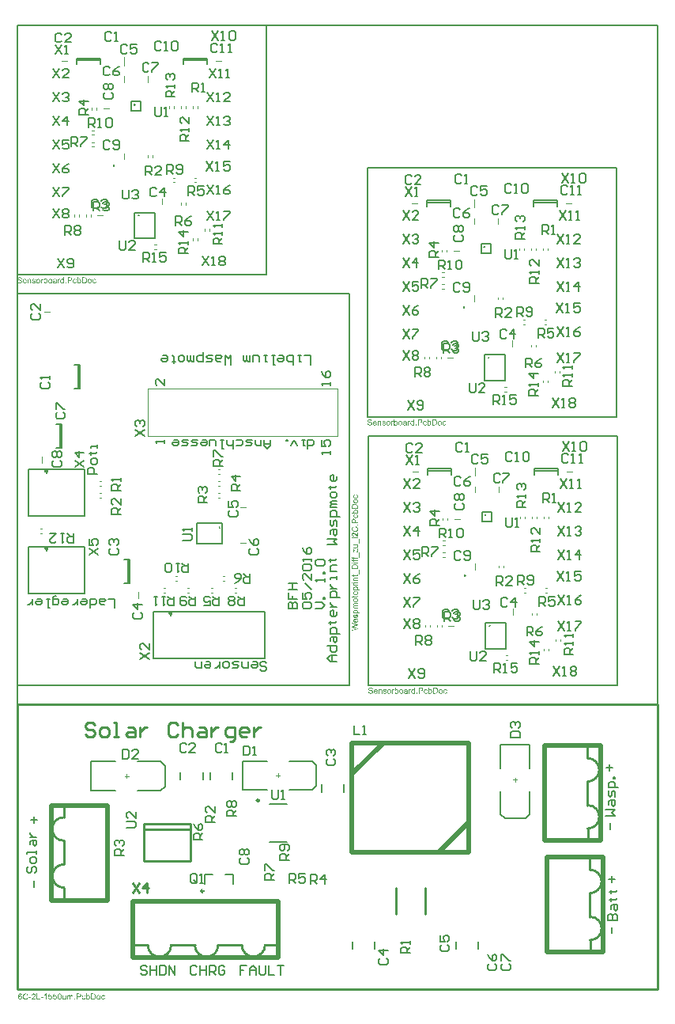
<source format=gto>
%FSLAX44Y44*%
%MOMM*%
G71*
G01*
G75*
%ADD10R,1.2000X0.3000*%
%ADD11R,0.6000X0.6200*%
%ADD12R,0.6200X0.6000*%
%ADD13R,0.9500X1.0000*%
%ADD14R,2.7000X1.1500*%
%ADD15R,1.2000X0.4000*%
%ADD16R,0.6250X0.2500*%
%ADD17R,1.6000X1.6000*%
%ADD18R,0.8000X0.3000*%
%ADD19R,0.3000X0.8000*%
%ADD20C,0.2500*%
%ADD21C,0.3000*%
%ADD22C,0.3810*%
%ADD23C,0.4000*%
%ADD24C,0.5000*%
%ADD25R,0.4000X1.2000*%
%ADD26R,0.3000X1.2000*%
%ADD27R,1.1500X2.7000*%
%ADD28C,0.2000*%
%ADD29R,0.5000X0.6000*%
%ADD30R,2.6000X1.1000*%
%ADD31R,2.3000X2.3000*%
%ADD32R,2.3000X2.3000*%
%ADD33R,3.2000X2.5000*%
%ADD34R,0.8000X0.5000*%
%ADD35R,3.6800X1.6500*%
%ADD36R,0.5000X0.8000*%
%ADD37R,1.7600X2.9500*%
%ADD38O,1.6000X0.4500*%
%ADD39R,0.6000X1.2700*%
%ADD40R,0.6000X0.8500*%
%ADD41C,1.0000*%
%ADD42C,0.5080*%
%ADD43C,0.4572*%
%ADD44C,1.2192*%
%ADD45C,1.1684*%
%ADD46C,0.2540*%
%ADD47C,0.3048*%
%ADD48C,0.6096*%
%ADD49C,0.1524*%
%ADD50C,0.1000*%
%ADD51C,2.0000*%
%ADD52C,3.0000*%
%ADD53C,0.8000*%
%ADD54R,2.0000X2.0000*%
%ADD55C,1.7000*%
%ADD56C,5.0000*%
%ADD57C,2.5000*%
%ADD58C,0.5000*%
%ADD59C,0.1700*%
%ADD60C,0.1800*%
G36*
X410532Y607850D02*
X410620Y607840D01*
X410708Y607831D01*
X410815Y607811D01*
X410932Y607782D01*
X411176Y607704D01*
X411303Y607655D01*
X411440Y607597D01*
X411566Y607519D01*
X411693Y607431D01*
X411820Y607333D01*
X411937Y607226D01*
X411947Y607216D01*
X411966Y607197D01*
X411995Y607158D01*
X412034Y607109D01*
X412083Y607050D01*
X412132Y606972D01*
X412191Y606875D01*
X412249Y606777D01*
X412298Y606660D01*
X412356Y606524D01*
X412405Y606387D01*
X412454Y606231D01*
X412493Y606065D01*
X412522Y605880D01*
X412542Y605695D01*
X412551Y605490D01*
Y605480D01*
Y605451D01*
Y605402D01*
Y605344D01*
X412542Y605266D01*
Y605178D01*
X412532Y605080D01*
X412522Y604973D01*
X412483Y604749D01*
X412434Y604515D01*
X412366Y604280D01*
X412278Y604076D01*
Y604066D01*
X412268Y604056D01*
X412229Y603988D01*
X412161Y603900D01*
X412073Y603783D01*
X411966Y603656D01*
X411830Y603529D01*
X411674Y603403D01*
X411488Y603286D01*
X411479D01*
X411469Y603276D01*
X411440Y603256D01*
X411400Y603246D01*
X411293Y603198D01*
X411157Y603149D01*
X410991Y603091D01*
X410806Y603051D01*
X410601Y603013D01*
X410376Y603003D01*
X410279D01*
X410210Y603013D01*
X410132Y603022D01*
X410035Y603032D01*
X409928Y603051D01*
X409811Y603081D01*
X409567Y603159D01*
X409430Y603208D01*
X409303Y603266D01*
X409167Y603334D01*
X409040Y603422D01*
X408913Y603520D01*
X408796Y603627D01*
X408787Y603637D01*
X408767Y603656D01*
X408738Y603695D01*
X408708Y603744D01*
X408660Y603812D01*
X408611Y603890D01*
X408552Y603978D01*
X408504Y604085D01*
X408445Y604212D01*
X408387Y604339D01*
X408338Y604495D01*
X408299Y604651D01*
X408260Y604827D01*
X408231Y605012D01*
X408211Y605217D01*
X408201Y605431D01*
Y605451D01*
Y605490D01*
X408211Y605558D01*
Y605646D01*
X408221Y605753D01*
X408240Y605870D01*
X408260Y606007D01*
X408289Y606153D01*
X408328Y606309D01*
X408377Y606465D01*
X408435Y606621D01*
X408504Y606777D01*
X408582Y606933D01*
X408679Y607080D01*
X408787Y607216D01*
X408913Y607343D01*
X408923Y607353D01*
X408942Y607363D01*
X408972Y607392D01*
X409021Y607421D01*
X409079Y607460D01*
X409147Y607509D01*
X409225Y607558D01*
X409323Y607606D01*
X409421Y607645D01*
X409528Y607694D01*
X409781Y607782D01*
X410064Y607840D01*
X410220Y607850D01*
X410376Y607860D01*
X410464D01*
X410532Y607850D01*
D02*
G37*
G36*
X440105Y607236D02*
X440115Y607245D01*
X440125Y607265D01*
X440154Y607294D01*
X440193Y607333D01*
X440242Y607382D01*
X440300Y607431D01*
X440447Y607548D01*
X440622Y607665D01*
X440847Y607762D01*
X440964Y607802D01*
X441090Y607831D01*
X441227Y607850D01*
X441363Y607860D01*
X441441D01*
X441520Y607850D01*
X441627Y607840D01*
X441754Y607821D01*
X441890Y607782D01*
X442027Y607743D01*
X442173Y607684D01*
X442193Y607675D01*
X442241Y607655D01*
X442310Y607616D01*
X442397Y607558D01*
X442495Y607489D01*
X442593Y607402D01*
X442700Y607304D01*
X442797Y607197D01*
X442807Y607187D01*
X442836Y607138D01*
X442885Y607070D01*
X442944Y606982D01*
X443002Y606875D01*
X443070Y606748D01*
X443129Y606602D01*
X443187Y606436D01*
X443197Y606417D01*
X443207Y606358D01*
X443236Y606270D01*
X443265Y606153D01*
X443285Y606017D01*
X443314Y605860D01*
X443324Y605685D01*
X443334Y605500D01*
Y605490D01*
Y605451D01*
Y605383D01*
X443324Y605305D01*
X443314Y605197D01*
X443304Y605090D01*
X443285Y604953D01*
X443256Y604817D01*
X443187Y604524D01*
X443139Y604368D01*
X443080Y604212D01*
X443012Y604056D01*
X442934Y603910D01*
X442846Y603773D01*
X442739Y603646D01*
X442729Y603637D01*
X442710Y603617D01*
X442680Y603588D01*
X442631Y603549D01*
X442583Y603500D01*
X442514Y603442D01*
X442436Y603383D01*
X442339Y603325D01*
X442134Y603208D01*
X441900Y603100D01*
X441763Y603061D01*
X441627Y603032D01*
X441480Y603013D01*
X441325Y603003D01*
X441246D01*
X441188Y603013D01*
X441120Y603022D01*
X441042Y603042D01*
X440856Y603091D01*
X440759Y603120D01*
X440652Y603168D01*
X440544Y603227D01*
X440437Y603295D01*
X440339Y603373D01*
X440232Y603461D01*
X440135Y603568D01*
X440047Y603685D01*
Y603110D01*
X439315D01*
Y609518D01*
X440105D01*
Y607236D01*
D02*
G37*
G36*
X397609Y607850D02*
X397697Y607840D01*
X397784Y607831D01*
X397892Y607811D01*
X398009Y607782D01*
X398253Y607704D01*
X398379Y607655D01*
X398516Y607597D01*
X398643Y607519D01*
X398769Y607431D01*
X398896Y607333D01*
X399013Y607226D01*
X399023Y607216D01*
X399043Y607197D01*
X399072Y607158D01*
X399111Y607109D01*
X399160Y607050D01*
X399208Y606972D01*
X399267Y606875D01*
X399325Y606777D01*
X399374Y606660D01*
X399433Y606524D01*
X399482Y606387D01*
X399530Y606231D01*
X399569Y606065D01*
X399599Y605880D01*
X399618Y605695D01*
X399628Y605490D01*
Y605480D01*
Y605451D01*
Y605402D01*
Y605344D01*
X399618Y605266D01*
Y605178D01*
X399608Y605080D01*
X399599Y604973D01*
X399560Y604749D01*
X399511Y604515D01*
X399442Y604280D01*
X399355Y604076D01*
Y604066D01*
X399345Y604056D01*
X399306Y603988D01*
X399238Y603900D01*
X399150Y603783D01*
X399043Y603656D01*
X398906Y603529D01*
X398750Y603403D01*
X398565Y603286D01*
X398555D01*
X398545Y603276D01*
X398516Y603256D01*
X398477Y603246D01*
X398370Y603198D01*
X398233Y603149D01*
X398067Y603091D01*
X397882Y603051D01*
X397677Y603013D01*
X397453Y603003D01*
X397355D01*
X397287Y603013D01*
X397209Y603022D01*
X397111Y603032D01*
X397004Y603051D01*
X396887Y603081D01*
X396643Y603159D01*
X396507Y603208D01*
X396380Y603266D01*
X396243Y603334D01*
X396117Y603422D01*
X395990Y603520D01*
X395873Y603627D01*
X395863Y603637D01*
X395844Y603656D01*
X395814Y603695D01*
X395785Y603744D01*
X395736Y603812D01*
X395687Y603890D01*
X395629Y603978D01*
X395580Y604085D01*
X395522Y604212D01*
X395463Y604339D01*
X395414Y604495D01*
X395375Y604651D01*
X395336Y604827D01*
X395307Y605012D01*
X395288Y605217D01*
X395278Y605431D01*
Y605451D01*
Y605490D01*
X395288Y605558D01*
Y605646D01*
X395297Y605753D01*
X395317Y605870D01*
X395336Y606007D01*
X395365Y606153D01*
X395405Y606309D01*
X395453Y606465D01*
X395512Y606621D01*
X395580Y606777D01*
X395658Y606933D01*
X395756Y607080D01*
X395863Y607216D01*
X395990Y607343D01*
X395999Y607353D01*
X396019Y607363D01*
X396048Y607392D01*
X396097Y607421D01*
X396156Y607460D01*
X396224Y607509D01*
X396302Y607558D01*
X396399Y607606D01*
X396497Y607645D01*
X396604Y607694D01*
X396858Y607782D01*
X397141Y607840D01*
X397297Y607850D01*
X397453Y607860D01*
X397541D01*
X397609Y607850D01*
D02*
G37*
G36*
X404300Y607236D02*
X404310Y607245D01*
X404319Y607265D01*
X404349Y607294D01*
X404388Y607333D01*
X404436Y607382D01*
X404495Y607431D01*
X404641Y607548D01*
X404817Y607665D01*
X405041Y607762D01*
X405158Y607802D01*
X405285Y607831D01*
X405421Y607850D01*
X405558Y607860D01*
X405636D01*
X405714Y607850D01*
X405821Y607840D01*
X405948Y607821D01*
X406085Y607782D01*
X406221Y607743D01*
X406368Y607684D01*
X406387Y607675D01*
X406436Y607655D01*
X406504Y607616D01*
X406592Y607558D01*
X406689Y607489D01*
X406787Y607402D01*
X406894Y607304D01*
X406992Y607197D01*
X407002Y607187D01*
X407031Y607138D01*
X407080Y607070D01*
X407138Y606982D01*
X407197Y606875D01*
X407265Y606748D01*
X407323Y606602D01*
X407382Y606436D01*
X407392Y606417D01*
X407402Y606358D01*
X407431Y606270D01*
X407460Y606153D01*
X407480Y606017D01*
X407509Y605860D01*
X407519Y605685D01*
X407528Y605500D01*
Y605490D01*
Y605451D01*
Y605383D01*
X407519Y605305D01*
X407509Y605197D01*
X407499Y605090D01*
X407480Y604953D01*
X407450Y604817D01*
X407382Y604524D01*
X407333Y604368D01*
X407275Y604212D01*
X407206Y604056D01*
X407128Y603910D01*
X407041Y603773D01*
X406933Y603646D01*
X406923Y603637D01*
X406904Y603617D01*
X406875Y603588D01*
X406826Y603549D01*
X406777Y603500D01*
X406709Y603442D01*
X406631Y603383D01*
X406533Y603325D01*
X406329Y603208D01*
X406095Y603100D01*
X405958Y603061D01*
X405821Y603032D01*
X405675Y603013D01*
X405519Y603003D01*
X405441D01*
X405382Y603013D01*
X405314Y603022D01*
X405236Y603042D01*
X405051Y603091D01*
X404953Y603120D01*
X404846Y603168D01*
X404739Y603227D01*
X404631Y603295D01*
X404534Y603373D01*
X404427Y603461D01*
X404329Y603568D01*
X404241Y603685D01*
Y603110D01*
X403510D01*
Y609518D01*
X404300D01*
Y607236D01*
D02*
G37*
G36*
X452795Y607850D02*
X452882Y607840D01*
X452970Y607831D01*
X453078Y607811D01*
X453195Y607782D01*
X453438Y607704D01*
X453565Y607655D01*
X453702Y607597D01*
X453829Y607519D01*
X453955Y607431D01*
X454082Y607333D01*
X454199Y607226D01*
X454209Y607216D01*
X454229Y607197D01*
X454258Y607158D01*
X454297Y607109D01*
X454346Y607050D01*
X454394Y606972D01*
X454453Y606875D01*
X454511Y606777D01*
X454560Y606660D01*
X454619Y606524D01*
X454667Y606387D01*
X454716Y606231D01*
X454755Y606065D01*
X454785Y605880D01*
X454804Y605695D01*
X454814Y605490D01*
Y605480D01*
Y605451D01*
Y605402D01*
Y605344D01*
X454804Y605266D01*
Y605178D01*
X454794Y605080D01*
X454785Y604973D01*
X454745Y604749D01*
X454697Y604515D01*
X454628Y604280D01*
X454541Y604076D01*
Y604066D01*
X454531Y604056D01*
X454492Y603988D01*
X454424Y603900D01*
X454336Y603783D01*
X454229Y603656D01*
X454092Y603529D01*
X453936Y603403D01*
X453751Y603286D01*
X453741D01*
X453731Y603276D01*
X453702Y603256D01*
X453663Y603246D01*
X453555Y603198D01*
X453419Y603149D01*
X453253Y603091D01*
X453068Y603051D01*
X452863Y603013D01*
X452639Y603003D01*
X452541D01*
X452473Y603013D01*
X452395Y603022D01*
X452297Y603032D01*
X452190Y603051D01*
X452073Y603081D01*
X451829Y603159D01*
X451693Y603208D01*
X451566Y603266D01*
X451429Y603334D01*
X451302Y603422D01*
X451176Y603520D01*
X451059Y603627D01*
X451049Y603637D01*
X451029Y603656D01*
X451000Y603695D01*
X450971Y603744D01*
X450922Y603812D01*
X450873Y603890D01*
X450815Y603978D01*
X450766Y604085D01*
X450708Y604212D01*
X450649Y604339D01*
X450600Y604495D01*
X450561Y604651D01*
X450522Y604827D01*
X450493Y605012D01*
X450473Y605217D01*
X450464Y605431D01*
Y605451D01*
Y605490D01*
X450473Y605558D01*
Y605646D01*
X450483Y605753D01*
X450503Y605870D01*
X450522Y606007D01*
X450551Y606153D01*
X450590Y606309D01*
X450639Y606465D01*
X450698Y606621D01*
X450766Y606777D01*
X450844Y606933D01*
X450942Y607080D01*
X451049Y607216D01*
X451176Y607343D01*
X451185Y607353D01*
X451205Y607363D01*
X451234Y607392D01*
X451283Y607421D01*
X451341Y607460D01*
X451410Y607509D01*
X451488Y607558D01*
X451585Y607606D01*
X451683Y607645D01*
X451790Y607694D01*
X452044Y607782D01*
X452327Y607840D01*
X452483Y607850D01*
X452639Y607860D01*
X452727D01*
X452795Y607850D01*
D02*
G37*
G36*
X431756Y609508D02*
X431912Y609499D01*
X432078Y609489D01*
X432234Y609469D01*
X432371Y609450D01*
X432390D01*
X432449Y609430D01*
X432537Y609411D01*
X432644Y609382D01*
X432771Y609342D01*
X432897Y609294D01*
X433034Y609226D01*
X433161Y609147D01*
X433171Y609138D01*
X433219Y609109D01*
X433278Y609060D01*
X433346Y608991D01*
X433424Y608904D01*
X433512Y608796D01*
X433600Y608679D01*
X433678Y608533D01*
X433687Y608513D01*
X433707Y608465D01*
X433736Y608387D01*
X433775Y608279D01*
X433814Y608153D01*
X433843Y608006D01*
X433863Y607840D01*
X433873Y607665D01*
Y607655D01*
Y607626D01*
Y607587D01*
X433863Y607528D01*
X433853Y607460D01*
X433843Y607372D01*
X433834Y607285D01*
X433805Y607187D01*
X433746Y606963D01*
X433648Y606738D01*
X433590Y606621D01*
X433522Y606504D01*
X433444Y606387D01*
X433346Y606280D01*
X433336Y606270D01*
X433317Y606260D01*
X433288Y606231D01*
X433248Y606192D01*
X433180Y606153D01*
X433112Y606104D01*
X433024Y606056D01*
X432917Y606007D01*
X432800Y605948D01*
X432663Y605900D01*
X432507Y605851D01*
X432341Y605812D01*
X432146Y605773D01*
X431941Y605743D01*
X431717Y605734D01*
X431473Y605724D01*
X429835D01*
Y603110D01*
X428986D01*
Y609518D01*
X431610D01*
X431756Y609508D01*
D02*
G37*
G36*
X447030D02*
X447206Y609499D01*
X447401Y609479D01*
X447586Y609450D01*
X447742Y609421D01*
X447752D01*
X447772Y609411D01*
X447791D01*
X447830Y609391D01*
X447937Y609362D01*
X448064Y609313D01*
X448210Y609255D01*
X448367Y609177D01*
X448523Y609079D01*
X448679Y608962D01*
X448689D01*
X448698Y608943D01*
X448767Y608884D01*
X448854Y608787D01*
X448962Y608660D01*
X449088Y608504D01*
X449215Y608318D01*
X449332Y608104D01*
X449440Y607860D01*
Y607850D01*
X449449Y607831D01*
X449459Y607792D01*
X449478Y607743D01*
X449498Y607684D01*
X449518Y607606D01*
X449547Y607519D01*
X449566Y607421D01*
X449586Y607314D01*
X449615Y607197D01*
X449654Y606943D01*
X449683Y606660D01*
X449693Y606348D01*
Y606338D01*
Y606319D01*
Y606280D01*
Y606221D01*
X449683Y606163D01*
Y606085D01*
X449674Y605909D01*
X449654Y605714D01*
X449615Y605490D01*
X449576Y605266D01*
X449518Y605051D01*
Y605041D01*
X449508Y605022D01*
X449498Y604992D01*
X449488Y604953D01*
X449449Y604856D01*
X449400Y604719D01*
X449342Y604573D01*
X449264Y604417D01*
X449176Y604261D01*
X449079Y604115D01*
X449069Y604095D01*
X449030Y604056D01*
X448981Y603988D01*
X448903Y603900D01*
X448825Y603812D01*
X448718Y603715D01*
X448610Y603617D01*
X448493Y603529D01*
X448484Y603520D01*
X448435Y603500D01*
X448367Y603461D01*
X448279Y603412D01*
X448172Y603364D01*
X448045Y603315D01*
X447898Y603266D01*
X447733Y603217D01*
X447713D01*
X447655Y603198D01*
X447567Y603188D01*
X447440Y603168D01*
X447294Y603149D01*
X447118Y603130D01*
X446923Y603120D01*
X446708Y603110D01*
X444407D01*
Y609518D01*
X446865D01*
X447030Y609508D01*
D02*
G37*
G36*
X415634Y607850D02*
X415770Y607840D01*
X415926Y607821D01*
X416092Y607802D01*
X416248Y607762D01*
X416394Y607714D01*
X416414Y607704D01*
X416453Y607694D01*
X416521Y607655D01*
X416599Y607616D01*
X416687Y607567D01*
X416784Y607509D01*
X416862Y607441D01*
X416940Y607363D01*
X416950Y607353D01*
X416970Y607324D01*
X416999Y607285D01*
X417038Y607216D01*
X417077Y607138D01*
X417116Y607050D01*
X417155Y606943D01*
X417184Y606826D01*
Y606816D01*
X417194Y606787D01*
X417204Y606738D01*
X417214Y606660D01*
Y606563D01*
X417223Y606436D01*
X417233Y606290D01*
Y606104D01*
Y605051D01*
Y605041D01*
Y605002D01*
Y604944D01*
Y604875D01*
Y604788D01*
Y604690D01*
X417243Y604466D01*
Y604222D01*
X417253Y603998D01*
X417262Y603890D01*
Y603802D01*
X417272Y603725D01*
X417282Y603656D01*
Y603646D01*
X417292Y603607D01*
X417301Y603549D01*
X417321Y603481D01*
X417350Y603403D01*
X417389Y603305D01*
X417477Y603110D01*
X416658D01*
X416648Y603120D01*
X416638Y603149D01*
X416619Y603208D01*
X416589Y603276D01*
X416560Y603364D01*
X416541Y603461D01*
X416521Y603568D01*
X416502Y603695D01*
X416482Y603676D01*
X416424Y603637D01*
X416345Y603568D01*
X416228Y603490D01*
X416102Y603393D01*
X415955Y603305D01*
X415809Y603227D01*
X415653Y603159D01*
X415634Y603149D01*
X415585Y603139D01*
X415507Y603110D01*
X415399Y603081D01*
X415263Y603051D01*
X415117Y603032D01*
X414961Y603013D01*
X414785Y603003D01*
X414717D01*
X414658Y603013D01*
X414600D01*
X414522Y603022D01*
X414356Y603051D01*
X414161Y603091D01*
X413975Y603159D01*
X413780Y603246D01*
X413615Y603373D01*
X413595Y603393D01*
X413546Y603442D01*
X413488Y603520D01*
X413410Y603637D01*
X413332Y603773D01*
X413273Y603929D01*
X413224Y604124D01*
X413205Y604329D01*
Y604349D01*
Y604388D01*
X413215Y604456D01*
X413224Y604534D01*
X413244Y604632D01*
X413263Y604739D01*
X413302Y604846D01*
X413351Y604953D01*
X413361Y604963D01*
X413380Y605002D01*
X413410Y605051D01*
X413459Y605119D01*
X413517Y605187D01*
X413595Y605266D01*
X413673Y605334D01*
X413761Y605402D01*
X413771Y605412D01*
X413810Y605431D01*
X413858Y605461D01*
X413927Y605500D01*
X414014Y605548D01*
X414102Y605587D01*
X414210Y605626D01*
X414327Y605665D01*
X414336D01*
X414375Y605675D01*
X414424Y605685D01*
X414502Y605704D01*
X414600Y605724D01*
X414726Y605743D01*
X414863Y605763D01*
X415029Y605783D01*
X415038D01*
X415068Y605792D01*
X415117D01*
X415185Y605802D01*
X415263Y605812D01*
X415351Y605821D01*
X415565Y605860D01*
X415790Y605900D01*
X416024Y605938D01*
X416248Y605997D01*
X416345Y606026D01*
X416433Y606056D01*
Y606065D01*
Y606085D01*
X416443Y606143D01*
Y606212D01*
Y606241D01*
Y606260D01*
Y606270D01*
Y606280D01*
Y606338D01*
X416433Y606426D01*
X416414Y606524D01*
X416385Y606631D01*
X416345Y606748D01*
X416297Y606846D01*
X416219Y606933D01*
X416209Y606943D01*
X416160Y606972D01*
X416092Y607021D01*
X415994Y607070D01*
X415868Y607119D01*
X415712Y607168D01*
X415526Y607197D01*
X415321Y607206D01*
X415234D01*
X415136Y607197D01*
X415009Y607187D01*
X414873Y607158D01*
X414746Y607128D01*
X414609Y607080D01*
X414502Y607011D01*
X414492Y607002D01*
X414463Y606972D01*
X414414Y606924D01*
X414356Y606855D01*
X414287Y606758D01*
X414229Y606641D01*
X414161Y606494D01*
X414112Y606329D01*
X413341Y606436D01*
Y606446D01*
X413351Y606455D01*
X413361Y606514D01*
X413390Y606602D01*
X413419Y606719D01*
X413468Y606846D01*
X413527Y606972D01*
X413595Y607109D01*
X413683Y607226D01*
X413693Y607236D01*
X413732Y607275D01*
X413780Y607333D01*
X413858Y607402D01*
X413956Y607470D01*
X414083Y607548D01*
X414219Y607626D01*
X414375Y607694D01*
X414385D01*
X414395Y607704D01*
X414424Y607714D01*
X414453Y607723D01*
X414551Y607743D01*
X414678Y607782D01*
X414834Y607811D01*
X415009Y607831D01*
X415214Y607850D01*
X415429Y607860D01*
X415526D01*
X415634Y607850D01*
D02*
G37*
G36*
X427513Y603110D02*
X426616D01*
Y604007D01*
X427513D01*
Y603110D01*
D02*
G37*
G36*
X388460Y607850D02*
X388558Y607840D01*
X388675Y607821D01*
X388811Y607792D01*
X388938Y607753D01*
X389075Y607704D01*
X389094Y607694D01*
X389133Y607675D01*
X389192Y607645D01*
X389269Y607597D01*
X389357Y607538D01*
X389445Y607470D01*
X389533Y607392D01*
X389601Y607304D01*
X389611Y607294D01*
X389630Y607265D01*
X389660Y607206D01*
X389699Y607138D01*
X389738Y607060D01*
X389777Y606963D01*
X389816Y606846D01*
X389845Y606729D01*
Y606719D01*
X389855Y606690D01*
X389865Y606631D01*
X389874Y606553D01*
Y606446D01*
X389884Y606309D01*
X389894Y606153D01*
Y605958D01*
Y603110D01*
X389104D01*
Y605929D01*
Y605938D01*
Y605948D01*
Y606007D01*
Y606095D01*
X389094Y606202D01*
X389084Y606309D01*
X389065Y606436D01*
X389035Y606543D01*
X389006Y606641D01*
Y606651D01*
X388987Y606680D01*
X388967Y606729D01*
X388938Y606777D01*
X388889Y606846D01*
X388831Y606904D01*
X388762Y606972D01*
X388684Y607031D01*
X388675Y607041D01*
X388645Y607050D01*
X388596Y607080D01*
X388528Y607109D01*
X388450Y607128D01*
X388353Y607158D01*
X388255Y607168D01*
X388138Y607177D01*
X388050D01*
X387962Y607158D01*
X387836Y607138D01*
X387699Y607099D01*
X387563Y607041D01*
X387407Y606963D01*
X387270Y606855D01*
X387251Y606836D01*
X387211Y606787D01*
X387153Y606709D01*
X387124Y606651D01*
X387094Y606582D01*
X387056Y606504D01*
X387026Y606417D01*
X386997Y606319D01*
X386968Y606212D01*
X386938Y606085D01*
X386929Y605948D01*
X386909Y605802D01*
Y605646D01*
Y603110D01*
X386119D01*
Y607753D01*
X386831D01*
Y607090D01*
X386841Y607099D01*
X386851Y607119D01*
X386880Y607158D01*
X386929Y607206D01*
X386977Y607265D01*
X387046Y607333D01*
X387114Y607402D01*
X387202Y607480D01*
X387309Y607548D01*
X387416Y607616D01*
X387533Y607684D01*
X387670Y607743D01*
X387807Y607792D01*
X387962Y607831D01*
X388128Y607850D01*
X388304Y607860D01*
X388372D01*
X388460Y607850D01*
D02*
G37*
G36*
X420296D02*
X420403Y607831D01*
X420520Y607792D01*
X420657Y607753D01*
X420803Y607684D01*
X420959Y607597D01*
X420676Y606875D01*
X420666Y606885D01*
X420627Y606904D01*
X420569Y606933D01*
X420501Y606963D01*
X420413Y606992D01*
X420315Y607021D01*
X420208Y607041D01*
X420101Y607050D01*
X420062D01*
X420013Y607041D01*
X419945Y607031D01*
X419876Y607011D01*
X419798Y606982D01*
X419720Y606943D01*
X419642Y606894D01*
X419632Y606885D01*
X419613Y606865D01*
X419574Y606826D01*
X419535Y606777D01*
X419486Y606719D01*
X419437Y606641D01*
X419398Y606553D01*
X419359Y606455D01*
X419350Y606436D01*
X419340Y606387D01*
X419320Y606299D01*
X419301Y606182D01*
X419272Y606046D01*
X419252Y605890D01*
X419242Y605724D01*
X419233Y605539D01*
Y603110D01*
X418442D01*
Y607753D01*
X419155D01*
Y607060D01*
X419164Y607070D01*
X419203Y607128D01*
X419252Y607216D01*
X419311Y607314D01*
X419389Y607421D01*
X419476Y607528D01*
X419554Y607626D01*
X419642Y607694D01*
X419652Y607704D01*
X419681Y607723D01*
X419730Y607743D01*
X419798Y607782D01*
X419867Y607811D01*
X419954Y607831D01*
X420052Y607850D01*
X420149Y607860D01*
X420218D01*
X420296Y607850D01*
D02*
G37*
G36*
X377673Y609616D02*
X377741D01*
X377907Y609596D01*
X378102Y609567D01*
X378316Y609528D01*
X378531Y609469D01*
X378736Y609391D01*
X378745D01*
X378755Y609382D01*
X378784Y609372D01*
X378823Y609352D01*
X378921Y609294D01*
X379048Y609226D01*
X379184Y609128D01*
X379321Y609011D01*
X379457Y608874D01*
X379575Y608718D01*
X379584Y608699D01*
X379623Y608640D01*
X379672Y608543D01*
X379721Y608426D01*
X379779Y608279D01*
X379838Y608104D01*
X379877Y607919D01*
X379896Y607714D01*
X379087Y607655D01*
Y607665D01*
Y607684D01*
X379077Y607714D01*
X379067Y607753D01*
X379048Y607860D01*
X379009Y607996D01*
X378950Y608143D01*
X378872Y608289D01*
X378765Y608436D01*
X378638Y608562D01*
X378619Y608572D01*
X378570Y608611D01*
X378482Y608660D01*
X378365Y608718D01*
X378209Y608777D01*
X378014Y608826D01*
X377789Y608865D01*
X377526Y608874D01*
X377399D01*
X377341Y608865D01*
X377263D01*
X377097Y608835D01*
X376912Y608806D01*
X376726Y608757D01*
X376551Y608689D01*
X376473Y608640D01*
X376404Y608591D01*
X376395Y608582D01*
X376356Y608543D01*
X376297Y608484D01*
X376239Y608396D01*
X376170Y608299D01*
X376122Y608182D01*
X376083Y608055D01*
X376063Y607909D01*
Y607889D01*
Y607850D01*
X376073Y607782D01*
X376092Y607704D01*
X376122Y607616D01*
X376170Y607519D01*
X376229Y607431D01*
X376307Y607343D01*
X376317Y607333D01*
X376366Y607304D01*
X376395Y607285D01*
X376434Y607255D01*
X376492Y607236D01*
X376561Y607206D01*
X376639Y607168D01*
X376726Y607128D01*
X376824Y607099D01*
X376941Y607060D01*
X377077Y607011D01*
X377224Y606972D01*
X377390Y606933D01*
X377575Y606885D01*
X377585D01*
X377624Y606875D01*
X377673Y606865D01*
X377741Y606846D01*
X377829Y606826D01*
X377926Y606797D01*
X378141Y606748D01*
X378375Y606680D01*
X378609Y606612D01*
X378726Y606582D01*
X378823Y606543D01*
X378921Y606504D01*
X378999Y606475D01*
X379009D01*
X379028Y606465D01*
X379048Y606446D01*
X379087Y606426D01*
X379184Y606368D01*
X379311Y606299D01*
X379448Y606202D01*
X379584Y606085D01*
X379711Y605958D01*
X379818Y605821D01*
X379828Y605802D01*
X379857Y605753D01*
X379906Y605675D01*
X379955Y605558D01*
X380004Y605431D01*
X380052Y605275D01*
X380082Y605100D01*
X380091Y604914D01*
Y604905D01*
Y604895D01*
Y604866D01*
Y604827D01*
X380072Y604729D01*
X380052Y604602D01*
X380023Y604456D01*
X379965Y604290D01*
X379896Y604115D01*
X379799Y603949D01*
X379789Y603929D01*
X379740Y603871D01*
X379682Y603793D01*
X379584Y603695D01*
X379467Y603578D01*
X379321Y603461D01*
X379145Y603354D01*
X378950Y603246D01*
X378941D01*
X378921Y603237D01*
X378892Y603227D01*
X378853Y603208D01*
X378804Y603188D01*
X378745Y603168D01*
X378589Y603130D01*
X378414Y603081D01*
X378199Y603042D01*
X377975Y603013D01*
X377721Y603003D01*
X377575D01*
X377507Y603013D01*
X377419D01*
X377321Y603022D01*
X377214Y603032D01*
X376990Y603061D01*
X376746Y603110D01*
X376502Y603168D01*
X376268Y603246D01*
X376258D01*
X376239Y603256D01*
X376209Y603276D01*
X376170Y603295D01*
X376063Y603354D01*
X375936Y603442D01*
X375780Y603549D01*
X375634Y603676D01*
X375478Y603832D01*
X375341Y604007D01*
Y604017D01*
X375332Y604027D01*
X375312Y604056D01*
X375293Y604095D01*
X375263Y604144D01*
X375234Y604202D01*
X375176Y604349D01*
X375117Y604515D01*
X375059Y604719D01*
X375019Y604934D01*
X375000Y605168D01*
X375800Y605236D01*
Y605227D01*
Y605217D01*
X375810Y605158D01*
X375829Y605070D01*
X375849Y604953D01*
X375888Y604827D01*
X375927Y604690D01*
X375985Y604563D01*
X376053Y604436D01*
X376063Y604427D01*
X376092Y604388D01*
X376141Y604329D01*
X376219Y604261D01*
X376307Y604183D01*
X376414Y604095D01*
X376551Y604017D01*
X376697Y603939D01*
X376707D01*
X376717Y603929D01*
X376775Y603910D01*
X376863Y603881D01*
X376990Y603851D01*
X377126Y603812D01*
X377302Y603783D01*
X377487Y603764D01*
X377682Y603754D01*
X377760D01*
X377858Y603764D01*
X377965Y603773D01*
X378102Y603783D01*
X378238Y603812D01*
X378385Y603842D01*
X378531Y603890D01*
X378550Y603900D01*
X378589Y603919D01*
X378658Y603949D01*
X378736Y603998D01*
X378833Y604056D01*
X378921Y604124D01*
X379009Y604202D01*
X379087Y604290D01*
X379096Y604300D01*
X379116Y604339D01*
X379145Y604388D01*
X379184Y604456D01*
X379214Y604534D01*
X379243Y604632D01*
X379262Y604729D01*
X379272Y604836D01*
Y604846D01*
Y604885D01*
X379262Y604944D01*
X379253Y605012D01*
X379233Y605100D01*
X379194Y605187D01*
X379155Y605275D01*
X379096Y605363D01*
X379087Y605373D01*
X379067Y605402D01*
X379019Y605441D01*
X378960Y605500D01*
X378882Y605558D01*
X378784Y605617D01*
X378658Y605685D01*
X378521Y605743D01*
X378511Y605753D01*
X378472Y605763D01*
X378394Y605783D01*
X378345Y605802D01*
X378287Y605821D01*
X378209Y605841D01*
X378131Y605860D01*
X378033Y605890D01*
X377936Y605919D01*
X377819Y605948D01*
X377682Y605978D01*
X377536Y606017D01*
X377380Y606056D01*
X377370D01*
X377341Y606065D01*
X377292Y606075D01*
X377234Y606095D01*
X377165Y606114D01*
X377087Y606134D01*
X376902Y606182D01*
X376697Y606251D01*
X376492Y606319D01*
X376307Y606387D01*
X376219Y606417D01*
X376151Y606455D01*
X376141D01*
X376131Y606465D01*
X376073Y606504D01*
X375995Y606553D01*
X375897Y606621D01*
X375780Y606709D01*
X375673Y606807D01*
X375566Y606924D01*
X375468Y607050D01*
X375458Y607070D01*
X375429Y607119D01*
X375400Y607187D01*
X375361Y607285D01*
X375312Y607402D01*
X375283Y607538D01*
X375254Y607694D01*
X375244Y607850D01*
Y607860D01*
Y607870D01*
Y607899D01*
Y607938D01*
X375263Y608026D01*
X375283Y608143D01*
X375312Y608289D01*
X375361Y608436D01*
X375429Y608601D01*
X375517Y608757D01*
Y608767D01*
X375527Y608777D01*
X375566Y608826D01*
X375634Y608904D01*
X375722Y609001D01*
X375829Y609099D01*
X375966Y609206D01*
X376131Y609313D01*
X376317Y609401D01*
X376326D01*
X376336Y609411D01*
X376366Y609421D01*
X376414Y609440D01*
X376463Y609450D01*
X376522Y609469D01*
X376658Y609518D01*
X376834Y609557D01*
X377029Y609586D01*
X377253Y609616D01*
X377487Y609625D01*
X377604D01*
X377673Y609616D01*
D02*
G37*
G36*
X425153Y603110D02*
X424422D01*
Y603685D01*
X424412Y603676D01*
X424402Y603656D01*
X424373Y603627D01*
X424334Y603578D01*
X424295Y603529D01*
X424236Y603471D01*
X424168Y603412D01*
X424090Y603344D01*
X424002Y603286D01*
X423905Y603217D01*
X423797Y603159D01*
X423690Y603110D01*
X423563Y603061D01*
X423427Y603032D01*
X423280Y603013D01*
X423124Y603003D01*
X423066D01*
X423027Y603013D01*
X422919Y603022D01*
X422793Y603042D01*
X422627Y603081D01*
X422461Y603130D01*
X422276Y603208D01*
X422100Y603305D01*
X422090D01*
X422081Y603315D01*
X422022Y603364D01*
X421944Y603432D01*
X421837Y603529D01*
X421730Y603646D01*
X421603Y603793D01*
X421495Y603959D01*
X421388Y604154D01*
Y604163D01*
X421378Y604183D01*
X421369Y604212D01*
X421349Y604251D01*
X421330Y604300D01*
X421310Y604368D01*
X421261Y604524D01*
X421213Y604710D01*
X421174Y604924D01*
X421144Y605158D01*
X421134Y605422D01*
Y605431D01*
Y605451D01*
Y605490D01*
Y605539D01*
X421144Y605597D01*
Y605675D01*
X421164Y605841D01*
X421193Y606036D01*
X421232Y606241D01*
X421281Y606465D01*
X421359Y606680D01*
Y606690D01*
X421369Y606709D01*
X421388Y606738D01*
X421408Y606777D01*
X421456Y606875D01*
X421534Y607002D01*
X421632Y607148D01*
X421749Y607294D01*
X421886Y607431D01*
X422051Y607558D01*
X422061D01*
X422071Y607567D01*
X422129Y607606D01*
X422227Y607655D01*
X422354Y607714D01*
X422510Y607762D01*
X422685Y607811D01*
X422880Y607850D01*
X423085Y607860D01*
X423153D01*
X423232Y607850D01*
X423339Y607840D01*
X423446Y607811D01*
X423573Y607782D01*
X423700Y607733D01*
X423826Y607675D01*
X423846Y607665D01*
X423885Y607645D01*
X423944Y607606D01*
X424022Y607548D01*
X424100Y607489D01*
X424197Y607411D01*
X424285Y607314D01*
X424363Y607216D01*
Y609518D01*
X425153D01*
Y603110D01*
D02*
G37*
G36*
X402398Y607850D02*
X402505Y607831D01*
X402622Y607792D01*
X402759Y607753D01*
X402905Y607684D01*
X403061Y607597D01*
X402778Y606875D01*
X402769Y606885D01*
X402729Y606904D01*
X402671Y606933D01*
X402603Y606963D01*
X402515Y606992D01*
X402417Y607021D01*
X402310Y607041D01*
X402203Y607050D01*
X402164D01*
X402115Y607041D01*
X402047Y607031D01*
X401978Y607011D01*
X401900Y606982D01*
X401822Y606943D01*
X401744Y606894D01*
X401735Y606885D01*
X401715Y606865D01*
X401676Y606826D01*
X401637Y606777D01*
X401588Y606719D01*
X401540Y606641D01*
X401501Y606553D01*
X401461Y606455D01*
X401452Y606436D01*
X401442Y606387D01*
X401423Y606299D01*
X401403Y606182D01*
X401374Y606046D01*
X401354Y605890D01*
X401344Y605724D01*
X401335Y605539D01*
Y603110D01*
X400545D01*
Y607753D01*
X401257D01*
Y607060D01*
X401267Y607070D01*
X401306Y607128D01*
X401354Y607216D01*
X401413Y607314D01*
X401491Y607421D01*
X401579Y607528D01*
X401657Y607626D01*
X401744Y607694D01*
X401754Y607704D01*
X401783Y607723D01*
X401832Y607743D01*
X401900Y607782D01*
X401969Y607811D01*
X402057Y607831D01*
X402154Y607850D01*
X402252Y607860D01*
X402320D01*
X402398Y607850D01*
D02*
G37*
G36*
X457730D02*
X457798D01*
X457867Y607840D01*
X458042Y607811D01*
X458237Y607762D01*
X458452Y607694D01*
X458657Y607597D01*
X458842Y607470D01*
X458852D01*
X458862Y607450D01*
X458920Y607402D01*
X458998Y607314D01*
X459096Y607197D01*
X459203Y607041D01*
X459300Y606855D01*
X459388Y606631D01*
X459456Y606387D01*
X458696Y606270D01*
Y606280D01*
X458686Y606290D01*
X458676Y606348D01*
X458647Y606426D01*
X458608Y606534D01*
X458549Y606651D01*
X458481Y606768D01*
X458403Y606875D01*
X458306Y606972D01*
X458296Y606982D01*
X458257Y607011D01*
X458198Y607050D01*
X458120Y607099D01*
X458023Y607138D01*
X457915Y607177D01*
X457779Y607206D01*
X457642Y607216D01*
X457584D01*
X457545Y607206D01*
X457437Y607197D01*
X457301Y607168D01*
X457145Y607109D01*
X456989Y607031D01*
X456823Y606933D01*
X456745Y606865D01*
X456677Y606787D01*
X456657Y606768D01*
X456647Y606738D01*
X456618Y606709D01*
X456589Y606660D01*
X456560Y606602D01*
X456530Y606534D01*
X456501Y606455D01*
X456462Y606368D01*
X456433Y606270D01*
X456404Y606153D01*
X456374Y606036D01*
X456345Y605900D01*
X456335Y605753D01*
X456316Y605597D01*
Y605431D01*
Y605422D01*
Y605392D01*
Y605344D01*
X456325Y605275D01*
Y605197D01*
X456335Y605109D01*
X456365Y604914D01*
X456404Y604690D01*
X456462Y604456D01*
X456550Y604251D01*
X456608Y604154D01*
X456667Y604066D01*
X456686Y604046D01*
X456735Y603998D01*
X456813Y603929D01*
X456921Y603861D01*
X457047Y603783D01*
X457213Y603715D01*
X457389Y603666D01*
X457486Y603656D01*
X457593Y603646D01*
X457672D01*
X457759Y603666D01*
X457867Y603685D01*
X457984Y603715D01*
X458120Y603764D01*
X458247Y603832D01*
X458364Y603929D01*
X458374Y603939D01*
X458413Y603988D01*
X458471Y604046D01*
X458530Y604144D01*
X458598Y604271D01*
X458666Y604417D01*
X458725Y604602D01*
X458764Y604807D01*
X459534Y604700D01*
Y604690D01*
X459525Y604661D01*
X459515Y604622D01*
X459505Y604573D01*
X459486Y604505D01*
X459466Y604427D01*
X459408Y604241D01*
X459320Y604046D01*
X459203Y603832D01*
X459057Y603637D01*
X458881Y603451D01*
X458871D01*
X458862Y603432D01*
X458832Y603412D01*
X458793Y603383D01*
X458735Y603344D01*
X458676Y603305D01*
X458530Y603227D01*
X458344Y603149D01*
X458120Y603071D01*
X457876Y603022D01*
X457740Y603013D01*
X457603Y603003D01*
X457515D01*
X457447Y603013D01*
X457369Y603022D01*
X457272Y603032D01*
X457174Y603051D01*
X457057Y603081D01*
X456813Y603149D01*
X456686Y603208D01*
X456560Y603266D01*
X456433Y603334D01*
X456316Y603412D01*
X456199Y603510D01*
X456082Y603617D01*
X456072Y603627D01*
X456052Y603646D01*
X456033Y603685D01*
X455994Y603734D01*
X455945Y603802D01*
X455896Y603881D01*
X455848Y603968D01*
X455799Y604076D01*
X455740Y604193D01*
X455691Y604329D01*
X455643Y604476D01*
X455594Y604641D01*
X455555Y604807D01*
X455536Y605002D01*
X455516Y605197D01*
X455506Y605412D01*
Y605422D01*
Y605441D01*
Y605490D01*
Y605539D01*
X455516Y605607D01*
Y605675D01*
X455536Y605860D01*
X455565Y606065D01*
X455614Y606280D01*
X455672Y606514D01*
X455750Y606729D01*
Y606738D01*
X455760Y606758D01*
X455779Y606787D01*
X455799Y606826D01*
X455857Y606924D01*
X455935Y607050D01*
X456043Y607187D01*
X456170Y607324D01*
X456325Y607460D01*
X456501Y607577D01*
X456511D01*
X456521Y607587D01*
X456550Y607606D01*
X456589Y607626D01*
X456696Y607665D01*
X456833Y607723D01*
X456989Y607772D01*
X457184Y607821D01*
X457389Y607850D01*
X457603Y607860D01*
X457681D01*
X457730Y607850D01*
D02*
G37*
G36*
X436848D02*
X436916D01*
X436984Y607840D01*
X437160Y607811D01*
X437355Y607762D01*
X437569Y607694D01*
X437774Y607597D01*
X437960Y607470D01*
X437969D01*
X437979Y607450D01*
X438037Y607402D01*
X438116Y607314D01*
X438213Y607197D01*
X438320Y607041D01*
X438418Y606855D01*
X438506Y606631D01*
X438574Y606387D01*
X437813Y606270D01*
Y606280D01*
X437803Y606290D01*
X437794Y606348D01*
X437764Y606426D01*
X437725Y606534D01*
X437667Y606651D01*
X437599Y606768D01*
X437521Y606875D01*
X437423Y606972D01*
X437413Y606982D01*
X437374Y607011D01*
X437316Y607050D01*
X437238Y607099D01*
X437140Y607138D01*
X437033Y607177D01*
X436896Y607206D01*
X436760Y607216D01*
X436701D01*
X436662Y607206D01*
X436555Y607197D01*
X436418Y607168D01*
X436262Y607109D01*
X436106Y607031D01*
X435941Y606933D01*
X435863Y606865D01*
X435794Y606787D01*
X435775Y606768D01*
X435765Y606738D01*
X435736Y606709D01*
X435706Y606660D01*
X435677Y606602D01*
X435648Y606534D01*
X435619Y606455D01*
X435580Y606368D01*
X435550Y606270D01*
X435521Y606153D01*
X435492Y606036D01*
X435463Y605900D01*
X435453Y605753D01*
X435433Y605597D01*
Y605431D01*
Y605422D01*
Y605392D01*
Y605344D01*
X435443Y605275D01*
Y605197D01*
X435453Y605109D01*
X435482Y604914D01*
X435521Y604690D01*
X435580Y604456D01*
X435667Y604251D01*
X435726Y604154D01*
X435784Y604066D01*
X435804Y604046D01*
X435853Y603998D01*
X435931Y603929D01*
X436038Y603861D01*
X436165Y603783D01*
X436331Y603715D01*
X436506Y603666D01*
X436604Y603656D01*
X436711Y603646D01*
X436789D01*
X436877Y603666D01*
X436984Y603685D01*
X437101Y603715D01*
X437238Y603764D01*
X437365Y603832D01*
X437482Y603929D01*
X437491Y603939D01*
X437530Y603988D01*
X437589Y604046D01*
X437647Y604144D01*
X437716Y604271D01*
X437784Y604417D01*
X437842Y604602D01*
X437882Y604807D01*
X438652Y604700D01*
Y604690D01*
X438642Y604661D01*
X438633Y604622D01*
X438623Y604573D01*
X438603Y604505D01*
X438584Y604427D01*
X438525Y604241D01*
X438437Y604046D01*
X438320Y603832D01*
X438174Y603637D01*
X437999Y603451D01*
X437989D01*
X437979Y603432D01*
X437950Y603412D01*
X437911Y603383D01*
X437852Y603344D01*
X437794Y603305D01*
X437647Y603227D01*
X437462Y603149D01*
X437238Y603071D01*
X436994Y603022D01*
X436857Y603013D01*
X436721Y603003D01*
X436633D01*
X436565Y603013D01*
X436487Y603022D01*
X436389Y603032D01*
X436292Y603051D01*
X436175Y603081D01*
X435931Y603149D01*
X435804Y603208D01*
X435677Y603266D01*
X435550Y603334D01*
X435433Y603412D01*
X435316Y603510D01*
X435199Y603617D01*
X435190Y603627D01*
X435170Y603646D01*
X435150Y603685D01*
X435111Y603734D01*
X435063Y603802D01*
X435014Y603881D01*
X434965Y603968D01*
X434916Y604076D01*
X434858Y604193D01*
X434809Y604329D01*
X434760Y604476D01*
X434712Y604641D01*
X434673Y604807D01*
X434653Y605002D01*
X434633Y605197D01*
X434624Y605412D01*
Y605422D01*
Y605441D01*
Y605490D01*
Y605539D01*
X434633Y605607D01*
Y605675D01*
X434653Y605860D01*
X434682Y606065D01*
X434731Y606280D01*
X434790Y606514D01*
X434868Y606729D01*
Y606738D01*
X434877Y606758D01*
X434897Y606787D01*
X434916Y606826D01*
X434975Y606924D01*
X435053Y607050D01*
X435160Y607187D01*
X435287Y607324D01*
X435443Y607460D01*
X435619Y607577D01*
X435628D01*
X435638Y607587D01*
X435667Y607606D01*
X435706Y607626D01*
X435814Y607665D01*
X435950Y607723D01*
X436106Y607772D01*
X436301Y607821D01*
X436506Y607850D01*
X436721Y607860D01*
X436799D01*
X436848Y607850D01*
D02*
G37*
G36*
X383203D02*
X383281Y607840D01*
X383378Y607831D01*
X383476Y607811D01*
X383593Y607782D01*
X383827Y607704D01*
X383954Y607655D01*
X384081Y607587D01*
X384207Y607519D01*
X384334Y607431D01*
X384451Y607333D01*
X384568Y607216D01*
X384578Y607206D01*
X384598Y607187D01*
X384627Y607148D01*
X384666Y607099D01*
X384705Y607031D01*
X384754Y606953D01*
X384812Y606865D01*
X384871Y606758D01*
X384919Y606631D01*
X384978Y606504D01*
X385027Y606358D01*
X385075Y606192D01*
X385105Y606026D01*
X385134Y605841D01*
X385154Y605646D01*
X385163Y605431D01*
Y605422D01*
Y605383D01*
Y605314D01*
X385154Y605227D01*
X381701D01*
Y605217D01*
Y605197D01*
X381711Y605149D01*
Y605100D01*
X381720Y605032D01*
X381730Y604963D01*
X381769Y604788D01*
X381828Y604602D01*
X381896Y604407D01*
X382003Y604212D01*
X382130Y604046D01*
X382149Y604027D01*
X382198Y603988D01*
X382286Y603919D01*
X382393Y603851D01*
X382539Y603773D01*
X382705Y603705D01*
X382891Y603666D01*
X383096Y603646D01*
X383173D01*
X383252Y603656D01*
X383349Y603676D01*
X383466Y603705D01*
X383593Y603744D01*
X383720Y603793D01*
X383837Y603871D01*
X383847Y603881D01*
X383885Y603919D01*
X383944Y603968D01*
X384012Y604056D01*
X384090Y604154D01*
X384168Y604280D01*
X384246Y604436D01*
X384324Y604612D01*
X385134Y604505D01*
Y604495D01*
X385124Y604476D01*
X385115Y604436D01*
X385095Y604388D01*
X385075Y604329D01*
X385046Y604261D01*
X384968Y604095D01*
X384871Y603919D01*
X384754Y603734D01*
X384598Y603549D01*
X384422Y603393D01*
X384412D01*
X384403Y603373D01*
X384373Y603354D01*
X384324Y603334D01*
X384276Y603305D01*
X384217Y603266D01*
X384149Y603237D01*
X384061Y603198D01*
X383876Y603130D01*
X383642Y603061D01*
X383388Y603022D01*
X383096Y603003D01*
X382998D01*
X382930Y603013D01*
X382842Y603022D01*
X382744Y603032D01*
X382637Y603051D01*
X382510Y603081D01*
X382257Y603159D01*
X382120Y603208D01*
X381993Y603266D01*
X381857Y603334D01*
X381730Y603422D01*
X381603Y603520D01*
X381486Y603627D01*
X381476Y603637D01*
X381457Y603656D01*
X381428Y603695D01*
X381398Y603744D01*
X381350Y603802D01*
X381301Y603881D01*
X381242Y603978D01*
X381194Y604085D01*
X381135Y604202D01*
X381077Y604329D01*
X381028Y604476D01*
X380989Y604632D01*
X380950Y604797D01*
X380920Y604983D01*
X380901Y605178D01*
X380891Y605383D01*
Y605392D01*
Y605431D01*
Y605500D01*
X380901Y605578D01*
X380911Y605675D01*
X380920Y605792D01*
X380940Y605919D01*
X380969Y606056D01*
X381037Y606348D01*
X381086Y606494D01*
X381145Y606651D01*
X381213Y606797D01*
X381291Y606943D01*
X381379Y607080D01*
X381486Y607206D01*
X381496Y607216D01*
X381515Y607236D01*
X381545Y607265D01*
X381593Y607314D01*
X381652Y607363D01*
X381730Y607411D01*
X381808Y607470D01*
X381906Y607538D01*
X382013Y607597D01*
X382130Y607655D01*
X382257Y607704D01*
X382403Y607762D01*
X382549Y607802D01*
X382705Y607831D01*
X382871Y607850D01*
X383047Y607860D01*
X383134D01*
X383203Y607850D01*
D02*
G37*
G36*
X392810D02*
X392937Y607840D01*
X393093Y607821D01*
X393249Y607792D01*
X393415Y607753D01*
X393571Y607694D01*
X393581D01*
X393590Y607684D01*
X393639Y607665D01*
X393717Y607626D01*
X393805Y607587D01*
X393903Y607519D01*
X394010Y607450D01*
X394107Y607363D01*
X394185Y607265D01*
X394195Y607255D01*
X394215Y607216D01*
X394254Y607158D01*
X394302Y607080D01*
X394341Y606982D01*
X394390Y606855D01*
X394429Y606719D01*
X394468Y606563D01*
X393698Y606455D01*
Y606475D01*
X393688Y606514D01*
X393668Y606582D01*
X393639Y606660D01*
X393600Y606748D01*
X393542Y606836D01*
X393473Y606933D01*
X393386Y607011D01*
X393376Y607021D01*
X393337Y607041D01*
X393278Y607080D01*
X393200Y607119D01*
X393103Y607148D01*
X392976Y607187D01*
X392839Y607206D01*
X392673Y607216D01*
X392586D01*
X392488Y607206D01*
X392371Y607197D01*
X392244Y607168D01*
X392118Y607138D01*
X391991Y607090D01*
X391893Y607031D01*
X391884Y607021D01*
X391854Y607002D01*
X391825Y606963D01*
X391786Y606914D01*
X391737Y606855D01*
X391708Y606777D01*
X391679Y606699D01*
X391669Y606612D01*
Y606602D01*
Y606582D01*
X391679Y606553D01*
Y606514D01*
X391708Y606426D01*
X391757Y606329D01*
X391767Y606319D01*
X391776Y606309D01*
X391835Y606260D01*
X391874Y606221D01*
X391922Y606192D01*
X391991Y606153D01*
X392059Y606124D01*
X392069D01*
X392088Y606114D01*
X392127Y606104D01*
X392196Y606085D01*
X392283Y606056D01*
X392410Y606017D01*
X392566Y605978D01*
X392654Y605948D01*
X392761Y605919D01*
X392771D01*
X392800Y605909D01*
X392839Y605900D01*
X392898Y605880D01*
X392966Y605860D01*
X393044Y605841D01*
X393220Y605792D01*
X393415Y605734D01*
X393610Y605665D01*
X393785Y605607D01*
X393863Y605578D01*
X393932Y605548D01*
X393951Y605539D01*
X393990Y605519D01*
X394049Y605490D01*
X394117Y605451D01*
X394205Y605392D01*
X394293Y605314D01*
X394371Y605236D01*
X394449Y605139D01*
X394458Y605129D01*
X394478Y605090D01*
X394507Y605032D01*
X394546Y604953D01*
X394585Y604856D01*
X394614Y604739D01*
X394634Y604612D01*
X394644Y604466D01*
Y604446D01*
Y604398D01*
X394634Y604319D01*
X394614Y604232D01*
X394585Y604115D01*
X394546Y603988D01*
X394488Y603861D01*
X394410Y603725D01*
X394400Y603705D01*
X394371Y603666D01*
X394312Y603607D01*
X394234Y603529D01*
X394146Y603442D01*
X394029Y603354D01*
X393893Y603266D01*
X393737Y603188D01*
X393717Y603178D01*
X393659Y603159D01*
X393571Y603130D01*
X393454Y603100D01*
X393307Y603061D01*
X393142Y603032D01*
X392956Y603013D01*
X392761Y603003D01*
X392673D01*
X392615Y603013D01*
X392537D01*
X392449Y603022D01*
X392244Y603051D01*
X392020Y603091D01*
X391796Y603159D01*
X391571Y603246D01*
X391474Y603305D01*
X391376Y603373D01*
X391367D01*
X391357Y603393D01*
X391298Y603442D01*
X391220Y603529D01*
X391123Y603656D01*
X391025Y603812D01*
X390928Y604007D01*
X390840Y604232D01*
X390781Y604495D01*
X391562Y604622D01*
Y604612D01*
Y604602D01*
X391571Y604544D01*
X391601Y604456D01*
X391630Y604349D01*
X391679Y604232D01*
X391737Y604115D01*
X391825Y603998D01*
X391922Y603890D01*
X391932Y603881D01*
X391981Y603851D01*
X392049Y603812D01*
X392137Y603773D01*
X392264Y603725D01*
X392400Y603685D01*
X392576Y603656D01*
X392761Y603646D01*
X392849D01*
X392947Y603656D01*
X393064Y603676D01*
X393200Y603695D01*
X393337Y603734D01*
X393464Y603793D01*
X393571Y603861D01*
X393581Y603871D01*
X393610Y603900D01*
X393659Y603949D01*
X393707Y604007D01*
X393746Y604085D01*
X393795Y604183D01*
X393825Y604280D01*
X393834Y604388D01*
Y604398D01*
Y604436D01*
X393825Y604476D01*
X393805Y604544D01*
X393776Y604602D01*
X393737Y604680D01*
X393678Y604749D01*
X393600Y604807D01*
X393590Y604817D01*
X393561Y604827D01*
X393512Y604846D01*
X393434Y604885D01*
X393327Y604914D01*
X393190Y604963D01*
X393103Y604992D01*
X393015Y605012D01*
X392908Y605041D01*
X392791Y605070D01*
X392781D01*
X392752Y605080D01*
X392713Y605090D01*
X392654Y605109D01*
X392576Y605129D01*
X392498Y605149D01*
X392313Y605207D01*
X392118Y605266D01*
X391913Y605324D01*
X391727Y605392D01*
X391649Y605422D01*
X391581Y605451D01*
X391571Y605461D01*
X391523Y605480D01*
X391464Y605519D01*
X391396Y605568D01*
X391308Y605626D01*
X391230Y605704D01*
X391142Y605792D01*
X391074Y605890D01*
X391064Y605900D01*
X391045Y605938D01*
X391025Y605997D01*
X390996Y606075D01*
X390957Y606163D01*
X390937Y606270D01*
X390918Y606387D01*
X390908Y606514D01*
Y606524D01*
Y606563D01*
X390918Y606631D01*
X390928Y606699D01*
X390937Y606787D01*
X390967Y606885D01*
X390996Y606992D01*
X391045Y607090D01*
X391054Y607099D01*
X391074Y607138D01*
X391103Y607187D01*
X391152Y607245D01*
X391201Y607314D01*
X391269Y607382D01*
X391347Y607460D01*
X391435Y607528D01*
X391445Y607538D01*
X391474Y607548D01*
X391513Y607577D01*
X391571Y607606D01*
X391640Y607645D01*
X391727Y607684D01*
X391825Y607723D01*
X391932Y607762D01*
X391952D01*
X391991Y607782D01*
X392049Y607792D01*
X392137Y607811D01*
X392244Y607831D01*
X392352Y607840D01*
X392478Y607860D01*
X392703D01*
X392810Y607850D01*
D02*
G37*
%LPC*%
G36*
X452746Y607206D02*
X452580D01*
X452541Y607197D01*
X452434Y607187D01*
X452297Y607148D01*
X452141Y607099D01*
X451975Y607021D01*
X451810Y606904D01*
X451732Y606836D01*
X451654Y606758D01*
X451634Y606738D01*
X451614Y606709D01*
X451595Y606680D01*
X451566Y606631D01*
X451536Y606572D01*
X451497Y606504D01*
X451468Y606426D01*
X451429Y606338D01*
X451390Y606241D01*
X451361Y606134D01*
X451332Y606007D01*
X451312Y605880D01*
X451293Y605734D01*
X451273Y605587D01*
Y605422D01*
Y605412D01*
Y605383D01*
Y605334D01*
X451283Y605275D01*
Y605207D01*
X451293Y605119D01*
X451322Y604924D01*
X451371Y604710D01*
X451429Y604485D01*
X451527Y604271D01*
X451585Y604173D01*
X451654Y604085D01*
X451673Y604066D01*
X451722Y604017D01*
X451810Y603949D01*
X451927Y603871D01*
X452063Y603783D01*
X452239Y603715D01*
X452424Y603666D01*
X452531Y603656D01*
X452639Y603646D01*
X452697D01*
X452736Y603656D01*
X452844Y603666D01*
X452980Y603705D01*
X453136Y603754D01*
X453302Y603832D01*
X453458Y603939D01*
X453536Y604007D01*
X453614Y604085D01*
Y604095D01*
X453633Y604105D01*
X453653Y604134D01*
X453672Y604173D01*
X453702Y604222D01*
X453741Y604280D01*
X453770Y604349D01*
X453809Y604427D01*
X453848Y604515D01*
X453877Y604612D01*
X453916Y604729D01*
X453946Y604856D01*
X453965Y604983D01*
X453985Y605129D01*
X454004Y605285D01*
Y605451D01*
Y605461D01*
Y605490D01*
Y605529D01*
X453994Y605597D01*
Y605665D01*
X453985Y605743D01*
X453955Y605938D01*
X453907Y606143D01*
X453838Y606368D01*
X453741Y606572D01*
X453604Y606758D01*
Y606768D01*
X453585Y606777D01*
X453536Y606826D01*
X453448Y606904D01*
X453341Y606982D01*
X453195Y607060D01*
X453029Y607138D01*
X452844Y607187D01*
X452746Y607206D01*
D02*
G37*
G36*
X441383Y607216D02*
X441237D01*
X441198Y607206D01*
X441100Y607197D01*
X440983Y607158D01*
X440847Y607109D01*
X440690Y607021D01*
X440544Y606914D01*
X440466Y606836D01*
X440398Y606758D01*
Y606748D01*
X440378Y606738D01*
X440369Y606709D01*
X440339Y606670D01*
X440310Y606631D01*
X440281Y606572D01*
X440252Y606504D01*
X440213Y606426D01*
X440174Y606338D01*
X440144Y606241D01*
X440115Y606134D01*
X440086Y606026D01*
X440047Y605763D01*
X440027Y605461D01*
Y605451D01*
Y605422D01*
Y605383D01*
Y605324D01*
X440037Y605256D01*
Y605178D01*
X440056Y604992D01*
X440086Y604797D01*
X440125Y604593D01*
X440174Y604407D01*
X440213Y604329D01*
X440252Y604251D01*
Y604241D01*
X440271Y604222D01*
X440291Y604193D01*
X440320Y604154D01*
X440398Y604056D01*
X440515Y603949D01*
X440661Y603842D01*
X440837Y603744D01*
X440925Y603705D01*
X441032Y603676D01*
X441139Y603656D01*
X441256Y603646D01*
X441305D01*
X441344Y603656D01*
X441441Y603666D01*
X441559Y603705D01*
X441705Y603754D01*
X441851Y603832D01*
X441997Y603949D01*
X442076Y604017D01*
X442144Y604095D01*
Y604105D01*
X442163Y604115D01*
X442183Y604144D01*
X442202Y604183D01*
X442232Y604222D01*
X442261Y604280D01*
X442300Y604349D01*
X442339Y604427D01*
X442368Y604524D01*
X442407Y604622D01*
X442436Y604729D01*
X442466Y604846D01*
X442485Y604983D01*
X442505Y605119D01*
X442524Y605266D01*
Y605431D01*
Y605441D01*
Y605470D01*
Y605519D01*
X442514Y605578D01*
Y605656D01*
X442505Y605743D01*
X442475Y605938D01*
X442436Y606163D01*
X442368Y606377D01*
X442280Y606592D01*
X442232Y606690D01*
X442163Y606777D01*
Y606787D01*
X442144Y606797D01*
X442095Y606846D01*
X442027Y606914D01*
X441920Y607002D01*
X441793Y607080D01*
X441637Y607148D01*
X441471Y607197D01*
X441383Y607216D01*
D02*
G37*
G36*
X446591Y608767D02*
X445255D01*
Y603861D01*
X446718D01*
X446825Y603871D01*
X446972Y603881D01*
X447128Y603890D01*
X447294Y603910D01*
X447450Y603939D01*
X447596Y603978D01*
X447616Y603988D01*
X447655Y603998D01*
X447723Y604027D01*
X447801Y604066D01*
X447898Y604115D01*
X447996Y604163D01*
X448084Y604232D01*
X448172Y604310D01*
X448181Y604319D01*
X448220Y604368D01*
X448279Y604436D01*
X448347Y604524D01*
X448415Y604641D01*
X448493Y604778D01*
X448571Y604944D01*
X448640Y605119D01*
Y605129D01*
X448649Y605139D01*
X448659Y605168D01*
X448669Y605207D01*
X448679Y605256D01*
X448698Y605314D01*
X448727Y605461D01*
X448757Y605646D01*
X448786Y605860D01*
X448806Y606095D01*
X448815Y606358D01*
Y606368D01*
Y606407D01*
Y606455D01*
Y606524D01*
X448806Y606612D01*
X448796Y606709D01*
X448786Y606816D01*
X448776Y606924D01*
X448737Y607177D01*
X448679Y607431D01*
X448591Y607675D01*
X448542Y607792D01*
X448484Y607899D01*
Y607909D01*
X448464Y607919D01*
X448454Y607948D01*
X448425Y607987D01*
X448357Y608084D01*
X448259Y608192D01*
X448142Y608318D01*
X448006Y608436D01*
X447850Y608543D01*
X447684Y608630D01*
X447664Y608640D01*
X447616Y608650D01*
X447537Y608670D01*
X447421Y608699D01*
X447264Y608728D01*
X447079Y608748D01*
X446855Y608757D01*
X446591Y608767D01*
D02*
G37*
G36*
X431659D02*
X429835D01*
Y606475D01*
X431561D01*
X431620Y606485D01*
X431688D01*
X431756Y606494D01*
X431932Y606514D01*
X432127Y606553D01*
X432322Y606602D01*
X432497Y606680D01*
X432575Y606729D01*
X432644Y606777D01*
X432663Y606787D01*
X432702Y606836D01*
X432751Y606904D01*
X432819Y607002D01*
X432888Y607119D01*
X432936Y607265D01*
X432975Y607441D01*
X432995Y607636D01*
Y607655D01*
Y607704D01*
X432985Y607782D01*
X432966Y607879D01*
X432946Y607987D01*
X432907Y608104D01*
X432858Y608221D01*
X432790Y608328D01*
X432780Y608338D01*
X432751Y608377D01*
X432712Y608426D01*
X432644Y608484D01*
X432566Y608543D01*
X432478Y608611D01*
X432371Y608660D01*
X432254Y608709D01*
X432244D01*
X432215Y608718D01*
X432156Y608728D01*
X432078Y608738D01*
X431971Y608748D01*
X431834Y608757D01*
X431659Y608767D01*
D02*
G37*
G36*
X383056Y607216D02*
X383008D01*
X382969Y607206D01*
X382861Y607197D01*
X382735Y607168D01*
X382588Y607128D01*
X382442Y607060D01*
X382286Y606972D01*
X382140Y606846D01*
X382120Y606826D01*
X382081Y606777D01*
X382023Y606699D01*
X381954Y606582D01*
X381886Y606446D01*
X381818Y606280D01*
X381769Y606085D01*
X381740Y605870D01*
X384334D01*
Y605880D01*
Y605900D01*
X384324Y605929D01*
Y605968D01*
X384305Y606075D01*
X384276Y606202D01*
X384237Y606338D01*
X384178Y606485D01*
X384120Y606631D01*
X384032Y606748D01*
Y606758D01*
X384012Y606768D01*
X383964Y606826D01*
X383876Y606894D01*
X383769Y606982D01*
X383622Y607070D01*
X383456Y607148D01*
X383271Y607197D01*
X383164Y607206D01*
X383056Y607216D01*
D02*
G37*
G36*
X397560Y607206D02*
X397394D01*
X397355Y607197D01*
X397248Y607187D01*
X397111Y607148D01*
X396955Y607099D01*
X396790Y607021D01*
X396624Y606904D01*
X396546Y606836D01*
X396468Y606758D01*
X396448Y606738D01*
X396429Y606709D01*
X396409Y606680D01*
X396380Y606631D01*
X396351Y606572D01*
X396312Y606504D01*
X396282Y606426D01*
X396243Y606338D01*
X396204Y606241D01*
X396175Y606134D01*
X396146Y606007D01*
X396126Y605880D01*
X396107Y605734D01*
X396087Y605587D01*
Y605422D01*
Y605412D01*
Y605383D01*
Y605334D01*
X396097Y605275D01*
Y605207D01*
X396107Y605119D01*
X396136Y604924D01*
X396185Y604710D01*
X396243Y604485D01*
X396341Y604271D01*
X396399Y604173D01*
X396468Y604085D01*
X396487Y604066D01*
X396536Y604017D01*
X396624Y603949D01*
X396741Y603871D01*
X396877Y603783D01*
X397053Y603715D01*
X397238Y603666D01*
X397346Y603656D01*
X397453Y603646D01*
X397511D01*
X397550Y603656D01*
X397658Y603666D01*
X397794Y603705D01*
X397950Y603754D01*
X398116Y603832D01*
X398272Y603939D01*
X398350Y604007D01*
X398428Y604085D01*
Y604095D01*
X398448Y604105D01*
X398467Y604134D01*
X398487Y604173D01*
X398516Y604222D01*
X398555Y604280D01*
X398584Y604349D01*
X398623Y604427D01*
X398662Y604515D01*
X398691Y604612D01*
X398731Y604729D01*
X398760Y604856D01*
X398779Y604983D01*
X398799Y605129D01*
X398818Y605285D01*
Y605451D01*
Y605461D01*
Y605490D01*
Y605529D01*
X398809Y605597D01*
Y605665D01*
X398799Y605743D01*
X398769Y605938D01*
X398721Y606143D01*
X398652Y606368D01*
X398555Y606572D01*
X398418Y606758D01*
Y606768D01*
X398399Y606777D01*
X398350Y606826D01*
X398262Y606904D01*
X398155Y606982D01*
X398009Y607060D01*
X397843Y607138D01*
X397658Y607187D01*
X397560Y607206D01*
D02*
G37*
G36*
X416433Y605441D02*
X416414Y605431D01*
X416385Y605422D01*
X416355Y605412D01*
X416306Y605392D01*
X416248Y605383D01*
X416189Y605363D01*
X416111Y605334D01*
X416024Y605314D01*
X415926Y605295D01*
X415829Y605266D01*
X415712Y605236D01*
X415585Y605217D01*
X415448Y605187D01*
X415302Y605168D01*
X415146Y605139D01*
X415126D01*
X415068Y605129D01*
X414980Y605109D01*
X414873Y605090D01*
X414648Y605041D01*
X414541Y605012D01*
X414453Y604983D01*
X414444D01*
X414424Y604963D01*
X414385Y604944D01*
X414346Y604914D01*
X414249Y604836D01*
X414151Y604719D01*
Y604710D01*
X414132Y604690D01*
X414122Y604661D01*
X414102Y604612D01*
X414063Y604495D01*
X414053Y604427D01*
X414044Y604349D01*
Y604339D01*
Y604300D01*
X414053Y604241D01*
X414073Y604163D01*
X414102Y604085D01*
X414141Y603998D01*
X414200Y603910D01*
X414278Y603822D01*
X414287Y603812D01*
X414327Y603793D01*
X414375Y603754D01*
X414453Y603725D01*
X414551Y603685D01*
X414678Y603646D01*
X414814Y603627D01*
X414980Y603617D01*
X415058D01*
X415136Y603627D01*
X415253Y603646D01*
X415370Y603666D01*
X415507Y603695D01*
X415643Y603744D01*
X415780Y603812D01*
X415799Y603822D01*
X415838Y603851D01*
X415907Y603890D01*
X415985Y603959D01*
X416063Y604027D01*
X416151Y604124D01*
X416238Y604232D01*
X416306Y604358D01*
X416316Y604368D01*
X416326Y604407D01*
X416345Y604466D01*
X416375Y604553D01*
X416394Y604671D01*
X416414Y604807D01*
X416424Y604963D01*
X416433Y605149D01*
Y605441D01*
D02*
G37*
G36*
X405578Y607216D02*
X405431D01*
X405392Y607206D01*
X405295Y607197D01*
X405178Y607158D01*
X405041Y607109D01*
X404885Y607021D01*
X404739Y606914D01*
X404661Y606836D01*
X404592Y606758D01*
Y606748D01*
X404573Y606738D01*
X404563Y606709D01*
X404534Y606670D01*
X404505Y606631D01*
X404475Y606572D01*
X404446Y606504D01*
X404407Y606426D01*
X404368Y606338D01*
X404339Y606241D01*
X404310Y606134D01*
X404280Y606026D01*
X404241Y605763D01*
X404222Y605461D01*
Y605451D01*
Y605422D01*
Y605383D01*
Y605324D01*
X404232Y605256D01*
Y605178D01*
X404251Y604992D01*
X404280Y604797D01*
X404319Y604593D01*
X404368Y604407D01*
X404407Y604329D01*
X404446Y604251D01*
Y604241D01*
X404466Y604222D01*
X404485Y604193D01*
X404514Y604154D01*
X404592Y604056D01*
X404710Y603949D01*
X404856Y603842D01*
X405031Y603744D01*
X405119Y603705D01*
X405226Y603676D01*
X405334Y603656D01*
X405451Y603646D01*
X405499D01*
X405538Y603656D01*
X405636Y603666D01*
X405753Y603705D01*
X405899Y603754D01*
X406046Y603832D01*
X406192Y603949D01*
X406270Y604017D01*
X406338Y604095D01*
Y604105D01*
X406358Y604115D01*
X406377Y604144D01*
X406397Y604183D01*
X406426Y604222D01*
X406455Y604280D01*
X406494Y604349D01*
X406533Y604427D01*
X406563Y604524D01*
X406602Y604622D01*
X406631Y604729D01*
X406660Y604846D01*
X406680Y604983D01*
X406699Y605119D01*
X406719Y605266D01*
Y605431D01*
Y605441D01*
Y605470D01*
Y605519D01*
X406709Y605578D01*
Y605656D01*
X406699Y605743D01*
X406670Y605938D01*
X406631Y606163D01*
X406563Y606377D01*
X406475Y606592D01*
X406426Y606690D01*
X406358Y606777D01*
Y606787D01*
X406338Y606797D01*
X406290Y606846D01*
X406221Y606914D01*
X406114Y607002D01*
X405987Y607080D01*
X405831Y607148D01*
X405665Y607197D01*
X405578Y607216D01*
D02*
G37*
G36*
X423261Y607206D02*
X423115D01*
X423075Y607197D01*
X422978Y607187D01*
X422861Y607158D01*
X422724Y607099D01*
X422578Y607021D01*
X422432Y606924D01*
X422364Y606855D01*
X422295Y606777D01*
X422276Y606758D01*
X422266Y606729D01*
X422237Y606699D01*
X422217Y606651D01*
X422188Y606592D01*
X422149Y606524D01*
X422120Y606446D01*
X422090Y606358D01*
X422051Y606260D01*
X422022Y606143D01*
X422003Y606026D01*
X421973Y605890D01*
X421964Y605743D01*
X421944Y605587D01*
Y605422D01*
Y605412D01*
Y605383D01*
Y605334D01*
X421954Y605275D01*
Y605197D01*
X421964Y605119D01*
X421993Y604914D01*
X422032Y604700D01*
X422100Y604476D01*
X422188Y604271D01*
X422247Y604173D01*
X422315Y604085D01*
X422334Y604066D01*
X422383Y604017D01*
X422461Y603949D01*
X422568Y603871D01*
X422695Y603783D01*
X422841Y603715D01*
X423017Y603666D01*
X423105Y603656D01*
X423202Y603646D01*
X423251D01*
X423290Y603656D01*
X423388Y603666D01*
X423505Y603695D01*
X423641Y603754D01*
X423787Y603822D01*
X423944Y603929D01*
X424012Y603988D01*
X424080Y604066D01*
Y604076D01*
X424100Y604085D01*
X424109Y604115D01*
X424139Y604144D01*
X424168Y604193D01*
X424197Y604241D01*
X424226Y604310D01*
X424265Y604388D01*
X424295Y604466D01*
X424324Y604563D01*
X424353Y604671D01*
X424383Y604788D01*
X424412Y604914D01*
X424422Y605051D01*
X424441Y605197D01*
Y605353D01*
Y605363D01*
Y605392D01*
Y605441D01*
X424431Y605509D01*
Y605587D01*
X424422Y605675D01*
X424392Y605890D01*
X424353Y606114D01*
X424285Y606348D01*
X424197Y606572D01*
X424139Y606670D01*
X424070Y606758D01*
Y606768D01*
X424051Y606777D01*
X424002Y606826D01*
X423924Y606904D01*
X423817Y606982D01*
X423690Y607060D01*
X423534Y607138D01*
X423358Y607187D01*
X423261Y607206D01*
D02*
G37*
G36*
X410484D02*
X410318D01*
X410279Y607197D01*
X410172Y607187D01*
X410035Y607148D01*
X409879Y607099D01*
X409713Y607021D01*
X409547Y606904D01*
X409469Y606836D01*
X409391Y606758D01*
X409372Y606738D01*
X409352Y606709D01*
X409333Y606680D01*
X409303Y606631D01*
X409274Y606572D01*
X409235Y606504D01*
X409206Y606426D01*
X409167Y606338D01*
X409128Y606241D01*
X409099Y606134D01*
X409069Y606007D01*
X409050Y605880D01*
X409030Y605734D01*
X409011Y605587D01*
Y605422D01*
Y605412D01*
Y605383D01*
Y605334D01*
X409021Y605275D01*
Y605207D01*
X409030Y605119D01*
X409060Y604924D01*
X409108Y604710D01*
X409167Y604485D01*
X409264Y604271D01*
X409323Y604173D01*
X409391Y604085D01*
X409411Y604066D01*
X409459Y604017D01*
X409547Y603949D01*
X409664Y603871D01*
X409801Y603783D01*
X409976Y603715D01*
X410162Y603666D01*
X410269Y603656D01*
X410376Y603646D01*
X410435D01*
X410474Y603656D01*
X410581Y603666D01*
X410718Y603705D01*
X410874Y603754D01*
X411040Y603832D01*
X411196Y603939D01*
X411274Y604007D01*
X411352Y604085D01*
Y604095D01*
X411371Y604105D01*
X411391Y604134D01*
X411410Y604173D01*
X411440Y604222D01*
X411479Y604280D01*
X411508Y604349D01*
X411547Y604427D01*
X411586Y604515D01*
X411615Y604612D01*
X411654Y604729D01*
X411683Y604856D01*
X411703Y604983D01*
X411722Y605129D01*
X411742Y605285D01*
Y605451D01*
Y605461D01*
Y605490D01*
Y605529D01*
X411732Y605597D01*
Y605665D01*
X411722Y605743D01*
X411693Y605938D01*
X411644Y606143D01*
X411576Y606368D01*
X411479Y606572D01*
X411342Y606758D01*
Y606768D01*
X411322Y606777D01*
X411274Y606826D01*
X411186Y606904D01*
X411079Y606982D01*
X410932Y607060D01*
X410766Y607138D01*
X410581Y607187D01*
X410484Y607206D01*
D02*
G37*
%LPD*%
G36*
X35532Y759850D02*
X35620Y759840D01*
X35708Y759831D01*
X35815Y759811D01*
X35932Y759782D01*
X36176Y759704D01*
X36303Y759655D01*
X36439Y759597D01*
X36566Y759519D01*
X36693Y759431D01*
X36820Y759333D01*
X36937Y759226D01*
X36947Y759216D01*
X36966Y759197D01*
X36995Y759158D01*
X37034Y759109D01*
X37083Y759051D01*
X37132Y758972D01*
X37190Y758875D01*
X37249Y758777D01*
X37298Y758660D01*
X37356Y758524D01*
X37405Y758387D01*
X37454Y758231D01*
X37493Y758065D01*
X37522Y757880D01*
X37542Y757695D01*
X37551Y757490D01*
Y757480D01*
Y757451D01*
Y757402D01*
Y757344D01*
X37542Y757265D01*
Y757178D01*
X37532Y757080D01*
X37522Y756973D01*
X37483Y756749D01*
X37434Y756515D01*
X37366Y756280D01*
X37278Y756076D01*
Y756066D01*
X37269Y756056D01*
X37229Y755988D01*
X37161Y755900D01*
X37073Y755783D01*
X36966Y755656D01*
X36830Y755529D01*
X36674Y755403D01*
X36488Y755286D01*
X36479D01*
X36469Y755276D01*
X36439Y755256D01*
X36400Y755247D01*
X36293Y755198D01*
X36157Y755149D01*
X35991Y755090D01*
X35805Y755051D01*
X35601Y755013D01*
X35376Y755003D01*
X35279D01*
X35210Y755013D01*
X35133Y755022D01*
X35035Y755032D01*
X34928Y755051D01*
X34811Y755081D01*
X34567Y755159D01*
X34430Y755208D01*
X34303Y755266D01*
X34167Y755334D01*
X34040Y755422D01*
X33913Y755520D01*
X33796Y755627D01*
X33786Y755637D01*
X33767Y755656D01*
X33738Y755695D01*
X33708Y755744D01*
X33660Y755812D01*
X33611Y755890D01*
X33552Y755978D01*
X33504Y756085D01*
X33445Y756212D01*
X33387Y756339D01*
X33338Y756495D01*
X33299Y756651D01*
X33260Y756827D01*
X33231Y757012D01*
X33211Y757217D01*
X33201Y757431D01*
Y757451D01*
Y757490D01*
X33211Y757558D01*
Y757646D01*
X33221Y757753D01*
X33240Y757870D01*
X33260Y758007D01*
X33289Y758153D01*
X33328Y758309D01*
X33377Y758465D01*
X33435Y758621D01*
X33504Y758777D01*
X33582Y758933D01*
X33679Y759080D01*
X33786Y759216D01*
X33913Y759343D01*
X33923Y759353D01*
X33942Y759363D01*
X33972Y759392D01*
X34021Y759421D01*
X34079Y759460D01*
X34147Y759509D01*
X34225Y759558D01*
X34323Y759606D01*
X34420Y759645D01*
X34528Y759694D01*
X34781Y759782D01*
X35064Y759840D01*
X35220Y759850D01*
X35376Y759860D01*
X35464D01*
X35532Y759850D01*
D02*
G37*
G36*
X65105Y759236D02*
X65115Y759246D01*
X65125Y759265D01*
X65154Y759294D01*
X65193Y759333D01*
X65242Y759382D01*
X65300Y759431D01*
X65447Y759548D01*
X65622Y759665D01*
X65847Y759762D01*
X65964Y759801D01*
X66090Y759831D01*
X66227Y759850D01*
X66364Y759860D01*
X66441D01*
X66520Y759850D01*
X66627Y759840D01*
X66754Y759821D01*
X66890Y759782D01*
X67027Y759743D01*
X67173Y759684D01*
X67193Y759675D01*
X67241Y759655D01*
X67310Y759616D01*
X67397Y759558D01*
X67495Y759489D01*
X67592Y759402D01*
X67700Y759304D01*
X67797Y759197D01*
X67807Y759187D01*
X67836Y759138D01*
X67885Y759070D01*
X67944Y758982D01*
X68002Y758875D01*
X68070Y758748D01*
X68129Y758602D01*
X68187Y758436D01*
X68197Y758417D01*
X68207Y758358D01*
X68236Y758270D01*
X68265Y758153D01*
X68285Y758017D01*
X68314Y757860D01*
X68324Y757685D01*
X68334Y757500D01*
Y757490D01*
Y757451D01*
Y757383D01*
X68324Y757305D01*
X68314Y757197D01*
X68305Y757090D01*
X68285Y756953D01*
X68256Y756817D01*
X68187Y756524D01*
X68139Y756368D01*
X68080Y756212D01*
X68012Y756056D01*
X67934Y755910D01*
X67846Y755773D01*
X67739Y755646D01*
X67729Y755637D01*
X67709Y755617D01*
X67680Y755588D01*
X67632Y755549D01*
X67583Y755500D01*
X67514Y755442D01*
X67436Y755383D01*
X67339Y755325D01*
X67134Y755208D01*
X66900Y755100D01*
X66763Y755061D01*
X66627Y755032D01*
X66480Y755013D01*
X66325Y755003D01*
X66247D01*
X66188Y755013D01*
X66120Y755022D01*
X66042Y755042D01*
X65856Y755090D01*
X65759Y755120D01*
X65651Y755169D01*
X65544Y755227D01*
X65437Y755295D01*
X65339Y755373D01*
X65232Y755461D01*
X65135Y755568D01*
X65047Y755686D01*
Y755110D01*
X64315D01*
Y761518D01*
X65105D01*
Y759236D01*
D02*
G37*
G36*
X22609Y759850D02*
X22697Y759840D01*
X22784Y759831D01*
X22892Y759811D01*
X23009Y759782D01*
X23253Y759704D01*
X23379Y759655D01*
X23516Y759597D01*
X23643Y759519D01*
X23770Y759431D01*
X23896Y759333D01*
X24013Y759226D01*
X24023Y759216D01*
X24043Y759197D01*
X24072Y759158D01*
X24111Y759109D01*
X24160Y759051D01*
X24208Y758972D01*
X24267Y758875D01*
X24325Y758777D01*
X24374Y758660D01*
X24433Y758524D01*
X24481Y758387D01*
X24530Y758231D01*
X24569Y758065D01*
X24599Y757880D01*
X24618Y757695D01*
X24628Y757490D01*
Y757480D01*
Y757451D01*
Y757402D01*
Y757344D01*
X24618Y757265D01*
Y757178D01*
X24608Y757080D01*
X24599Y756973D01*
X24560Y756749D01*
X24511Y756515D01*
X24443Y756280D01*
X24355Y756076D01*
Y756066D01*
X24345Y756056D01*
X24306Y755988D01*
X24238Y755900D01*
X24150Y755783D01*
X24043Y755656D01*
X23906Y755529D01*
X23750Y755403D01*
X23565Y755286D01*
X23555D01*
X23545Y755276D01*
X23516Y755256D01*
X23477Y755247D01*
X23370Y755198D01*
X23233Y755149D01*
X23067Y755090D01*
X22882Y755051D01*
X22677Y755013D01*
X22453Y755003D01*
X22355D01*
X22287Y755013D01*
X22209Y755022D01*
X22111Y755032D01*
X22004Y755051D01*
X21887Y755081D01*
X21643Y755159D01*
X21507Y755208D01*
X21380Y755266D01*
X21243Y755334D01*
X21116Y755422D01*
X20990Y755520D01*
X20873Y755627D01*
X20863Y755637D01*
X20843Y755656D01*
X20814Y755695D01*
X20785Y755744D01*
X20736Y755812D01*
X20687Y755890D01*
X20629Y755978D01*
X20580Y756085D01*
X20522Y756212D01*
X20463Y756339D01*
X20414Y756495D01*
X20375Y756651D01*
X20336Y756827D01*
X20307Y757012D01*
X20287Y757217D01*
X20278Y757431D01*
Y757451D01*
Y757490D01*
X20287Y757558D01*
Y757646D01*
X20297Y757753D01*
X20317Y757870D01*
X20336Y758007D01*
X20366Y758153D01*
X20405Y758309D01*
X20453Y758465D01*
X20512Y758621D01*
X20580Y758777D01*
X20658Y758933D01*
X20756Y759080D01*
X20863Y759216D01*
X20990Y759343D01*
X21000Y759353D01*
X21019Y759363D01*
X21048Y759392D01*
X21097Y759421D01*
X21156Y759460D01*
X21224Y759509D01*
X21302Y759558D01*
X21399Y759606D01*
X21497Y759645D01*
X21604Y759694D01*
X21858Y759782D01*
X22141Y759840D01*
X22297Y759850D01*
X22453Y759860D01*
X22541D01*
X22609Y759850D01*
D02*
G37*
G36*
X29300Y759236D02*
X29310Y759246D01*
X29319Y759265D01*
X29349Y759294D01*
X29388Y759333D01*
X29436Y759382D01*
X29495Y759431D01*
X29641Y759548D01*
X29817Y759665D01*
X30041Y759762D01*
X30158Y759801D01*
X30285Y759831D01*
X30422Y759850D01*
X30558Y759860D01*
X30636D01*
X30714Y759850D01*
X30821Y759840D01*
X30948Y759821D01*
X31085Y759782D01*
X31221Y759743D01*
X31368Y759684D01*
X31387Y759675D01*
X31436Y759655D01*
X31504Y759616D01*
X31592Y759558D01*
X31689Y759489D01*
X31787Y759402D01*
X31894Y759304D01*
X31992Y759197D01*
X32002Y759187D01*
X32031Y759138D01*
X32080Y759070D01*
X32138Y758982D01*
X32197Y758875D01*
X32265Y758748D01*
X32323Y758602D01*
X32382Y758436D01*
X32392Y758417D01*
X32401Y758358D01*
X32431Y758270D01*
X32460Y758153D01*
X32480Y758017D01*
X32509Y757860D01*
X32518Y757685D01*
X32528Y757500D01*
Y757490D01*
Y757451D01*
Y757383D01*
X32518Y757305D01*
X32509Y757197D01*
X32499Y757090D01*
X32480Y756953D01*
X32450Y756817D01*
X32382Y756524D01*
X32333Y756368D01*
X32275Y756212D01*
X32206Y756056D01*
X32128Y755910D01*
X32041Y755773D01*
X31933Y755646D01*
X31923Y755637D01*
X31904Y755617D01*
X31875Y755588D01*
X31826Y755549D01*
X31777Y755500D01*
X31709Y755442D01*
X31631Y755383D01*
X31533Y755325D01*
X31329Y755208D01*
X31095Y755100D01*
X30958Y755061D01*
X30821Y755032D01*
X30675Y755013D01*
X30519Y755003D01*
X30441D01*
X30382Y755013D01*
X30314Y755022D01*
X30236Y755042D01*
X30051Y755090D01*
X29953Y755120D01*
X29846Y755169D01*
X29739Y755227D01*
X29631Y755295D01*
X29534Y755373D01*
X29427Y755461D01*
X29329Y755568D01*
X29241Y755686D01*
Y755110D01*
X28510D01*
Y761518D01*
X29300D01*
Y759236D01*
D02*
G37*
G36*
X77795Y759850D02*
X77882Y759840D01*
X77970Y759831D01*
X78078Y759811D01*
X78195Y759782D01*
X78439Y759704D01*
X78565Y759655D01*
X78702Y759597D01*
X78829Y759519D01*
X78955Y759431D01*
X79082Y759333D01*
X79199Y759226D01*
X79209Y759216D01*
X79229Y759197D01*
X79258Y759158D01*
X79297Y759109D01*
X79345Y759051D01*
X79394Y758972D01*
X79453Y758875D01*
X79511Y758777D01*
X79560Y758660D01*
X79619Y758524D01*
X79667Y758387D01*
X79716Y758231D01*
X79755Y758065D01*
X79784Y757880D01*
X79804Y757695D01*
X79814Y757490D01*
Y757480D01*
Y757451D01*
Y757402D01*
Y757344D01*
X79804Y757265D01*
Y757178D01*
X79794Y757080D01*
X79784Y756973D01*
X79745Y756749D01*
X79697Y756515D01*
X79628Y756280D01*
X79541Y756076D01*
Y756066D01*
X79531Y756056D01*
X79492Y755988D01*
X79424Y755900D01*
X79336Y755783D01*
X79229Y755656D01*
X79092Y755529D01*
X78936Y755403D01*
X78751Y755286D01*
X78741D01*
X78731Y755276D01*
X78702Y755256D01*
X78663Y755247D01*
X78555Y755198D01*
X78419Y755149D01*
X78253Y755090D01*
X78068Y755051D01*
X77863Y755013D01*
X77639Y755003D01*
X77541D01*
X77473Y755013D01*
X77395Y755022D01*
X77297Y755032D01*
X77190Y755051D01*
X77073Y755081D01*
X76829Y755159D01*
X76693Y755208D01*
X76566Y755266D01*
X76429Y755334D01*
X76302Y755422D01*
X76176Y755520D01*
X76059Y755627D01*
X76049Y755637D01*
X76029Y755656D01*
X76000Y755695D01*
X75971Y755744D01*
X75922Y755812D01*
X75873Y755890D01*
X75815Y755978D01*
X75766Y756085D01*
X75707Y756212D01*
X75649Y756339D01*
X75600Y756495D01*
X75561Y756651D01*
X75522Y756827D01*
X75493Y757012D01*
X75473Y757217D01*
X75464Y757431D01*
Y757451D01*
Y757490D01*
X75473Y757558D01*
Y757646D01*
X75483Y757753D01*
X75503Y757870D01*
X75522Y758007D01*
X75551Y758153D01*
X75590Y758309D01*
X75639Y758465D01*
X75698Y758621D01*
X75766Y758777D01*
X75844Y758933D01*
X75942Y759080D01*
X76049Y759216D01*
X76176Y759343D01*
X76185Y759353D01*
X76205Y759363D01*
X76234Y759392D01*
X76283Y759421D01*
X76341Y759460D01*
X76410Y759509D01*
X76488Y759558D01*
X76585Y759606D01*
X76683Y759645D01*
X76790Y759694D01*
X77044Y759782D01*
X77326Y759840D01*
X77483Y759850D01*
X77639Y759860D01*
X77726D01*
X77795Y759850D01*
D02*
G37*
G36*
X56756Y761508D02*
X56912Y761499D01*
X57078Y761489D01*
X57234Y761469D01*
X57371Y761450D01*
X57390D01*
X57449Y761430D01*
X57537Y761411D01*
X57644Y761382D01*
X57771Y761342D01*
X57897Y761294D01*
X58034Y761226D01*
X58161Y761148D01*
X58170Y761138D01*
X58219Y761108D01*
X58278Y761060D01*
X58346Y760991D01*
X58424Y760904D01*
X58512Y760796D01*
X58600Y760679D01*
X58678Y760533D01*
X58687Y760514D01*
X58707Y760465D01*
X58736Y760387D01*
X58775Y760279D01*
X58814Y760153D01*
X58843Y760006D01*
X58863Y759840D01*
X58873Y759665D01*
Y759655D01*
Y759626D01*
Y759587D01*
X58863Y759528D01*
X58853Y759460D01*
X58843Y759372D01*
X58834Y759285D01*
X58804Y759187D01*
X58746Y758963D01*
X58648Y758738D01*
X58590Y758621D01*
X58522Y758504D01*
X58444Y758387D01*
X58346Y758280D01*
X58336Y758270D01*
X58317Y758260D01*
X58288Y758231D01*
X58249Y758192D01*
X58180Y758153D01*
X58112Y758104D01*
X58024Y758056D01*
X57917Y758007D01*
X57800Y757948D01*
X57663Y757899D01*
X57507Y757851D01*
X57341Y757812D01*
X57146Y757773D01*
X56941Y757744D01*
X56717Y757734D01*
X56473Y757724D01*
X54835D01*
Y755110D01*
X53986D01*
Y761518D01*
X56610D01*
X56756Y761508D01*
D02*
G37*
G36*
X72030D02*
X72206Y761499D01*
X72401Y761479D01*
X72586Y761450D01*
X72742Y761421D01*
X72752D01*
X72772Y761411D01*
X72791D01*
X72830Y761391D01*
X72937Y761362D01*
X73064Y761313D01*
X73211Y761255D01*
X73367Y761177D01*
X73523Y761079D01*
X73679Y760962D01*
X73688D01*
X73698Y760943D01*
X73766Y760884D01*
X73854Y760787D01*
X73962Y760660D01*
X74088Y760504D01*
X74215Y760318D01*
X74332Y760104D01*
X74440Y759860D01*
Y759850D01*
X74449Y759831D01*
X74459Y759792D01*
X74479Y759743D01*
X74498Y759684D01*
X74517Y759606D01*
X74547Y759519D01*
X74566Y759421D01*
X74586Y759314D01*
X74615Y759197D01*
X74654Y758943D01*
X74683Y758660D01*
X74693Y758348D01*
Y758338D01*
Y758319D01*
Y758280D01*
Y758221D01*
X74683Y758163D01*
Y758085D01*
X74674Y757909D01*
X74654Y757714D01*
X74615Y757490D01*
X74576Y757265D01*
X74517Y757051D01*
Y757041D01*
X74508Y757022D01*
X74498Y756992D01*
X74488Y756953D01*
X74449Y756856D01*
X74401Y756719D01*
X74342Y756573D01*
X74264Y756417D01*
X74176Y756261D01*
X74079Y756115D01*
X74069Y756095D01*
X74030Y756056D01*
X73981Y755988D01*
X73903Y755900D01*
X73825Y755812D01*
X73718Y755715D01*
X73610Y755617D01*
X73493Y755529D01*
X73484Y755520D01*
X73435Y755500D01*
X73367Y755461D01*
X73279Y755412D01*
X73172Y755364D01*
X73045Y755315D01*
X72898Y755266D01*
X72733Y755217D01*
X72713D01*
X72655Y755198D01*
X72567Y755188D01*
X72440Y755169D01*
X72294Y755149D01*
X72118Y755129D01*
X71923Y755120D01*
X71708Y755110D01*
X69407D01*
Y761518D01*
X71865D01*
X72030Y761508D01*
D02*
G37*
G36*
X40634Y759850D02*
X40770Y759840D01*
X40926Y759821D01*
X41092Y759801D01*
X41248Y759762D01*
X41394Y759714D01*
X41414Y759704D01*
X41453Y759694D01*
X41521Y759655D01*
X41599Y759616D01*
X41687Y759567D01*
X41784Y759509D01*
X41863Y759441D01*
X41940Y759363D01*
X41950Y759353D01*
X41970Y759324D01*
X41999Y759285D01*
X42038Y759216D01*
X42077Y759138D01*
X42116Y759051D01*
X42155Y758943D01*
X42184Y758826D01*
Y758816D01*
X42194Y758787D01*
X42204Y758738D01*
X42214Y758660D01*
Y758563D01*
X42223Y758436D01*
X42233Y758290D01*
Y758104D01*
Y757051D01*
Y757041D01*
Y757002D01*
Y756944D01*
Y756875D01*
Y756788D01*
Y756690D01*
X42243Y756466D01*
Y756222D01*
X42253Y755998D01*
X42262Y755890D01*
Y755803D01*
X42272Y755724D01*
X42282Y755656D01*
Y755646D01*
X42292Y755607D01*
X42301Y755549D01*
X42321Y755481D01*
X42350Y755403D01*
X42389Y755305D01*
X42477Y755110D01*
X41658D01*
X41648Y755120D01*
X41638Y755149D01*
X41619Y755208D01*
X41589Y755276D01*
X41560Y755364D01*
X41541Y755461D01*
X41521Y755568D01*
X41502Y755695D01*
X41482Y755676D01*
X41424Y755637D01*
X41346Y755568D01*
X41228Y755490D01*
X41102Y755393D01*
X40955Y755305D01*
X40809Y755227D01*
X40653Y755159D01*
X40634Y755149D01*
X40585Y755139D01*
X40507Y755110D01*
X40399Y755081D01*
X40263Y755051D01*
X40117Y755032D01*
X39960Y755013D01*
X39785Y755003D01*
X39717D01*
X39658Y755013D01*
X39600D01*
X39522Y755022D01*
X39356Y755051D01*
X39161Y755090D01*
X38975Y755159D01*
X38780Y755247D01*
X38614Y755373D01*
X38595Y755393D01*
X38546Y755442D01*
X38488Y755520D01*
X38410Y755637D01*
X38332Y755773D01*
X38273Y755929D01*
X38224Y756124D01*
X38205Y756329D01*
Y756349D01*
Y756388D01*
X38215Y756456D01*
X38224Y756534D01*
X38244Y756632D01*
X38263Y756739D01*
X38302Y756846D01*
X38351Y756953D01*
X38361Y756963D01*
X38380Y757002D01*
X38410Y757051D01*
X38458Y757119D01*
X38517Y757188D01*
X38595Y757265D01*
X38673Y757334D01*
X38761Y757402D01*
X38771Y757412D01*
X38810Y757431D01*
X38858Y757461D01*
X38927Y757500D01*
X39014Y757548D01*
X39102Y757587D01*
X39209Y757626D01*
X39327Y757665D01*
X39336D01*
X39375Y757675D01*
X39424Y757685D01*
X39502Y757704D01*
X39600Y757724D01*
X39726Y757744D01*
X39863Y757763D01*
X40029Y757783D01*
X40038D01*
X40068Y757792D01*
X40117D01*
X40185Y757802D01*
X40263Y757812D01*
X40351Y757822D01*
X40565Y757860D01*
X40790Y757899D01*
X41024Y757939D01*
X41248Y757997D01*
X41346Y758026D01*
X41433Y758056D01*
Y758065D01*
Y758085D01*
X41443Y758143D01*
Y758212D01*
Y758241D01*
Y758260D01*
Y758270D01*
Y758280D01*
Y758338D01*
X41433Y758426D01*
X41414Y758524D01*
X41385Y758631D01*
X41346Y758748D01*
X41297Y758846D01*
X41219Y758933D01*
X41209Y758943D01*
X41160Y758972D01*
X41092Y759021D01*
X40994Y759070D01*
X40868Y759119D01*
X40711Y759167D01*
X40526Y759197D01*
X40321Y759206D01*
X40234D01*
X40136Y759197D01*
X40009Y759187D01*
X39873Y759158D01*
X39746Y759128D01*
X39609Y759080D01*
X39502Y759011D01*
X39492Y759002D01*
X39463Y758972D01*
X39414Y758924D01*
X39356Y758855D01*
X39288Y758758D01*
X39229Y758641D01*
X39161Y758494D01*
X39112Y758329D01*
X38341Y758436D01*
Y758446D01*
X38351Y758456D01*
X38361Y758514D01*
X38390Y758602D01*
X38419Y758719D01*
X38468Y758846D01*
X38527Y758972D01*
X38595Y759109D01*
X38683Y759226D01*
X38693Y759236D01*
X38732Y759275D01*
X38780Y759333D01*
X38858Y759402D01*
X38956Y759470D01*
X39083Y759548D01*
X39219Y759626D01*
X39375Y759694D01*
X39385D01*
X39395Y759704D01*
X39424Y759714D01*
X39453Y759723D01*
X39551Y759743D01*
X39678Y759782D01*
X39834Y759811D01*
X40009Y759831D01*
X40214Y759850D01*
X40429Y759860D01*
X40526D01*
X40634Y759850D01*
D02*
G37*
G36*
X52513Y755110D02*
X51616D01*
Y756007D01*
X52513D01*
Y755110D01*
D02*
G37*
G36*
X13460Y759850D02*
X13557Y759840D01*
X13674Y759821D01*
X13811Y759792D01*
X13938Y759753D01*
X14074Y759704D01*
X14094Y759694D01*
X14133Y759675D01*
X14191Y759645D01*
X14269Y759597D01*
X14357Y759538D01*
X14445Y759470D01*
X14533Y759392D01*
X14601Y759304D01*
X14611Y759294D01*
X14630Y759265D01*
X14660Y759206D01*
X14699Y759138D01*
X14738Y759060D01*
X14777Y758963D01*
X14816Y758846D01*
X14845Y758729D01*
Y758719D01*
X14855Y758690D01*
X14864Y758631D01*
X14874Y758553D01*
Y758446D01*
X14884Y758309D01*
X14894Y758153D01*
Y757958D01*
Y755110D01*
X14104D01*
Y757929D01*
Y757939D01*
Y757948D01*
Y758007D01*
Y758095D01*
X14094Y758202D01*
X14084Y758309D01*
X14065Y758436D01*
X14035Y758543D01*
X14006Y758641D01*
Y758651D01*
X13987Y758680D01*
X13967Y758729D01*
X13938Y758777D01*
X13889Y758846D01*
X13831Y758904D01*
X13762Y758972D01*
X13684Y759031D01*
X13674Y759041D01*
X13645Y759051D01*
X13597Y759080D01*
X13528Y759109D01*
X13450Y759128D01*
X13353Y759158D01*
X13255Y759167D01*
X13138Y759177D01*
X13050D01*
X12962Y759158D01*
X12836Y759138D01*
X12699Y759099D01*
X12563Y759041D01*
X12407Y758963D01*
X12270Y758855D01*
X12250Y758836D01*
X12212Y758787D01*
X12153Y758709D01*
X12124Y758651D01*
X12095Y758582D01*
X12055Y758504D01*
X12026Y758417D01*
X11997Y758319D01*
X11968Y758212D01*
X11938Y758085D01*
X11929Y757948D01*
X11909Y757802D01*
Y757646D01*
Y755110D01*
X11119D01*
Y759753D01*
X11831D01*
Y759090D01*
X11841Y759099D01*
X11851Y759119D01*
X11880Y759158D01*
X11929Y759206D01*
X11977Y759265D01*
X12046Y759333D01*
X12114Y759402D01*
X12202Y759480D01*
X12309Y759548D01*
X12416Y759616D01*
X12533Y759684D01*
X12670Y759743D01*
X12807Y759792D01*
X12962Y759831D01*
X13128Y759850D01*
X13304Y759860D01*
X13372D01*
X13460Y759850D01*
D02*
G37*
G36*
X45296D02*
X45403Y759831D01*
X45520Y759792D01*
X45657Y759753D01*
X45803Y759684D01*
X45959Y759597D01*
X45676Y758875D01*
X45666Y758885D01*
X45627Y758904D01*
X45569Y758933D01*
X45500Y758963D01*
X45413Y758992D01*
X45315Y759021D01*
X45208Y759041D01*
X45101Y759051D01*
X45062D01*
X45013Y759041D01*
X44945Y759031D01*
X44876Y759011D01*
X44798Y758982D01*
X44720Y758943D01*
X44642Y758894D01*
X44633Y758885D01*
X44613Y758865D01*
X44574Y758826D01*
X44535Y758777D01*
X44486Y758719D01*
X44437Y758641D01*
X44398Y758553D01*
X44359Y758456D01*
X44350Y758436D01*
X44340Y758387D01*
X44320Y758299D01*
X44301Y758182D01*
X44272Y758046D01*
X44252Y757890D01*
X44242Y757724D01*
X44233Y757539D01*
Y755110D01*
X43443D01*
Y759753D01*
X44155D01*
Y759060D01*
X44164Y759070D01*
X44203Y759128D01*
X44252Y759216D01*
X44311Y759314D01*
X44389Y759421D01*
X44476Y759528D01*
X44554Y759626D01*
X44642Y759694D01*
X44652Y759704D01*
X44681Y759723D01*
X44730Y759743D01*
X44798Y759782D01*
X44867Y759811D01*
X44954Y759831D01*
X45052Y759850D01*
X45149Y759860D01*
X45218D01*
X45296Y759850D01*
D02*
G37*
G36*
X2673Y761616D02*
X2741D01*
X2907Y761596D01*
X3102Y761567D01*
X3316Y761528D01*
X3531Y761469D01*
X3736Y761391D01*
X3745D01*
X3755Y761382D01*
X3784Y761372D01*
X3823Y761352D01*
X3921Y761294D01*
X4048Y761226D01*
X4184Y761128D01*
X4321Y761011D01*
X4457Y760874D01*
X4574Y760718D01*
X4584Y760699D01*
X4623Y760640D01*
X4672Y760543D01*
X4721Y760426D01*
X4779Y760279D01*
X4838Y760104D01*
X4877Y759919D01*
X4896Y759714D01*
X4087Y759655D01*
Y759665D01*
Y759684D01*
X4077Y759714D01*
X4067Y759753D01*
X4048Y759860D01*
X4009Y759996D01*
X3950Y760143D01*
X3872Y760289D01*
X3765Y760435D01*
X3638Y760562D01*
X3619Y760572D01*
X3570Y760611D01*
X3482Y760660D01*
X3365Y760718D01*
X3209Y760777D01*
X3014Y760826D01*
X2790Y760865D01*
X2526Y760874D01*
X2399D01*
X2341Y760865D01*
X2263D01*
X2097Y760835D01*
X1912Y760806D01*
X1726Y760757D01*
X1551Y760689D01*
X1473Y760640D01*
X1405Y760592D01*
X1395Y760582D01*
X1356Y760543D01*
X1297Y760484D01*
X1239Y760396D01*
X1170Y760299D01*
X1122Y760182D01*
X1083Y760055D01*
X1063Y759909D01*
Y759889D01*
Y759850D01*
X1073Y759782D01*
X1092Y759704D01*
X1122Y759616D01*
X1170Y759519D01*
X1229Y759431D01*
X1307Y759343D01*
X1317Y759333D01*
X1365Y759304D01*
X1395Y759285D01*
X1434Y759255D01*
X1492Y759236D01*
X1561Y759206D01*
X1639Y759167D01*
X1726Y759128D01*
X1824Y759099D01*
X1941Y759060D01*
X2077Y759011D01*
X2224Y758972D01*
X2390Y758933D01*
X2575Y758885D01*
X2585D01*
X2624Y758875D01*
X2673Y758865D01*
X2741Y758846D01*
X2828Y758826D01*
X2926Y758797D01*
X3141Y758748D01*
X3375Y758680D01*
X3609Y758612D01*
X3726Y758582D01*
X3823Y758543D01*
X3921Y758504D01*
X3999Y758475D01*
X4009D01*
X4028Y758465D01*
X4048Y758446D01*
X4087Y758426D01*
X4184Y758368D01*
X4311Y758299D01*
X4448Y758202D01*
X4584Y758085D01*
X4711Y757958D01*
X4818Y757822D01*
X4828Y757802D01*
X4857Y757753D01*
X4906Y757675D01*
X4955Y757558D01*
X5004Y757431D01*
X5052Y757275D01*
X5082Y757100D01*
X5091Y756914D01*
Y756905D01*
Y756895D01*
Y756866D01*
Y756827D01*
X5072Y756729D01*
X5052Y756602D01*
X5023Y756456D01*
X4965Y756290D01*
X4896Y756115D01*
X4799Y755949D01*
X4789Y755929D01*
X4740Y755871D01*
X4682Y755793D01*
X4584Y755695D01*
X4467Y755578D01*
X4321Y755461D01*
X4145Y755354D01*
X3950Y755247D01*
X3941D01*
X3921Y755237D01*
X3892Y755227D01*
X3853Y755208D01*
X3804Y755188D01*
X3745Y755169D01*
X3589Y755129D01*
X3414Y755081D01*
X3199Y755042D01*
X2975Y755013D01*
X2721Y755003D01*
X2575D01*
X2507Y755013D01*
X2419D01*
X2321Y755022D01*
X2214Y755032D01*
X1990Y755061D01*
X1746Y755110D01*
X1502Y755169D01*
X1268Y755247D01*
X1258D01*
X1239Y755256D01*
X1209Y755276D01*
X1170Y755295D01*
X1063Y755354D01*
X936Y755442D01*
X780Y755549D01*
X634Y755676D01*
X478Y755832D01*
X341Y756007D01*
Y756017D01*
X332Y756027D01*
X312Y756056D01*
X293Y756095D01*
X263Y756144D01*
X234Y756202D01*
X176Y756349D01*
X117Y756515D01*
X58Y756719D01*
X19Y756934D01*
X0Y757168D01*
X800Y757236D01*
Y757226D01*
Y757217D01*
X809Y757158D01*
X829Y757070D01*
X849Y756953D01*
X888Y756827D01*
X927Y756690D01*
X985Y756563D01*
X1053Y756436D01*
X1063Y756427D01*
X1092Y756388D01*
X1141Y756329D01*
X1219Y756261D01*
X1307Y756183D01*
X1414Y756095D01*
X1551Y756017D01*
X1697Y755939D01*
X1707D01*
X1717Y755929D01*
X1775Y755910D01*
X1863Y755881D01*
X1990Y755851D01*
X2126Y755812D01*
X2302Y755783D01*
X2487Y755763D01*
X2682Y755754D01*
X2760D01*
X2858Y755763D01*
X2965Y755773D01*
X3102Y755783D01*
X3238Y755812D01*
X3385Y755842D01*
X3531Y755890D01*
X3550Y755900D01*
X3589Y755919D01*
X3658Y755949D01*
X3736Y755998D01*
X3833Y756056D01*
X3921Y756124D01*
X4009Y756202D01*
X4087Y756290D01*
X4096Y756300D01*
X4116Y756339D01*
X4145Y756388D01*
X4184Y756456D01*
X4214Y756534D01*
X4243Y756632D01*
X4262Y756729D01*
X4272Y756836D01*
Y756846D01*
Y756885D01*
X4262Y756944D01*
X4253Y757012D01*
X4233Y757100D01*
X4194Y757188D01*
X4155Y757275D01*
X4096Y757363D01*
X4087Y757373D01*
X4067Y757402D01*
X4018Y757441D01*
X3960Y757500D01*
X3882Y757558D01*
X3784Y757617D01*
X3658Y757685D01*
X3521Y757744D01*
X3511Y757753D01*
X3472Y757763D01*
X3394Y757783D01*
X3345Y757802D01*
X3287Y757822D01*
X3209Y757841D01*
X3131Y757860D01*
X3033Y757890D01*
X2936Y757919D01*
X2819Y757948D01*
X2682Y757978D01*
X2536Y758017D01*
X2380Y758056D01*
X2370D01*
X2341Y758065D01*
X2292Y758075D01*
X2234Y758095D01*
X2165Y758114D01*
X2087Y758134D01*
X1902Y758182D01*
X1697Y758251D01*
X1492Y758319D01*
X1307Y758387D01*
X1219Y758417D01*
X1151Y758456D01*
X1141D01*
X1131Y758465D01*
X1073Y758504D01*
X995Y758553D01*
X897Y758621D01*
X780Y758709D01*
X673Y758807D01*
X566Y758924D01*
X468Y759051D01*
X458Y759070D01*
X429Y759119D01*
X400Y759187D01*
X361Y759285D01*
X312Y759402D01*
X283Y759538D01*
X254Y759694D01*
X244Y759850D01*
Y759860D01*
Y759870D01*
Y759899D01*
Y759938D01*
X263Y760026D01*
X283Y760143D01*
X312Y760289D01*
X361Y760435D01*
X429Y760601D01*
X517Y760757D01*
Y760767D01*
X527Y760777D01*
X566Y760826D01*
X634Y760904D01*
X722Y761001D01*
X829Y761099D01*
X966Y761206D01*
X1131Y761313D01*
X1317Y761401D01*
X1327D01*
X1336Y761411D01*
X1365Y761421D01*
X1414Y761440D01*
X1463Y761450D01*
X1522Y761469D01*
X1658Y761518D01*
X1834Y761557D01*
X2029Y761586D01*
X2253Y761616D01*
X2487Y761625D01*
X2604D01*
X2673Y761616D01*
D02*
G37*
G36*
X50153Y755110D02*
X49422D01*
Y755686D01*
X49412Y755676D01*
X49402Y755656D01*
X49373Y755627D01*
X49334Y755578D01*
X49295Y755529D01*
X49236Y755471D01*
X49168Y755412D01*
X49090Y755344D01*
X49002Y755286D01*
X48905Y755217D01*
X48797Y755159D01*
X48690Y755110D01*
X48563Y755061D01*
X48427Y755032D01*
X48280Y755013D01*
X48124Y755003D01*
X48066D01*
X48027Y755013D01*
X47919Y755022D01*
X47793Y755042D01*
X47627Y755081D01*
X47461Y755129D01*
X47276Y755208D01*
X47100Y755305D01*
X47090D01*
X47081Y755315D01*
X47022Y755364D01*
X46944Y755432D01*
X46837Y755529D01*
X46729Y755646D01*
X46603Y755793D01*
X46495Y755959D01*
X46388Y756154D01*
Y756163D01*
X46378Y756183D01*
X46369Y756212D01*
X46349Y756251D01*
X46330Y756300D01*
X46310Y756368D01*
X46261Y756524D01*
X46213Y756710D01*
X46174Y756924D01*
X46144Y757158D01*
X46135Y757422D01*
Y757431D01*
Y757451D01*
Y757490D01*
Y757539D01*
X46144Y757597D01*
Y757675D01*
X46164Y757841D01*
X46193Y758036D01*
X46232Y758241D01*
X46281Y758465D01*
X46359Y758680D01*
Y758690D01*
X46369Y758709D01*
X46388Y758738D01*
X46408Y758777D01*
X46456Y758875D01*
X46534Y759002D01*
X46632Y759148D01*
X46749Y759294D01*
X46886Y759431D01*
X47051Y759558D01*
X47061D01*
X47071Y759567D01*
X47129Y759606D01*
X47227Y759655D01*
X47354Y759714D01*
X47510Y759762D01*
X47685Y759811D01*
X47880Y759850D01*
X48085Y759860D01*
X48154D01*
X48232Y759850D01*
X48339Y759840D01*
X48446Y759811D01*
X48573Y759782D01*
X48700Y759733D01*
X48826Y759675D01*
X48846Y759665D01*
X48885Y759645D01*
X48944Y759606D01*
X49022Y759548D01*
X49100Y759489D01*
X49197Y759411D01*
X49285Y759314D01*
X49363Y759216D01*
Y761518D01*
X50153D01*
Y755110D01*
D02*
G37*
G36*
X27398Y759850D02*
X27505Y759831D01*
X27622Y759792D01*
X27759Y759753D01*
X27905Y759684D01*
X28061Y759597D01*
X27778Y758875D01*
X27768Y758885D01*
X27729Y758904D01*
X27671Y758933D01*
X27603Y758963D01*
X27515Y758992D01*
X27417Y759021D01*
X27310Y759041D01*
X27203Y759051D01*
X27164D01*
X27115Y759041D01*
X27047Y759031D01*
X26978Y759011D01*
X26900Y758982D01*
X26822Y758943D01*
X26744Y758894D01*
X26735Y758885D01*
X26715Y758865D01*
X26676Y758826D01*
X26637Y758777D01*
X26588Y758719D01*
X26539Y758641D01*
X26500Y758553D01*
X26462Y758456D01*
X26452Y758436D01*
X26442Y758387D01*
X26423Y758299D01*
X26403Y758182D01*
X26374Y758046D01*
X26354Y757890D01*
X26344Y757724D01*
X26335Y757539D01*
Y755110D01*
X25545D01*
Y759753D01*
X26257D01*
Y759060D01*
X26266Y759070D01*
X26305Y759128D01*
X26354Y759216D01*
X26413Y759314D01*
X26491Y759421D01*
X26579Y759528D01*
X26657Y759626D01*
X26744Y759694D01*
X26754Y759704D01*
X26783Y759723D01*
X26832Y759743D01*
X26900Y759782D01*
X26969Y759811D01*
X27057Y759831D01*
X27154Y759850D01*
X27252Y759860D01*
X27320D01*
X27398Y759850D01*
D02*
G37*
G36*
X82730D02*
X82798D01*
X82867Y759840D01*
X83042Y759811D01*
X83237Y759762D01*
X83452Y759694D01*
X83657Y759597D01*
X83842Y759470D01*
X83852D01*
X83862Y759450D01*
X83920Y759402D01*
X83998Y759314D01*
X84095Y759197D01*
X84203Y759041D01*
X84300Y758855D01*
X84388Y758631D01*
X84456Y758387D01*
X83696Y758270D01*
Y758280D01*
X83686Y758290D01*
X83676Y758348D01*
X83647Y758426D01*
X83608Y758533D01*
X83549Y758651D01*
X83481Y758768D01*
X83403Y758875D01*
X83306Y758972D01*
X83296Y758982D01*
X83257Y759011D01*
X83198Y759051D01*
X83120Y759099D01*
X83023Y759138D01*
X82915Y759177D01*
X82779Y759206D01*
X82642Y759216D01*
X82584D01*
X82545Y759206D01*
X82437Y759197D01*
X82301Y759167D01*
X82145Y759109D01*
X81989Y759031D01*
X81823Y758933D01*
X81745Y758865D01*
X81677Y758787D01*
X81657Y758768D01*
X81647Y758738D01*
X81618Y758709D01*
X81589Y758660D01*
X81560Y758602D01*
X81530Y758533D01*
X81501Y758456D01*
X81462Y758368D01*
X81433Y758270D01*
X81404Y758153D01*
X81374Y758036D01*
X81345Y757899D01*
X81335Y757753D01*
X81316Y757597D01*
Y757431D01*
Y757422D01*
Y757392D01*
Y757344D01*
X81326Y757275D01*
Y757197D01*
X81335Y757110D01*
X81364Y756914D01*
X81404Y756690D01*
X81462Y756456D01*
X81550Y756251D01*
X81608Y756154D01*
X81667Y756066D01*
X81686Y756046D01*
X81735Y755998D01*
X81813Y755929D01*
X81920Y755861D01*
X82047Y755783D01*
X82213Y755715D01*
X82389Y755666D01*
X82486Y755656D01*
X82593Y755646D01*
X82671D01*
X82759Y755666D01*
X82867Y755686D01*
X82984Y755715D01*
X83120Y755763D01*
X83247Y755832D01*
X83364Y755929D01*
X83374Y755939D01*
X83413Y755988D01*
X83471Y756046D01*
X83530Y756144D01*
X83598Y756271D01*
X83666Y756417D01*
X83725Y756602D01*
X83764Y756807D01*
X84535Y756700D01*
Y756690D01*
X84525Y756661D01*
X84515Y756622D01*
X84505Y756573D01*
X84486Y756505D01*
X84466Y756427D01*
X84408Y756241D01*
X84320Y756046D01*
X84203Y755832D01*
X84057Y755637D01*
X83881Y755451D01*
X83871D01*
X83862Y755432D01*
X83832Y755412D01*
X83793Y755383D01*
X83735Y755344D01*
X83676Y755305D01*
X83530Y755227D01*
X83344Y755149D01*
X83120Y755071D01*
X82876Y755022D01*
X82740Y755013D01*
X82603Y755003D01*
X82515D01*
X82447Y755013D01*
X82369Y755022D01*
X82272Y755032D01*
X82174Y755051D01*
X82057Y755081D01*
X81813Y755149D01*
X81686Y755208D01*
X81560Y755266D01*
X81433Y755334D01*
X81316Y755412D01*
X81199Y755510D01*
X81082Y755617D01*
X81072Y755627D01*
X81052Y755646D01*
X81033Y755686D01*
X80994Y755734D01*
X80945Y755803D01*
X80896Y755881D01*
X80848Y755968D01*
X80799Y756076D01*
X80740Y756193D01*
X80691Y756329D01*
X80643Y756476D01*
X80594Y756641D01*
X80555Y756807D01*
X80535Y757002D01*
X80516Y757197D01*
X80506Y757412D01*
Y757422D01*
Y757441D01*
Y757490D01*
Y757539D01*
X80516Y757607D01*
Y757675D01*
X80535Y757860D01*
X80565Y758065D01*
X80613Y758280D01*
X80672Y758514D01*
X80750Y758729D01*
Y758738D01*
X80760Y758758D01*
X80779Y758787D01*
X80799Y758826D01*
X80857Y758924D01*
X80935Y759051D01*
X81043Y759187D01*
X81170Y759324D01*
X81326Y759460D01*
X81501Y759577D01*
X81511D01*
X81521Y759587D01*
X81550Y759606D01*
X81589Y759626D01*
X81696Y759665D01*
X81833Y759723D01*
X81989Y759772D01*
X82184Y759821D01*
X82389Y759850D01*
X82603Y759860D01*
X82681D01*
X82730Y759850D01*
D02*
G37*
G36*
X61848D02*
X61916D01*
X61984Y759840D01*
X62160Y759811D01*
X62355Y759762D01*
X62569Y759694D01*
X62774Y759597D01*
X62959Y759470D01*
X62969D01*
X62979Y759450D01*
X63038Y759402D01*
X63116Y759314D01*
X63213Y759197D01*
X63320Y759041D01*
X63418Y758855D01*
X63506Y758631D01*
X63574Y758387D01*
X62813Y758270D01*
Y758280D01*
X62803Y758290D01*
X62794Y758348D01*
X62764Y758426D01*
X62725Y758533D01*
X62667Y758651D01*
X62599Y758768D01*
X62521Y758875D01*
X62423Y758972D01*
X62413Y758982D01*
X62374Y759011D01*
X62316Y759051D01*
X62238Y759099D01*
X62140Y759138D01*
X62033Y759177D01*
X61896Y759206D01*
X61760Y759216D01*
X61701D01*
X61662Y759206D01*
X61555Y759197D01*
X61418Y759167D01*
X61262Y759109D01*
X61106Y759031D01*
X60940Y758933D01*
X60862Y758865D01*
X60794Y758787D01*
X60775Y758768D01*
X60765Y758738D01*
X60736Y758709D01*
X60706Y758660D01*
X60677Y758602D01*
X60648Y758533D01*
X60619Y758456D01*
X60580Y758368D01*
X60550Y758270D01*
X60521Y758153D01*
X60492Y758036D01*
X60463Y757899D01*
X60453Y757753D01*
X60433Y757597D01*
Y757431D01*
Y757422D01*
Y757392D01*
Y757344D01*
X60443Y757275D01*
Y757197D01*
X60453Y757110D01*
X60482Y756914D01*
X60521Y756690D01*
X60580Y756456D01*
X60667Y756251D01*
X60726Y756154D01*
X60784Y756066D01*
X60804Y756046D01*
X60853Y755998D01*
X60931Y755929D01*
X61038Y755861D01*
X61165Y755783D01*
X61331Y755715D01*
X61506Y755666D01*
X61604Y755656D01*
X61711Y755646D01*
X61789D01*
X61877Y755666D01*
X61984Y755686D01*
X62101Y755715D01*
X62238Y755763D01*
X62365Y755832D01*
X62482Y755929D01*
X62491Y755939D01*
X62530Y755988D01*
X62589Y756046D01*
X62647Y756144D01*
X62716Y756271D01*
X62784Y756417D01*
X62842Y756602D01*
X62881Y756807D01*
X63652Y756700D01*
Y756690D01*
X63642Y756661D01*
X63632Y756622D01*
X63623Y756573D01*
X63603Y756505D01*
X63584Y756427D01*
X63525Y756241D01*
X63437Y756046D01*
X63320Y755832D01*
X63174Y755637D01*
X62998Y755451D01*
X62989D01*
X62979Y755432D01*
X62950Y755412D01*
X62911Y755383D01*
X62852Y755344D01*
X62794Y755305D01*
X62647Y755227D01*
X62462Y755149D01*
X62238Y755071D01*
X61994Y755022D01*
X61857Y755013D01*
X61721Y755003D01*
X61633D01*
X61565Y755013D01*
X61487Y755022D01*
X61389Y755032D01*
X61292Y755051D01*
X61175Y755081D01*
X60931Y755149D01*
X60804Y755208D01*
X60677Y755266D01*
X60550Y755334D01*
X60433Y755412D01*
X60316Y755510D01*
X60199Y755617D01*
X60189Y755627D01*
X60170Y755646D01*
X60150Y755686D01*
X60111Y755734D01*
X60063Y755803D01*
X60014Y755881D01*
X59965Y755968D01*
X59916Y756076D01*
X59858Y756193D01*
X59809Y756329D01*
X59760Y756476D01*
X59711Y756641D01*
X59672Y756807D01*
X59653Y757002D01*
X59633Y757197D01*
X59624Y757412D01*
Y757422D01*
Y757441D01*
Y757490D01*
Y757539D01*
X59633Y757607D01*
Y757675D01*
X59653Y757860D01*
X59682Y758065D01*
X59731Y758280D01*
X59790Y758514D01*
X59868Y758729D01*
Y758738D01*
X59877Y758758D01*
X59897Y758787D01*
X59916Y758826D01*
X59975Y758924D01*
X60053Y759051D01*
X60160Y759187D01*
X60287Y759324D01*
X60443Y759460D01*
X60619Y759577D01*
X60628D01*
X60638Y759587D01*
X60667Y759606D01*
X60706Y759626D01*
X60814Y759665D01*
X60950Y759723D01*
X61106Y759772D01*
X61301Y759821D01*
X61506Y759850D01*
X61721Y759860D01*
X61799D01*
X61848Y759850D01*
D02*
G37*
G36*
X8203D02*
X8281Y759840D01*
X8378Y759831D01*
X8476Y759811D01*
X8593Y759782D01*
X8827Y759704D01*
X8954Y759655D01*
X9081Y759587D01*
X9207Y759519D01*
X9334Y759431D01*
X9451Y759333D01*
X9568Y759216D01*
X9578Y759206D01*
X9597Y759187D01*
X9627Y759148D01*
X9666Y759099D01*
X9705Y759031D01*
X9754Y758953D01*
X9812Y758865D01*
X9871Y758758D01*
X9919Y758631D01*
X9978Y758504D01*
X10027Y758358D01*
X10076Y758192D01*
X10105Y758026D01*
X10134Y757841D01*
X10153Y757646D01*
X10163Y757431D01*
Y757422D01*
Y757383D01*
Y757314D01*
X10153Y757226D01*
X6701D01*
Y757217D01*
Y757197D01*
X6711Y757149D01*
Y757100D01*
X6720Y757031D01*
X6730Y756963D01*
X6769Y756788D01*
X6827Y756602D01*
X6896Y756407D01*
X7003Y756212D01*
X7130Y756046D01*
X7149Y756027D01*
X7198Y755988D01*
X7286Y755919D01*
X7393Y755851D01*
X7539Y755773D01*
X7705Y755705D01*
X7891Y755666D01*
X8095Y755646D01*
X8173D01*
X8252Y755656D01*
X8349Y755676D01*
X8466Y755705D01*
X8593Y755744D01*
X8720Y755793D01*
X8837Y755871D01*
X8846Y755881D01*
X8885Y755919D01*
X8944Y755968D01*
X9012Y756056D01*
X9090Y756154D01*
X9168Y756280D01*
X9246Y756436D01*
X9324Y756612D01*
X10134Y756505D01*
Y756495D01*
X10124Y756476D01*
X10115Y756436D01*
X10095Y756388D01*
X10076Y756329D01*
X10046Y756261D01*
X9968Y756095D01*
X9871Y755919D01*
X9754Y755734D01*
X9597Y755549D01*
X9422Y755393D01*
X9412D01*
X9402Y755373D01*
X9373Y755354D01*
X9324Y755334D01*
X9276Y755305D01*
X9217Y755266D01*
X9149Y755237D01*
X9061Y755198D01*
X8876Y755129D01*
X8642Y755061D01*
X8388Y755022D01*
X8095Y755003D01*
X7998D01*
X7930Y755013D01*
X7842Y755022D01*
X7744Y755032D01*
X7637Y755051D01*
X7510Y755081D01*
X7257Y755159D01*
X7120Y755208D01*
X6993Y755266D01*
X6857Y755334D01*
X6730Y755422D01*
X6603Y755520D01*
X6486Y755627D01*
X6476Y755637D01*
X6457Y755656D01*
X6428Y755695D01*
X6398Y755744D01*
X6350Y755803D01*
X6301Y755881D01*
X6242Y755978D01*
X6194Y756085D01*
X6135Y756202D01*
X6076Y756329D01*
X6028Y756476D01*
X5989Y756632D01*
X5950Y756797D01*
X5920Y756983D01*
X5901Y757178D01*
X5891Y757383D01*
Y757392D01*
Y757431D01*
Y757500D01*
X5901Y757578D01*
X5911Y757675D01*
X5920Y757792D01*
X5940Y757919D01*
X5969Y758056D01*
X6037Y758348D01*
X6086Y758494D01*
X6145Y758651D01*
X6213Y758797D01*
X6291Y758943D01*
X6379Y759080D01*
X6486Y759206D01*
X6496Y759216D01*
X6515Y759236D01*
X6545Y759265D01*
X6593Y759314D01*
X6652Y759363D01*
X6730Y759411D01*
X6808Y759470D01*
X6906Y759538D01*
X7013Y759597D01*
X7130Y759655D01*
X7257Y759704D01*
X7403Y759762D01*
X7549Y759801D01*
X7705Y759831D01*
X7871Y759850D01*
X8047Y759860D01*
X8134D01*
X8203Y759850D01*
D02*
G37*
G36*
X17810D02*
X17937Y759840D01*
X18093Y759821D01*
X18249Y759792D01*
X18415Y759753D01*
X18571Y759694D01*
X18581D01*
X18590Y759684D01*
X18639Y759665D01*
X18717Y759626D01*
X18805Y759587D01*
X18902Y759519D01*
X19010Y759450D01*
X19107Y759363D01*
X19185Y759265D01*
X19195Y759255D01*
X19215Y759216D01*
X19254Y759158D01*
X19302Y759080D01*
X19341Y758982D01*
X19390Y758855D01*
X19429Y758719D01*
X19468Y758563D01*
X18698Y758456D01*
Y758475D01*
X18688Y758514D01*
X18668Y758582D01*
X18639Y758660D01*
X18600Y758748D01*
X18542Y758836D01*
X18473Y758933D01*
X18385Y759011D01*
X18376Y759021D01*
X18337Y759041D01*
X18278Y759080D01*
X18200Y759119D01*
X18103Y759148D01*
X17976Y759187D01*
X17839Y759206D01*
X17673Y759216D01*
X17586D01*
X17488Y759206D01*
X17371Y759197D01*
X17244Y759167D01*
X17118Y759138D01*
X16991Y759090D01*
X16893Y759031D01*
X16883Y759021D01*
X16854Y759002D01*
X16825Y758963D01*
X16786Y758914D01*
X16737Y758855D01*
X16708Y758777D01*
X16679Y758699D01*
X16669Y758612D01*
Y758602D01*
Y758582D01*
X16679Y758553D01*
Y758514D01*
X16708Y758426D01*
X16757Y758329D01*
X16766Y758319D01*
X16776Y758309D01*
X16835Y758260D01*
X16874Y758221D01*
X16923Y758192D01*
X16991Y758153D01*
X17059Y758124D01*
X17069D01*
X17088Y758114D01*
X17127Y758104D01*
X17196Y758085D01*
X17283Y758056D01*
X17410Y758017D01*
X17566Y757978D01*
X17654Y757948D01*
X17761Y757919D01*
X17771D01*
X17800Y757909D01*
X17839Y757899D01*
X17898Y757880D01*
X17966Y757860D01*
X18044Y757841D01*
X18220Y757792D01*
X18415Y757734D01*
X18610Y757665D01*
X18785Y757607D01*
X18864Y757578D01*
X18932Y757548D01*
X18951Y757539D01*
X18990Y757519D01*
X19049Y757490D01*
X19117Y757451D01*
X19205Y757392D01*
X19293Y757314D01*
X19371Y757236D01*
X19449Y757139D01*
X19458Y757129D01*
X19478Y757090D01*
X19507Y757031D01*
X19546Y756953D01*
X19585Y756856D01*
X19614Y756739D01*
X19634Y756612D01*
X19644Y756466D01*
Y756446D01*
Y756397D01*
X19634Y756319D01*
X19614Y756232D01*
X19585Y756115D01*
X19546Y755988D01*
X19488Y755861D01*
X19410Y755724D01*
X19400Y755705D01*
X19371Y755666D01*
X19312Y755607D01*
X19234Y755529D01*
X19146Y755442D01*
X19029Y755354D01*
X18893Y755266D01*
X18737Y755188D01*
X18717Y755178D01*
X18659Y755159D01*
X18571Y755129D01*
X18454Y755100D01*
X18307Y755061D01*
X18142Y755032D01*
X17956Y755013D01*
X17761Y755003D01*
X17673D01*
X17615Y755013D01*
X17537D01*
X17449Y755022D01*
X17244Y755051D01*
X17020Y755090D01*
X16796Y755159D01*
X16571Y755247D01*
X16474Y755305D01*
X16376Y755373D01*
X16366D01*
X16357Y755393D01*
X16298Y755442D01*
X16220Y755529D01*
X16123Y755656D01*
X16025Y755812D01*
X15928Y756007D01*
X15840Y756232D01*
X15781Y756495D01*
X16562Y756622D01*
Y756612D01*
Y756602D01*
X16571Y756544D01*
X16601Y756456D01*
X16630Y756349D01*
X16679Y756232D01*
X16737Y756115D01*
X16825Y755998D01*
X16923Y755890D01*
X16932Y755881D01*
X16981Y755851D01*
X17049Y755812D01*
X17137Y755773D01*
X17264Y755724D01*
X17400Y755686D01*
X17576Y755656D01*
X17761Y755646D01*
X17849D01*
X17947Y755656D01*
X18064Y755676D01*
X18200Y755695D01*
X18337Y755734D01*
X18464Y755793D01*
X18571Y755861D01*
X18581Y755871D01*
X18610Y755900D01*
X18659Y755949D01*
X18707Y756007D01*
X18746Y756085D01*
X18795Y756183D01*
X18824Y756280D01*
X18834Y756388D01*
Y756397D01*
Y756436D01*
X18824Y756476D01*
X18805Y756544D01*
X18776Y756602D01*
X18737Y756680D01*
X18678Y756749D01*
X18600Y756807D01*
X18590Y756817D01*
X18561Y756827D01*
X18512Y756846D01*
X18434Y756885D01*
X18327Y756914D01*
X18190Y756963D01*
X18103Y756992D01*
X18015Y757012D01*
X17908Y757041D01*
X17791Y757070D01*
X17781D01*
X17752Y757080D01*
X17713Y757090D01*
X17654Y757110D01*
X17576Y757129D01*
X17498Y757149D01*
X17313Y757207D01*
X17118Y757265D01*
X16913Y757324D01*
X16727Y757392D01*
X16649Y757422D01*
X16581Y757451D01*
X16571Y757461D01*
X16523Y757480D01*
X16464Y757519D01*
X16396Y757568D01*
X16308Y757626D01*
X16230Y757704D01*
X16142Y757792D01*
X16074Y757890D01*
X16064Y757899D01*
X16045Y757939D01*
X16025Y757997D01*
X15996Y758075D01*
X15957Y758163D01*
X15937Y758270D01*
X15918Y758387D01*
X15908Y758514D01*
Y758524D01*
Y758563D01*
X15918Y758631D01*
X15928Y758699D01*
X15937Y758787D01*
X15967Y758885D01*
X15996Y758992D01*
X16045Y759090D01*
X16054Y759099D01*
X16074Y759138D01*
X16103Y759187D01*
X16152Y759246D01*
X16201Y759314D01*
X16269Y759382D01*
X16347Y759460D01*
X16435Y759528D01*
X16445Y759538D01*
X16474Y759548D01*
X16513Y759577D01*
X16571Y759606D01*
X16640Y759645D01*
X16727Y759684D01*
X16825Y759723D01*
X16932Y759762D01*
X16952D01*
X16991Y759782D01*
X17049Y759792D01*
X17137Y759811D01*
X17244Y759831D01*
X17352Y759840D01*
X17478Y759860D01*
X17703D01*
X17810Y759850D01*
D02*
G37*
%LPC*%
G36*
X77746Y759206D02*
X77580D01*
X77541Y759197D01*
X77434Y759187D01*
X77297Y759148D01*
X77141Y759099D01*
X76975Y759021D01*
X76810Y758904D01*
X76732Y758836D01*
X76653Y758758D01*
X76634Y758738D01*
X76614Y758709D01*
X76595Y758680D01*
X76566Y758631D01*
X76536Y758572D01*
X76498Y758504D01*
X76468Y758426D01*
X76429Y758338D01*
X76390Y758241D01*
X76361Y758134D01*
X76332Y758007D01*
X76312Y757880D01*
X76293Y757734D01*
X76273Y757587D01*
Y757422D01*
Y757412D01*
Y757383D01*
Y757334D01*
X76283Y757275D01*
Y757207D01*
X76293Y757119D01*
X76322Y756924D01*
X76371Y756710D01*
X76429Y756485D01*
X76527Y756271D01*
X76585Y756173D01*
X76653Y756085D01*
X76673Y756066D01*
X76722Y756017D01*
X76810Y755949D01*
X76927Y755871D01*
X77063Y755783D01*
X77239Y755715D01*
X77424Y755666D01*
X77531Y755656D01*
X77639Y755646D01*
X77697D01*
X77736Y755656D01*
X77843Y755666D01*
X77980Y755705D01*
X78136Y755754D01*
X78302Y755832D01*
X78458Y755939D01*
X78536Y756007D01*
X78614Y756085D01*
Y756095D01*
X78633Y756105D01*
X78653Y756134D01*
X78672Y756173D01*
X78702Y756222D01*
X78741Y756280D01*
X78770Y756349D01*
X78809Y756427D01*
X78848Y756515D01*
X78877Y756612D01*
X78916Y756729D01*
X78946Y756856D01*
X78965Y756983D01*
X78985Y757129D01*
X79004Y757285D01*
Y757451D01*
Y757461D01*
Y757490D01*
Y757529D01*
X78994Y757597D01*
Y757665D01*
X78985Y757744D01*
X78955Y757939D01*
X78907Y758143D01*
X78838Y758368D01*
X78741Y758572D01*
X78604Y758758D01*
Y758768D01*
X78585Y758777D01*
X78536Y758826D01*
X78448Y758904D01*
X78341Y758982D01*
X78195Y759060D01*
X78029Y759138D01*
X77843Y759187D01*
X77746Y759206D01*
D02*
G37*
G36*
X66383Y759216D02*
X66237D01*
X66198Y759206D01*
X66100Y759197D01*
X65983Y759158D01*
X65847Y759109D01*
X65690Y759021D01*
X65544Y758914D01*
X65466Y758836D01*
X65398Y758758D01*
Y758748D01*
X65378Y758738D01*
X65369Y758709D01*
X65339Y758670D01*
X65310Y758631D01*
X65281Y758572D01*
X65252Y758504D01*
X65213Y758426D01*
X65174Y758338D01*
X65144Y758241D01*
X65115Y758134D01*
X65086Y758026D01*
X65047Y757763D01*
X65027Y757461D01*
Y757451D01*
Y757422D01*
Y757383D01*
Y757324D01*
X65037Y757256D01*
Y757178D01*
X65057Y756992D01*
X65086Y756797D01*
X65125Y756592D01*
X65174Y756407D01*
X65213Y756329D01*
X65252Y756251D01*
Y756241D01*
X65271Y756222D01*
X65291Y756193D01*
X65320Y756154D01*
X65398Y756056D01*
X65515Y755949D01*
X65661Y755842D01*
X65837Y755744D01*
X65925Y755705D01*
X66032Y755676D01*
X66139Y755656D01*
X66256Y755646D01*
X66305D01*
X66344Y755656D01*
X66441Y755666D01*
X66559Y755705D01*
X66705Y755754D01*
X66851Y755832D01*
X66997Y755949D01*
X67076Y756017D01*
X67144Y756095D01*
Y756105D01*
X67163Y756115D01*
X67183Y756144D01*
X67202Y756183D01*
X67232Y756222D01*
X67261Y756280D01*
X67300Y756349D01*
X67339Y756427D01*
X67368Y756524D01*
X67407Y756622D01*
X67436Y756729D01*
X67466Y756846D01*
X67485Y756983D01*
X67505Y757119D01*
X67524Y757265D01*
Y757431D01*
Y757441D01*
Y757470D01*
Y757519D01*
X67514Y757578D01*
Y757656D01*
X67505Y757744D01*
X67475Y757939D01*
X67436Y758163D01*
X67368Y758378D01*
X67280Y758592D01*
X67232Y758690D01*
X67163Y758777D01*
Y758787D01*
X67144Y758797D01*
X67095Y758846D01*
X67027Y758914D01*
X66919Y759002D01*
X66793Y759080D01*
X66637Y759148D01*
X66471Y759197D01*
X66383Y759216D01*
D02*
G37*
G36*
X71591Y760767D02*
X70255D01*
Y755861D01*
X71718D01*
X71825Y755871D01*
X71972Y755881D01*
X72128Y755890D01*
X72294Y755910D01*
X72450Y755939D01*
X72596Y755978D01*
X72616Y755988D01*
X72655Y755998D01*
X72723Y756027D01*
X72801Y756066D01*
X72898Y756115D01*
X72996Y756163D01*
X73084Y756232D01*
X73172Y756310D01*
X73181Y756319D01*
X73220Y756368D01*
X73279Y756436D01*
X73347Y756524D01*
X73415Y756641D01*
X73493Y756778D01*
X73571Y756944D01*
X73640Y757119D01*
Y757129D01*
X73649Y757139D01*
X73659Y757168D01*
X73669Y757207D01*
X73679Y757256D01*
X73698Y757314D01*
X73727Y757461D01*
X73757Y757646D01*
X73786Y757860D01*
X73805Y758095D01*
X73815Y758358D01*
Y758368D01*
Y758407D01*
Y758456D01*
Y758524D01*
X73805Y758612D01*
X73796Y758709D01*
X73786Y758816D01*
X73776Y758924D01*
X73737Y759177D01*
X73679Y759431D01*
X73591Y759675D01*
X73542Y759792D01*
X73484Y759899D01*
Y759909D01*
X73464Y759919D01*
X73454Y759948D01*
X73425Y759987D01*
X73357Y760084D01*
X73259Y760192D01*
X73142Y760318D01*
X73006Y760435D01*
X72850Y760543D01*
X72684Y760630D01*
X72664Y760640D01*
X72616Y760650D01*
X72537Y760669D01*
X72421Y760699D01*
X72264Y760728D01*
X72079Y760748D01*
X71855Y760757D01*
X71591Y760767D01*
D02*
G37*
G36*
X56659D02*
X54835D01*
Y758475D01*
X56561D01*
X56620Y758485D01*
X56688D01*
X56756Y758494D01*
X56932Y758514D01*
X57127Y758553D01*
X57322Y758602D01*
X57498Y758680D01*
X57575Y758729D01*
X57644Y758777D01*
X57663Y758787D01*
X57702Y758836D01*
X57751Y758904D01*
X57819Y759002D01*
X57888Y759119D01*
X57936Y759265D01*
X57975Y759441D01*
X57995Y759636D01*
Y759655D01*
Y759704D01*
X57985Y759782D01*
X57966Y759880D01*
X57946Y759987D01*
X57907Y760104D01*
X57858Y760221D01*
X57790Y760328D01*
X57780Y760338D01*
X57751Y760377D01*
X57712Y760426D01*
X57644Y760484D01*
X57566Y760543D01*
X57478Y760611D01*
X57371Y760660D01*
X57254Y760709D01*
X57244D01*
X57215Y760718D01*
X57156Y760728D01*
X57078Y760738D01*
X56971Y760748D01*
X56834Y760757D01*
X56659Y760767D01*
D02*
G37*
G36*
X8056Y759216D02*
X8008D01*
X7969Y759206D01*
X7861Y759197D01*
X7735Y759167D01*
X7588Y759128D01*
X7442Y759060D01*
X7286Y758972D01*
X7140Y758846D01*
X7120Y758826D01*
X7081Y758777D01*
X7023Y758699D01*
X6954Y758582D01*
X6886Y758446D01*
X6818Y758280D01*
X6769Y758085D01*
X6740Y757870D01*
X9334D01*
Y757880D01*
Y757899D01*
X9324Y757929D01*
Y757968D01*
X9305Y758075D01*
X9276Y758202D01*
X9237Y758338D01*
X9178Y758485D01*
X9120Y758631D01*
X9032Y758748D01*
Y758758D01*
X9012Y758768D01*
X8964Y758826D01*
X8876Y758894D01*
X8769Y758982D01*
X8622Y759070D01*
X8456Y759148D01*
X8271Y759197D01*
X8164Y759206D01*
X8056Y759216D01*
D02*
G37*
G36*
X22560Y759206D02*
X22394D01*
X22355Y759197D01*
X22248Y759187D01*
X22111Y759148D01*
X21955Y759099D01*
X21790Y759021D01*
X21624Y758904D01*
X21546Y758836D01*
X21468Y758758D01*
X21448Y758738D01*
X21429Y758709D01*
X21409Y758680D01*
X21380Y758631D01*
X21351Y758572D01*
X21312Y758504D01*
X21282Y758426D01*
X21243Y758338D01*
X21204Y758241D01*
X21175Y758134D01*
X21146Y758007D01*
X21126Y757880D01*
X21107Y757734D01*
X21087Y757587D01*
Y757422D01*
Y757412D01*
Y757383D01*
Y757334D01*
X21097Y757275D01*
Y757207D01*
X21107Y757119D01*
X21136Y756924D01*
X21185Y756710D01*
X21243Y756485D01*
X21341Y756271D01*
X21399Y756173D01*
X21468Y756085D01*
X21487Y756066D01*
X21536Y756017D01*
X21624Y755949D01*
X21741Y755871D01*
X21877Y755783D01*
X22053Y755715D01*
X22238Y755666D01*
X22345Y755656D01*
X22453Y755646D01*
X22511D01*
X22550Y755656D01*
X22658Y755666D01*
X22794Y755705D01*
X22950Y755754D01*
X23116Y755832D01*
X23272Y755939D01*
X23350Y756007D01*
X23428Y756085D01*
Y756095D01*
X23448Y756105D01*
X23467Y756134D01*
X23487Y756173D01*
X23516Y756222D01*
X23555Y756280D01*
X23584Y756349D01*
X23623Y756427D01*
X23662Y756515D01*
X23691Y756612D01*
X23730Y756729D01*
X23760Y756856D01*
X23779Y756983D01*
X23799Y757129D01*
X23818Y757285D01*
Y757451D01*
Y757461D01*
Y757490D01*
Y757529D01*
X23809Y757597D01*
Y757665D01*
X23799Y757744D01*
X23770Y757939D01*
X23721Y758143D01*
X23653Y758368D01*
X23555Y758572D01*
X23418Y758758D01*
Y758768D01*
X23399Y758777D01*
X23350Y758826D01*
X23262Y758904D01*
X23155Y758982D01*
X23009Y759060D01*
X22843Y759138D01*
X22658Y759187D01*
X22560Y759206D01*
D02*
G37*
G36*
X41433Y757441D02*
X41414Y757431D01*
X41385Y757422D01*
X41355Y757412D01*
X41307Y757392D01*
X41248Y757383D01*
X41189Y757363D01*
X41111Y757334D01*
X41024Y757314D01*
X40926Y757295D01*
X40829Y757265D01*
X40711Y757236D01*
X40585Y757217D01*
X40448Y757188D01*
X40302Y757168D01*
X40146Y757139D01*
X40126D01*
X40068Y757129D01*
X39980Y757110D01*
X39873Y757090D01*
X39648Y757041D01*
X39541Y757012D01*
X39453Y756983D01*
X39444D01*
X39424Y756963D01*
X39385Y756944D01*
X39346Y756914D01*
X39248Y756836D01*
X39151Y756719D01*
Y756710D01*
X39131Y756690D01*
X39122Y756661D01*
X39102Y756612D01*
X39063Y756495D01*
X39053Y756427D01*
X39044Y756349D01*
Y756339D01*
Y756300D01*
X39053Y756241D01*
X39073Y756163D01*
X39102Y756085D01*
X39141Y755998D01*
X39200Y755910D01*
X39278Y755822D01*
X39288Y755812D01*
X39327Y755793D01*
X39375Y755754D01*
X39453Y755724D01*
X39551Y755686D01*
X39678Y755646D01*
X39814Y755627D01*
X39980Y755617D01*
X40058D01*
X40136Y755627D01*
X40253Y755646D01*
X40370Y755666D01*
X40507Y755695D01*
X40643Y755744D01*
X40780Y755812D01*
X40799Y755822D01*
X40838Y755851D01*
X40907Y755890D01*
X40985Y755959D01*
X41063Y756027D01*
X41150Y756124D01*
X41238Y756232D01*
X41307Y756358D01*
X41316Y756368D01*
X41326Y756407D01*
X41346Y756466D01*
X41375Y756553D01*
X41394Y756671D01*
X41414Y756807D01*
X41424Y756963D01*
X41433Y757149D01*
Y757441D01*
D02*
G37*
G36*
X30577Y759216D02*
X30431D01*
X30392Y759206D01*
X30295Y759197D01*
X30178Y759158D01*
X30041Y759109D01*
X29885Y759021D01*
X29739Y758914D01*
X29661Y758836D01*
X29592Y758758D01*
Y758748D01*
X29573Y758738D01*
X29563Y758709D01*
X29534Y758670D01*
X29505Y758631D01*
X29475Y758572D01*
X29446Y758504D01*
X29407Y758426D01*
X29368Y758338D01*
X29339Y758241D01*
X29310Y758134D01*
X29280Y758026D01*
X29241Y757763D01*
X29222Y757461D01*
Y757451D01*
Y757422D01*
Y757383D01*
Y757324D01*
X29232Y757256D01*
Y757178D01*
X29251Y756992D01*
X29280Y756797D01*
X29319Y756592D01*
X29368Y756407D01*
X29407Y756329D01*
X29446Y756251D01*
Y756241D01*
X29466Y756222D01*
X29485Y756193D01*
X29514Y756154D01*
X29592Y756056D01*
X29709Y755949D01*
X29856Y755842D01*
X30031Y755744D01*
X30119Y755705D01*
X30226Y755676D01*
X30334Y755656D01*
X30451Y755646D01*
X30499D01*
X30538Y755656D01*
X30636Y755666D01*
X30753Y755705D01*
X30899Y755754D01*
X31046Y755832D01*
X31192Y755949D01*
X31270Y756017D01*
X31338Y756095D01*
Y756105D01*
X31358Y756115D01*
X31377Y756144D01*
X31397Y756183D01*
X31426Y756222D01*
X31455Y756280D01*
X31494Y756349D01*
X31533Y756427D01*
X31563Y756524D01*
X31602Y756622D01*
X31631Y756729D01*
X31660Y756846D01*
X31680Y756983D01*
X31699Y757119D01*
X31719Y757265D01*
Y757431D01*
Y757441D01*
Y757470D01*
Y757519D01*
X31709Y757578D01*
Y757656D01*
X31699Y757744D01*
X31670Y757939D01*
X31631Y758163D01*
X31563Y758378D01*
X31475Y758592D01*
X31426Y758690D01*
X31358Y758777D01*
Y758787D01*
X31338Y758797D01*
X31290Y758846D01*
X31221Y758914D01*
X31114Y759002D01*
X30987Y759080D01*
X30831Y759148D01*
X30665Y759197D01*
X30577Y759216D01*
D02*
G37*
G36*
X48261Y759206D02*
X48115D01*
X48075Y759197D01*
X47978Y759187D01*
X47861Y759158D01*
X47724Y759099D01*
X47578Y759021D01*
X47432Y758924D01*
X47364Y758855D01*
X47295Y758777D01*
X47276Y758758D01*
X47266Y758729D01*
X47237Y758699D01*
X47217Y758651D01*
X47188Y758592D01*
X47149Y758524D01*
X47120Y758446D01*
X47090Y758358D01*
X47051Y758260D01*
X47022Y758143D01*
X47003Y758026D01*
X46973Y757890D01*
X46964Y757744D01*
X46944Y757587D01*
Y757422D01*
Y757412D01*
Y757383D01*
Y757334D01*
X46954Y757275D01*
Y757197D01*
X46964Y757119D01*
X46993Y756914D01*
X47032Y756700D01*
X47100Y756476D01*
X47188Y756271D01*
X47246Y756173D01*
X47315Y756085D01*
X47334Y756066D01*
X47383Y756017D01*
X47461Y755949D01*
X47568Y755871D01*
X47695Y755783D01*
X47841Y755715D01*
X48017Y755666D01*
X48105Y755656D01*
X48202Y755646D01*
X48251D01*
X48290Y755656D01*
X48388Y755666D01*
X48505Y755695D01*
X48641Y755754D01*
X48787Y755822D01*
X48944Y755929D01*
X49012Y755988D01*
X49080Y756066D01*
Y756076D01*
X49100Y756085D01*
X49109Y756115D01*
X49139Y756144D01*
X49168Y756193D01*
X49197Y756241D01*
X49226Y756310D01*
X49265Y756388D01*
X49295Y756466D01*
X49324Y756563D01*
X49353Y756671D01*
X49383Y756788D01*
X49412Y756914D01*
X49422Y757051D01*
X49441Y757197D01*
Y757353D01*
Y757363D01*
Y757392D01*
Y757441D01*
X49431Y757509D01*
Y757587D01*
X49422Y757675D01*
X49392Y757890D01*
X49353Y758114D01*
X49285Y758348D01*
X49197Y758572D01*
X49139Y758670D01*
X49070Y758758D01*
Y758768D01*
X49051Y758777D01*
X49002Y758826D01*
X48924Y758904D01*
X48817Y758982D01*
X48690Y759060D01*
X48534Y759138D01*
X48358Y759187D01*
X48261Y759206D01*
D02*
G37*
G36*
X35484D02*
X35318D01*
X35279Y759197D01*
X35171Y759187D01*
X35035Y759148D01*
X34879Y759099D01*
X34713Y759021D01*
X34547Y758904D01*
X34469Y758836D01*
X34391Y758758D01*
X34372Y758738D01*
X34352Y758709D01*
X34333Y758680D01*
X34303Y758631D01*
X34274Y758572D01*
X34235Y758504D01*
X34206Y758426D01*
X34167Y758338D01*
X34128Y758241D01*
X34099Y758134D01*
X34069Y758007D01*
X34050Y757880D01*
X34030Y757734D01*
X34011Y757587D01*
Y757422D01*
Y757412D01*
Y757383D01*
Y757334D01*
X34021Y757275D01*
Y757207D01*
X34030Y757119D01*
X34060Y756924D01*
X34108Y756710D01*
X34167Y756485D01*
X34264Y756271D01*
X34323Y756173D01*
X34391Y756085D01*
X34411Y756066D01*
X34460Y756017D01*
X34547Y755949D01*
X34664Y755871D01*
X34801Y755783D01*
X34976Y755715D01*
X35162Y755666D01*
X35269Y755656D01*
X35376Y755646D01*
X35435D01*
X35474Y755656D01*
X35581Y755666D01*
X35718Y755705D01*
X35874Y755754D01*
X36040Y755832D01*
X36196Y755939D01*
X36274Y756007D01*
X36352Y756085D01*
Y756095D01*
X36371Y756105D01*
X36391Y756134D01*
X36410Y756173D01*
X36439Y756222D01*
X36479Y756280D01*
X36508Y756349D01*
X36547Y756427D01*
X36586Y756515D01*
X36615Y756612D01*
X36654Y756729D01*
X36683Y756856D01*
X36703Y756983D01*
X36722Y757129D01*
X36742Y757285D01*
Y757451D01*
Y757461D01*
Y757490D01*
Y757529D01*
X36732Y757597D01*
Y757665D01*
X36722Y757744D01*
X36693Y757939D01*
X36644Y758143D01*
X36576Y758368D01*
X36479Y758572D01*
X36342Y758758D01*
Y758768D01*
X36322Y758777D01*
X36274Y758826D01*
X36186Y758904D01*
X36079Y758982D01*
X35932Y759060D01*
X35766Y759138D01*
X35581Y759187D01*
X35484Y759206D01*
D02*
G37*
%LPD*%
G36*
X411532Y320850D02*
X411620Y320840D01*
X411708Y320831D01*
X411815Y320811D01*
X411932Y320782D01*
X412176Y320704D01*
X412303Y320655D01*
X412439Y320597D01*
X412566Y320519D01*
X412693Y320431D01*
X412820Y320333D01*
X412937Y320226D01*
X412947Y320216D01*
X412966Y320197D01*
X412995Y320158D01*
X413034Y320109D01*
X413083Y320051D01*
X413132Y319972D01*
X413190Y319875D01*
X413249Y319777D01*
X413298Y319660D01*
X413356Y319524D01*
X413405Y319387D01*
X413454Y319231D01*
X413493Y319065D01*
X413522Y318880D01*
X413542Y318695D01*
X413551Y318490D01*
Y318480D01*
Y318451D01*
Y318402D01*
Y318344D01*
X413542Y318266D01*
Y318178D01*
X413532Y318080D01*
X413522Y317973D01*
X413483Y317749D01*
X413434Y317514D01*
X413366Y317280D01*
X413278Y317076D01*
Y317066D01*
X413269Y317056D01*
X413229Y316988D01*
X413161Y316900D01*
X413073Y316783D01*
X412966Y316656D01*
X412830Y316529D01*
X412673Y316403D01*
X412488Y316286D01*
X412478D01*
X412469Y316276D01*
X412439Y316256D01*
X412400Y316247D01*
X412293Y316198D01*
X412157Y316149D01*
X411991Y316091D01*
X411805Y316052D01*
X411601Y316012D01*
X411376Y316003D01*
X411279D01*
X411211Y316012D01*
X411133Y316022D01*
X411035Y316032D01*
X410928Y316052D01*
X410811Y316081D01*
X410567Y316159D01*
X410430Y316208D01*
X410303Y316266D01*
X410167Y316334D01*
X410040Y316422D01*
X409913Y316520D01*
X409796Y316627D01*
X409786Y316637D01*
X409767Y316656D01*
X409738Y316695D01*
X409709Y316744D01*
X409660Y316812D01*
X409611Y316890D01*
X409552Y316978D01*
X409504Y317085D01*
X409445Y317212D01*
X409387Y317339D01*
X409338Y317495D01*
X409299Y317651D01*
X409260Y317827D01*
X409230Y318012D01*
X409211Y318217D01*
X409201Y318431D01*
Y318451D01*
Y318490D01*
X409211Y318558D01*
Y318646D01*
X409221Y318753D01*
X409240Y318870D01*
X409260Y319007D01*
X409289Y319153D01*
X409328Y319309D01*
X409377Y319465D01*
X409435Y319621D01*
X409504Y319777D01*
X409582Y319933D01*
X409679Y320080D01*
X409786Y320216D01*
X409913Y320343D01*
X409923Y320353D01*
X409943Y320363D01*
X409972Y320392D01*
X410021Y320421D01*
X410079Y320460D01*
X410147Y320509D01*
X410225Y320558D01*
X410323Y320606D01*
X410420Y320645D01*
X410528Y320694D01*
X410781Y320782D01*
X411064Y320840D01*
X411220Y320850D01*
X411376Y320860D01*
X411464D01*
X411532Y320850D01*
D02*
G37*
G36*
X441105Y320236D02*
X441115Y320246D01*
X441125Y320265D01*
X441154Y320294D01*
X441193Y320333D01*
X441242Y320382D01*
X441300Y320431D01*
X441447Y320548D01*
X441622Y320665D01*
X441847Y320762D01*
X441964Y320802D01*
X442090Y320831D01*
X442227Y320850D01*
X442364Y320860D01*
X442441D01*
X442520Y320850D01*
X442627Y320840D01*
X442754Y320821D01*
X442890Y320782D01*
X443027Y320743D01*
X443173Y320684D01*
X443193Y320675D01*
X443241Y320655D01*
X443310Y320616D01*
X443397Y320558D01*
X443495Y320489D01*
X443592Y320402D01*
X443700Y320304D01*
X443797Y320197D01*
X443807Y320187D01*
X443836Y320138D01*
X443885Y320070D01*
X443944Y319982D01*
X444002Y319875D01*
X444070Y319748D01*
X444129Y319602D01*
X444187Y319436D01*
X444197Y319417D01*
X444207Y319358D01*
X444236Y319270D01*
X444266Y319153D01*
X444285Y319017D01*
X444314Y318860D01*
X444324Y318685D01*
X444334Y318500D01*
Y318490D01*
Y318451D01*
Y318383D01*
X444324Y318305D01*
X444314Y318197D01*
X444305Y318090D01*
X444285Y317953D01*
X444256Y317817D01*
X444187Y317524D01*
X444139Y317368D01*
X444080Y317212D01*
X444012Y317056D01*
X443934Y316910D01*
X443846Y316773D01*
X443739Y316646D01*
X443729Y316637D01*
X443709Y316617D01*
X443680Y316588D01*
X443632Y316549D01*
X443583Y316500D01*
X443514Y316442D01*
X443436Y316383D01*
X443339Y316325D01*
X443134Y316208D01*
X442900Y316100D01*
X442763Y316061D01*
X442627Y316032D01*
X442481Y316012D01*
X442324Y316003D01*
X442247D01*
X442188Y316012D01*
X442120Y316022D01*
X442042Y316042D01*
X441856Y316091D01*
X441759Y316120D01*
X441651Y316168D01*
X441544Y316227D01*
X441437Y316295D01*
X441339Y316373D01*
X441232Y316461D01*
X441135Y316568D01*
X441047Y316686D01*
Y316110D01*
X440315D01*
Y322518D01*
X441105D01*
Y320236D01*
D02*
G37*
G36*
X398609Y320850D02*
X398697Y320840D01*
X398784Y320831D01*
X398892Y320811D01*
X399009Y320782D01*
X399253Y320704D01*
X399379Y320655D01*
X399516Y320597D01*
X399643Y320519D01*
X399770Y320431D01*
X399896Y320333D01*
X400013Y320226D01*
X400023Y320216D01*
X400043Y320197D01*
X400072Y320158D01*
X400111Y320109D01*
X400160Y320051D01*
X400208Y319972D01*
X400267Y319875D01*
X400326Y319777D01*
X400374Y319660D01*
X400433Y319524D01*
X400481Y319387D01*
X400530Y319231D01*
X400569Y319065D01*
X400599Y318880D01*
X400618Y318695D01*
X400628Y318490D01*
Y318480D01*
Y318451D01*
Y318402D01*
Y318344D01*
X400618Y318266D01*
Y318178D01*
X400608Y318080D01*
X400599Y317973D01*
X400560Y317749D01*
X400511Y317514D01*
X400443Y317280D01*
X400355Y317076D01*
Y317066D01*
X400345Y317056D01*
X400306Y316988D01*
X400238Y316900D01*
X400150Y316783D01*
X400043Y316656D01*
X399906Y316529D01*
X399750Y316403D01*
X399565Y316286D01*
X399555D01*
X399545Y316276D01*
X399516Y316256D01*
X399477Y316247D01*
X399370Y316198D01*
X399233Y316149D01*
X399067Y316091D01*
X398882Y316052D01*
X398677Y316012D01*
X398453Y316003D01*
X398355D01*
X398287Y316012D01*
X398209Y316022D01*
X398111Y316032D01*
X398004Y316052D01*
X397887Y316081D01*
X397643Y316159D01*
X397507Y316208D01*
X397380Y316266D01*
X397243Y316334D01*
X397117Y316422D01*
X396990Y316520D01*
X396873Y316627D01*
X396863Y316637D01*
X396843Y316656D01*
X396814Y316695D01*
X396785Y316744D01*
X396736Y316812D01*
X396687Y316890D01*
X396629Y316978D01*
X396580Y317085D01*
X396522Y317212D01*
X396463Y317339D01*
X396414Y317495D01*
X396375Y317651D01*
X396336Y317827D01*
X396307Y318012D01*
X396287Y318217D01*
X396278Y318431D01*
Y318451D01*
Y318490D01*
X396287Y318558D01*
Y318646D01*
X396297Y318753D01*
X396317Y318870D01*
X396336Y319007D01*
X396366Y319153D01*
X396404Y319309D01*
X396453Y319465D01*
X396512Y319621D01*
X396580Y319777D01*
X396658Y319933D01*
X396756Y320080D01*
X396863Y320216D01*
X396990Y320343D01*
X397000Y320353D01*
X397019Y320363D01*
X397048Y320392D01*
X397097Y320421D01*
X397156Y320460D01*
X397224Y320509D01*
X397302Y320558D01*
X397399Y320606D01*
X397497Y320645D01*
X397604Y320694D01*
X397858Y320782D01*
X398141Y320840D01*
X398297Y320850D01*
X398453Y320860D01*
X398541D01*
X398609Y320850D01*
D02*
G37*
G36*
X405300Y320236D02*
X405310Y320246D01*
X405319Y320265D01*
X405349Y320294D01*
X405388Y320333D01*
X405436Y320382D01*
X405495Y320431D01*
X405641Y320548D01*
X405817Y320665D01*
X406041Y320762D01*
X406158Y320802D01*
X406285Y320831D01*
X406422Y320850D01*
X406558Y320860D01*
X406636D01*
X406714Y320850D01*
X406821Y320840D01*
X406948Y320821D01*
X407085Y320782D01*
X407221Y320743D01*
X407368Y320684D01*
X407387Y320675D01*
X407436Y320655D01*
X407504Y320616D01*
X407592Y320558D01*
X407690Y320489D01*
X407787Y320402D01*
X407894Y320304D01*
X407992Y320197D01*
X408002Y320187D01*
X408031Y320138D01*
X408080Y320070D01*
X408138Y319982D01*
X408197Y319875D01*
X408265Y319748D01*
X408323Y319602D01*
X408382Y319436D01*
X408392Y319417D01*
X408401Y319358D01*
X408431Y319270D01*
X408460Y319153D01*
X408479Y319017D01*
X408509Y318860D01*
X408518Y318685D01*
X408528Y318500D01*
Y318490D01*
Y318451D01*
Y318383D01*
X408518Y318305D01*
X408509Y318197D01*
X408499Y318090D01*
X408479Y317953D01*
X408450Y317817D01*
X408382Y317524D01*
X408333Y317368D01*
X408275Y317212D01*
X408206Y317056D01*
X408128Y316910D01*
X408041Y316773D01*
X407933Y316646D01*
X407924Y316637D01*
X407904Y316617D01*
X407875Y316588D01*
X407826Y316549D01*
X407777Y316500D01*
X407709Y316442D01*
X407631Y316383D01*
X407533Y316325D01*
X407329Y316208D01*
X407094Y316100D01*
X406958Y316061D01*
X406821Y316032D01*
X406675Y316012D01*
X406519Y316003D01*
X406441D01*
X406382Y316012D01*
X406314Y316022D01*
X406236Y316042D01*
X406051Y316091D01*
X405953Y316120D01*
X405846Y316168D01*
X405739Y316227D01*
X405631Y316295D01*
X405534Y316373D01*
X405427Y316461D01*
X405329Y316568D01*
X405241Y316686D01*
Y316110D01*
X404510D01*
Y322518D01*
X405300D01*
Y320236D01*
D02*
G37*
G36*
X453795Y320850D02*
X453882Y320840D01*
X453970Y320831D01*
X454078Y320811D01*
X454195Y320782D01*
X454439Y320704D01*
X454565Y320655D01*
X454702Y320597D01*
X454829Y320519D01*
X454955Y320431D01*
X455082Y320333D01*
X455199Y320226D01*
X455209Y320216D01*
X455229Y320197D01*
X455258Y320158D01*
X455297Y320109D01*
X455345Y320051D01*
X455394Y319972D01*
X455453Y319875D01*
X455511Y319777D01*
X455560Y319660D01*
X455619Y319524D01*
X455667Y319387D01*
X455716Y319231D01*
X455755Y319065D01*
X455784Y318880D01*
X455804Y318695D01*
X455814Y318490D01*
Y318480D01*
Y318451D01*
Y318402D01*
Y318344D01*
X455804Y318266D01*
Y318178D01*
X455794Y318080D01*
X455784Y317973D01*
X455745Y317749D01*
X455697Y317514D01*
X455628Y317280D01*
X455541Y317076D01*
Y317066D01*
X455531Y317056D01*
X455492Y316988D01*
X455424Y316900D01*
X455336Y316783D01*
X455229Y316656D01*
X455092Y316529D01*
X454936Y316403D01*
X454751Y316286D01*
X454741D01*
X454731Y316276D01*
X454702Y316256D01*
X454663Y316247D01*
X454556Y316198D01*
X454419Y316149D01*
X454253Y316091D01*
X454068Y316052D01*
X453863Y316012D01*
X453639Y316003D01*
X453541D01*
X453473Y316012D01*
X453395Y316022D01*
X453297Y316032D01*
X453190Y316052D01*
X453073Y316081D01*
X452829Y316159D01*
X452693Y316208D01*
X452566Y316266D01*
X452429Y316334D01*
X452302Y316422D01*
X452176Y316520D01*
X452059Y316627D01*
X452049Y316637D01*
X452029Y316656D01*
X452000Y316695D01*
X451971Y316744D01*
X451922Y316812D01*
X451873Y316890D01*
X451815Y316978D01*
X451766Y317085D01*
X451707Y317212D01*
X451649Y317339D01*
X451600Y317495D01*
X451561Y317651D01*
X451522Y317827D01*
X451493Y318012D01*
X451473Y318217D01*
X451464Y318431D01*
Y318451D01*
Y318490D01*
X451473Y318558D01*
Y318646D01*
X451483Y318753D01*
X451503Y318870D01*
X451522Y319007D01*
X451551Y319153D01*
X451590Y319309D01*
X451639Y319465D01*
X451698Y319621D01*
X451766Y319777D01*
X451844Y319933D01*
X451941Y320080D01*
X452049Y320216D01*
X452176Y320343D01*
X452185Y320353D01*
X452205Y320363D01*
X452234Y320392D01*
X452283Y320421D01*
X452341Y320460D01*
X452410Y320509D01*
X452488Y320558D01*
X452585Y320606D01*
X452683Y320645D01*
X452790Y320694D01*
X453044Y320782D01*
X453327Y320840D01*
X453483Y320850D01*
X453639Y320860D01*
X453726D01*
X453795Y320850D01*
D02*
G37*
G36*
X432756Y322508D02*
X432912Y322499D01*
X433078Y322489D01*
X433234Y322469D01*
X433371Y322450D01*
X433390D01*
X433449Y322430D01*
X433536Y322411D01*
X433644Y322382D01*
X433771Y322343D01*
X433897Y322294D01*
X434034Y322225D01*
X434161Y322147D01*
X434170Y322138D01*
X434219Y322108D01*
X434278Y322060D01*
X434346Y321991D01*
X434424Y321904D01*
X434512Y321796D01*
X434600Y321679D01*
X434678Y321533D01*
X434687Y321513D01*
X434707Y321465D01*
X434736Y321387D01*
X434775Y321279D01*
X434814Y321153D01*
X434843Y321006D01*
X434863Y320840D01*
X434873Y320665D01*
Y320655D01*
Y320626D01*
Y320587D01*
X434863Y320528D01*
X434853Y320460D01*
X434843Y320372D01*
X434834Y320285D01*
X434804Y320187D01*
X434746Y319963D01*
X434648Y319738D01*
X434590Y319621D01*
X434522Y319504D01*
X434444Y319387D01*
X434346Y319280D01*
X434336Y319270D01*
X434317Y319260D01*
X434287Y319231D01*
X434249Y319192D01*
X434180Y319153D01*
X434112Y319104D01*
X434024Y319056D01*
X433917Y319007D01*
X433800Y318948D01*
X433663Y318899D01*
X433507Y318851D01*
X433341Y318812D01*
X433146Y318773D01*
X432942Y318743D01*
X432717Y318734D01*
X432473Y318724D01*
X430835D01*
Y316110D01*
X429986D01*
Y322518D01*
X432610D01*
X432756Y322508D01*
D02*
G37*
G36*
X448030D02*
X448206Y322499D01*
X448401Y322479D01*
X448586Y322450D01*
X448742Y322421D01*
X448752D01*
X448772Y322411D01*
X448791D01*
X448830Y322391D01*
X448937Y322362D01*
X449064Y322313D01*
X449211Y322255D01*
X449367Y322177D01*
X449523Y322079D01*
X449679Y321962D01*
X449688D01*
X449698Y321943D01*
X449767Y321884D01*
X449854Y321787D01*
X449962Y321660D01*
X450088Y321504D01*
X450215Y321318D01*
X450332Y321104D01*
X450439Y320860D01*
Y320850D01*
X450449Y320831D01*
X450459Y320792D01*
X450479Y320743D01*
X450498Y320684D01*
X450518Y320606D01*
X450547Y320519D01*
X450566Y320421D01*
X450586Y320314D01*
X450615Y320197D01*
X450654Y319943D01*
X450683Y319660D01*
X450693Y319348D01*
Y319338D01*
Y319319D01*
Y319280D01*
Y319221D01*
X450683Y319163D01*
Y319085D01*
X450674Y318909D01*
X450654Y318714D01*
X450615Y318490D01*
X450576Y318266D01*
X450518Y318051D01*
Y318041D01*
X450508Y318022D01*
X450498Y317992D01*
X450488Y317953D01*
X450449Y317856D01*
X450401Y317719D01*
X450342Y317573D01*
X450264Y317417D01*
X450176Y317261D01*
X450079Y317115D01*
X450069Y317095D01*
X450030Y317056D01*
X449981Y316988D01*
X449903Y316900D01*
X449825Y316812D01*
X449718Y316715D01*
X449610Y316617D01*
X449493Y316529D01*
X449484Y316520D01*
X449435Y316500D01*
X449367Y316461D01*
X449279Y316412D01*
X449171Y316364D01*
X449045Y316315D01*
X448898Y316266D01*
X448733Y316217D01*
X448713D01*
X448655Y316198D01*
X448567Y316188D01*
X448440Y316168D01*
X448294Y316149D01*
X448118Y316129D01*
X447923Y316120D01*
X447709Y316110D01*
X445407D01*
Y322518D01*
X447864D01*
X448030Y322508D01*
D02*
G37*
G36*
X416633Y320850D02*
X416770Y320840D01*
X416926Y320821D01*
X417092Y320802D01*
X417248Y320762D01*
X417394Y320714D01*
X417414Y320704D01*
X417453Y320694D01*
X417521Y320655D01*
X417599Y320616D01*
X417687Y320567D01*
X417784Y320509D01*
X417863Y320441D01*
X417940Y320363D01*
X417950Y320353D01*
X417970Y320324D01*
X417999Y320285D01*
X418038Y320216D01*
X418077Y320138D01*
X418116Y320051D01*
X418155Y319943D01*
X418184Y319826D01*
Y319816D01*
X418194Y319787D01*
X418204Y319738D01*
X418214Y319660D01*
Y319563D01*
X418223Y319436D01*
X418233Y319290D01*
Y319104D01*
Y318051D01*
Y318041D01*
Y318002D01*
Y317944D01*
Y317875D01*
Y317788D01*
Y317690D01*
X418243Y317466D01*
Y317222D01*
X418253Y316998D01*
X418262Y316890D01*
Y316803D01*
X418272Y316724D01*
X418282Y316656D01*
Y316646D01*
X418292Y316607D01*
X418301Y316549D01*
X418321Y316481D01*
X418350Y316403D01*
X418389Y316305D01*
X418477Y316110D01*
X417658D01*
X417648Y316120D01*
X417638Y316149D01*
X417619Y316208D01*
X417589Y316276D01*
X417560Y316364D01*
X417541Y316461D01*
X417521Y316568D01*
X417502Y316695D01*
X417482Y316676D01*
X417424Y316637D01*
X417346Y316568D01*
X417229Y316490D01*
X417102Y316393D01*
X416955Y316305D01*
X416809Y316227D01*
X416653Y316159D01*
X416633Y316149D01*
X416585Y316139D01*
X416507Y316110D01*
X416399Y316081D01*
X416263Y316052D01*
X416117Y316032D01*
X415961Y316012D01*
X415785Y316003D01*
X415717D01*
X415658Y316012D01*
X415600D01*
X415522Y316022D01*
X415356Y316052D01*
X415161Y316091D01*
X414975Y316159D01*
X414780Y316247D01*
X414614Y316373D01*
X414595Y316393D01*
X414546Y316442D01*
X414488Y316520D01*
X414410Y316637D01*
X414332Y316773D01*
X414273Y316929D01*
X414224Y317124D01*
X414205Y317329D01*
Y317349D01*
Y317388D01*
X414215Y317456D01*
X414224Y317534D01*
X414244Y317632D01*
X414263Y317739D01*
X414302Y317846D01*
X414351Y317953D01*
X414361Y317963D01*
X414380Y318002D01*
X414410Y318051D01*
X414459Y318119D01*
X414517Y318188D01*
X414595Y318266D01*
X414673Y318334D01*
X414761Y318402D01*
X414771Y318412D01*
X414810Y318431D01*
X414858Y318461D01*
X414927Y318500D01*
X415014Y318548D01*
X415102Y318587D01*
X415210Y318626D01*
X415326Y318666D01*
X415336D01*
X415375Y318675D01*
X415424Y318685D01*
X415502Y318704D01*
X415600Y318724D01*
X415726Y318743D01*
X415863Y318763D01*
X416029Y318783D01*
X416039D01*
X416068Y318792D01*
X416117D01*
X416185Y318802D01*
X416263Y318812D01*
X416351Y318822D01*
X416565Y318860D01*
X416790Y318899D01*
X417024Y318939D01*
X417248Y318997D01*
X417346Y319026D01*
X417433Y319056D01*
Y319065D01*
Y319085D01*
X417443Y319143D01*
Y319212D01*
Y319241D01*
Y319260D01*
Y319270D01*
Y319280D01*
Y319338D01*
X417433Y319426D01*
X417414Y319524D01*
X417384Y319631D01*
X417346Y319748D01*
X417297Y319846D01*
X417219Y319933D01*
X417209Y319943D01*
X417160Y319972D01*
X417092Y320021D01*
X416994Y320070D01*
X416868Y320119D01*
X416712Y320168D01*
X416526Y320197D01*
X416321Y320206D01*
X416234D01*
X416136Y320197D01*
X416009Y320187D01*
X415873Y320158D01*
X415746Y320129D01*
X415609Y320080D01*
X415502Y320011D01*
X415492Y320002D01*
X415463Y319972D01*
X415414Y319924D01*
X415356Y319855D01*
X415288Y319758D01*
X415229Y319641D01*
X415161Y319494D01*
X415112Y319329D01*
X414341Y319436D01*
Y319446D01*
X414351Y319456D01*
X414361Y319514D01*
X414390Y319602D01*
X414419Y319719D01*
X414468Y319846D01*
X414527Y319972D01*
X414595Y320109D01*
X414683Y320226D01*
X414692Y320236D01*
X414732Y320275D01*
X414780Y320333D01*
X414858Y320402D01*
X414956Y320470D01*
X415083Y320548D01*
X415219Y320626D01*
X415375Y320694D01*
X415385D01*
X415395Y320704D01*
X415424Y320714D01*
X415453Y320723D01*
X415551Y320743D01*
X415678Y320782D01*
X415834Y320811D01*
X416009Y320831D01*
X416214Y320850D01*
X416429Y320860D01*
X416526D01*
X416633Y320850D01*
D02*
G37*
G36*
X428513Y316110D02*
X427616D01*
Y317007D01*
X428513D01*
Y316110D01*
D02*
G37*
G36*
X389460Y320850D02*
X389557Y320840D01*
X389675Y320821D01*
X389811Y320792D01*
X389938Y320753D01*
X390075Y320704D01*
X390094Y320694D01*
X390133Y320675D01*
X390191Y320645D01*
X390270Y320597D01*
X390357Y320538D01*
X390445Y320470D01*
X390533Y320392D01*
X390601Y320304D01*
X390611Y320294D01*
X390630Y320265D01*
X390660Y320206D01*
X390699Y320138D01*
X390738Y320060D01*
X390777Y319963D01*
X390816Y319846D01*
X390845Y319729D01*
Y319719D01*
X390855Y319690D01*
X390864Y319631D01*
X390874Y319553D01*
Y319446D01*
X390884Y319309D01*
X390894Y319153D01*
Y318958D01*
Y316110D01*
X390104D01*
Y318929D01*
Y318939D01*
Y318948D01*
Y319007D01*
Y319095D01*
X390094Y319202D01*
X390084Y319309D01*
X390065Y319436D01*
X390035Y319543D01*
X390006Y319641D01*
Y319651D01*
X389987Y319680D01*
X389967Y319729D01*
X389938Y319777D01*
X389889Y319846D01*
X389831Y319904D01*
X389762Y319972D01*
X389684Y320031D01*
X389675Y320041D01*
X389645Y320051D01*
X389596Y320080D01*
X389528Y320109D01*
X389450Y320129D01*
X389353Y320158D01*
X389255Y320168D01*
X389138Y320177D01*
X389050D01*
X388963Y320158D01*
X388836Y320138D01*
X388699Y320099D01*
X388563Y320041D01*
X388407Y319963D01*
X388270Y319855D01*
X388251Y319836D01*
X388212Y319787D01*
X388153Y319709D01*
X388124Y319651D01*
X388094Y319582D01*
X388055Y319504D01*
X388026Y319417D01*
X387997Y319319D01*
X387968Y319212D01*
X387938Y319085D01*
X387929Y318948D01*
X387909Y318802D01*
Y318646D01*
Y316110D01*
X387119D01*
Y320753D01*
X387831D01*
Y320089D01*
X387841Y320099D01*
X387851Y320119D01*
X387880Y320158D01*
X387929Y320206D01*
X387977Y320265D01*
X388046Y320333D01*
X388114Y320402D01*
X388202Y320480D01*
X388309Y320548D01*
X388416Y320616D01*
X388533Y320684D01*
X388670Y320743D01*
X388806Y320792D01*
X388963Y320831D01*
X389128Y320850D01*
X389304Y320860D01*
X389372D01*
X389460Y320850D01*
D02*
G37*
G36*
X421296D02*
X421403Y320831D01*
X421520Y320792D01*
X421657Y320753D01*
X421803Y320684D01*
X421959Y320597D01*
X421676Y319875D01*
X421666Y319885D01*
X421627Y319904D01*
X421569Y319933D01*
X421501Y319963D01*
X421413Y319992D01*
X421315Y320021D01*
X421208Y320041D01*
X421101Y320051D01*
X421062D01*
X421013Y320041D01*
X420945Y320031D01*
X420876Y320011D01*
X420798Y319982D01*
X420720Y319943D01*
X420642Y319894D01*
X420633Y319885D01*
X420613Y319865D01*
X420574Y319826D01*
X420535Y319777D01*
X420486Y319719D01*
X420437Y319641D01*
X420398Y319553D01*
X420359Y319456D01*
X420350Y319436D01*
X420340Y319387D01*
X420320Y319299D01*
X420301Y319182D01*
X420272Y319046D01*
X420252Y318890D01*
X420242Y318724D01*
X420233Y318539D01*
Y316110D01*
X419442D01*
Y320753D01*
X420155D01*
Y320060D01*
X420164Y320070D01*
X420203Y320129D01*
X420252Y320216D01*
X420311Y320314D01*
X420389Y320421D01*
X420476Y320528D01*
X420555Y320626D01*
X420642Y320694D01*
X420652Y320704D01*
X420681Y320723D01*
X420730Y320743D01*
X420798Y320782D01*
X420867Y320811D01*
X420954Y320831D01*
X421052Y320850D01*
X421149Y320860D01*
X421218D01*
X421296Y320850D01*
D02*
G37*
G36*
X378672Y322616D02*
X378741D01*
X378907Y322596D01*
X379102Y322567D01*
X379316Y322528D01*
X379531Y322469D01*
X379736Y322391D01*
X379745D01*
X379755Y322382D01*
X379784Y322372D01*
X379823Y322352D01*
X379921Y322294D01*
X380048Y322225D01*
X380184Y322128D01*
X380321Y322011D01*
X380457Y321874D01*
X380574Y321718D01*
X380584Y321699D01*
X380623Y321640D01*
X380672Y321543D01*
X380721Y321426D01*
X380779Y321279D01*
X380838Y321104D01*
X380877Y320919D01*
X380896Y320714D01*
X380087Y320655D01*
Y320665D01*
Y320684D01*
X380077Y320714D01*
X380067Y320753D01*
X380048Y320860D01*
X380009Y320997D01*
X379950Y321143D01*
X379872Y321289D01*
X379765Y321436D01*
X379638Y321562D01*
X379619Y321572D01*
X379570Y321611D01*
X379482Y321660D01*
X379365Y321718D01*
X379209Y321777D01*
X379014Y321826D01*
X378789Y321865D01*
X378526Y321874D01*
X378399D01*
X378341Y321865D01*
X378263D01*
X378097Y321835D01*
X377912Y321806D01*
X377726Y321757D01*
X377551Y321689D01*
X377473Y321640D01*
X377405Y321591D01*
X377395Y321582D01*
X377356Y321543D01*
X377297Y321484D01*
X377239Y321396D01*
X377170Y321299D01*
X377122Y321182D01*
X377083Y321055D01*
X377063Y320909D01*
Y320889D01*
Y320850D01*
X377073Y320782D01*
X377092Y320704D01*
X377122Y320616D01*
X377170Y320519D01*
X377229Y320431D01*
X377307Y320343D01*
X377317Y320333D01*
X377365Y320304D01*
X377395Y320285D01*
X377434Y320255D01*
X377492Y320236D01*
X377561Y320206D01*
X377639Y320168D01*
X377726Y320129D01*
X377824Y320099D01*
X377941Y320060D01*
X378078Y320011D01*
X378224Y319972D01*
X378390Y319933D01*
X378575Y319885D01*
X378585D01*
X378624Y319875D01*
X378672Y319865D01*
X378741Y319846D01*
X378829Y319826D01*
X378926Y319797D01*
X379141Y319748D01*
X379375Y319680D01*
X379609Y319612D01*
X379726Y319582D01*
X379823Y319543D01*
X379921Y319504D01*
X379999Y319475D01*
X380009D01*
X380028Y319465D01*
X380048Y319446D01*
X380087Y319426D01*
X380184Y319368D01*
X380311Y319299D01*
X380448Y319202D01*
X380584Y319085D01*
X380711Y318958D01*
X380818Y318822D01*
X380828Y318802D01*
X380857Y318753D01*
X380906Y318675D01*
X380955Y318558D01*
X381004Y318431D01*
X381052Y318275D01*
X381082Y318100D01*
X381091Y317914D01*
Y317905D01*
Y317895D01*
Y317866D01*
Y317827D01*
X381072Y317729D01*
X381052Y317602D01*
X381023Y317456D01*
X380965Y317290D01*
X380896Y317115D01*
X380799Y316949D01*
X380789Y316929D01*
X380740Y316871D01*
X380682Y316793D01*
X380584Y316695D01*
X380467Y316578D01*
X380321Y316461D01*
X380145Y316354D01*
X379950Y316247D01*
X379940D01*
X379921Y316237D01*
X379892Y316227D01*
X379853Y316208D01*
X379804Y316188D01*
X379745Y316168D01*
X379589Y316129D01*
X379414Y316081D01*
X379199Y316042D01*
X378975Y316012D01*
X378721Y316003D01*
X378575D01*
X378507Y316012D01*
X378419D01*
X378321Y316022D01*
X378214Y316032D01*
X377990Y316061D01*
X377746Y316110D01*
X377502Y316168D01*
X377268Y316247D01*
X377258D01*
X377239Y316256D01*
X377210Y316276D01*
X377170Y316295D01*
X377063Y316354D01*
X376936Y316442D01*
X376780Y316549D01*
X376634Y316676D01*
X376478Y316832D01*
X376341Y317007D01*
Y317017D01*
X376332Y317027D01*
X376312Y317056D01*
X376293Y317095D01*
X376263Y317144D01*
X376234Y317202D01*
X376176Y317349D01*
X376117Y317514D01*
X376059Y317719D01*
X376020Y317934D01*
X376000Y318168D01*
X376800Y318236D01*
Y318227D01*
Y318217D01*
X376810Y318158D01*
X376829Y318071D01*
X376849Y317953D01*
X376888Y317827D01*
X376927Y317690D01*
X376985Y317563D01*
X377053Y317437D01*
X377063Y317427D01*
X377092Y317388D01*
X377141Y317329D01*
X377219Y317261D01*
X377307Y317183D01*
X377414Y317095D01*
X377551Y317017D01*
X377697Y316939D01*
X377707D01*
X377717Y316929D01*
X377775Y316910D01*
X377863Y316880D01*
X377990Y316851D01*
X378126Y316812D01*
X378302Y316783D01*
X378487Y316763D01*
X378682Y316754D01*
X378760D01*
X378858Y316763D01*
X378965Y316773D01*
X379102Y316783D01*
X379238Y316812D01*
X379384Y316842D01*
X379531Y316890D01*
X379550Y316900D01*
X379589Y316920D01*
X379658Y316949D01*
X379736Y316998D01*
X379833Y317056D01*
X379921Y317124D01*
X380009Y317202D01*
X380087Y317290D01*
X380097Y317300D01*
X380116Y317339D01*
X380145Y317388D01*
X380184Y317456D01*
X380214Y317534D01*
X380243Y317632D01*
X380262Y317729D01*
X380272Y317836D01*
Y317846D01*
Y317885D01*
X380262Y317944D01*
X380253Y318012D01*
X380233Y318100D01*
X380194Y318188D01*
X380155Y318275D01*
X380097Y318363D01*
X380087Y318373D01*
X380067Y318402D01*
X380019Y318441D01*
X379960Y318500D01*
X379882Y318558D01*
X379784Y318617D01*
X379658Y318685D01*
X379521Y318743D01*
X379511Y318753D01*
X379472Y318763D01*
X379394Y318783D01*
X379346Y318802D01*
X379287Y318822D01*
X379209Y318841D01*
X379131Y318860D01*
X379033Y318890D01*
X378936Y318919D01*
X378819Y318948D01*
X378682Y318978D01*
X378536Y319017D01*
X378380Y319056D01*
X378370D01*
X378341Y319065D01*
X378292Y319075D01*
X378234Y319095D01*
X378165Y319114D01*
X378087Y319134D01*
X377902Y319182D01*
X377697Y319251D01*
X377492Y319319D01*
X377307Y319387D01*
X377219Y319417D01*
X377151Y319456D01*
X377141D01*
X377131Y319465D01*
X377073Y319504D01*
X376995Y319553D01*
X376897Y319621D01*
X376780Y319709D01*
X376673Y319807D01*
X376566Y319924D01*
X376468Y320051D01*
X376458Y320070D01*
X376429Y320119D01*
X376400Y320187D01*
X376361Y320285D01*
X376312Y320402D01*
X376283Y320538D01*
X376254Y320694D01*
X376244Y320850D01*
Y320860D01*
Y320870D01*
Y320899D01*
Y320938D01*
X376263Y321026D01*
X376283Y321143D01*
X376312Y321289D01*
X376361Y321436D01*
X376429Y321601D01*
X376517Y321757D01*
Y321767D01*
X376527Y321777D01*
X376566Y321826D01*
X376634Y321904D01*
X376722Y322001D01*
X376829Y322099D01*
X376966Y322206D01*
X377131Y322313D01*
X377317Y322401D01*
X377327D01*
X377336Y322411D01*
X377365Y322421D01*
X377414Y322440D01*
X377463Y322450D01*
X377522Y322469D01*
X377658Y322518D01*
X377834Y322557D01*
X378029Y322586D01*
X378253Y322616D01*
X378487Y322625D01*
X378604D01*
X378672Y322616D01*
D02*
G37*
G36*
X426153Y316110D02*
X425421D01*
Y316686D01*
X425412Y316676D01*
X425402Y316656D01*
X425373Y316627D01*
X425334Y316578D01*
X425295Y316529D01*
X425236Y316471D01*
X425168Y316412D01*
X425090Y316344D01*
X425002Y316286D01*
X424905Y316217D01*
X424797Y316159D01*
X424690Y316110D01*
X424563Y316061D01*
X424427Y316032D01*
X424280Y316012D01*
X424124Y316003D01*
X424066D01*
X424027Y316012D01*
X423919Y316022D01*
X423793Y316042D01*
X423627Y316081D01*
X423461Y316129D01*
X423276Y316208D01*
X423100Y316305D01*
X423090D01*
X423081Y316315D01*
X423022Y316364D01*
X422944Y316432D01*
X422837Y316529D01*
X422729Y316646D01*
X422603Y316793D01*
X422495Y316959D01*
X422388Y317154D01*
Y317163D01*
X422378Y317183D01*
X422369Y317212D01*
X422349Y317251D01*
X422330Y317300D01*
X422310Y317368D01*
X422261Y317524D01*
X422213Y317710D01*
X422174Y317924D01*
X422144Y318158D01*
X422135Y318422D01*
Y318431D01*
Y318451D01*
Y318490D01*
Y318539D01*
X422144Y318597D01*
Y318675D01*
X422164Y318841D01*
X422193Y319036D01*
X422232Y319241D01*
X422281Y319465D01*
X422359Y319680D01*
Y319690D01*
X422369Y319709D01*
X422388Y319738D01*
X422408Y319777D01*
X422456Y319875D01*
X422534Y320002D01*
X422632Y320148D01*
X422749Y320294D01*
X422886Y320431D01*
X423051Y320558D01*
X423061D01*
X423071Y320567D01*
X423129Y320606D01*
X423227Y320655D01*
X423354Y320714D01*
X423510Y320762D01*
X423685Y320811D01*
X423880Y320850D01*
X424085Y320860D01*
X424154D01*
X424232Y320850D01*
X424339Y320840D01*
X424446Y320811D01*
X424573Y320782D01*
X424700Y320733D01*
X424827Y320675D01*
X424846Y320665D01*
X424885Y320645D01*
X424944Y320606D01*
X425022Y320548D01*
X425100Y320489D01*
X425197Y320411D01*
X425285Y320314D01*
X425363Y320216D01*
Y322518D01*
X426153D01*
Y316110D01*
D02*
G37*
G36*
X403398Y320850D02*
X403505Y320831D01*
X403622Y320792D01*
X403759Y320753D01*
X403905Y320684D01*
X404061Y320597D01*
X403778Y319875D01*
X403769Y319885D01*
X403730Y319904D01*
X403671Y319933D01*
X403603Y319963D01*
X403515Y319992D01*
X403417Y320021D01*
X403310Y320041D01*
X403203Y320051D01*
X403164D01*
X403115Y320041D01*
X403047Y320031D01*
X402979Y320011D01*
X402900Y319982D01*
X402822Y319943D01*
X402744Y319894D01*
X402735Y319885D01*
X402715Y319865D01*
X402676Y319826D01*
X402637Y319777D01*
X402588Y319719D01*
X402540Y319641D01*
X402500Y319553D01*
X402462Y319456D01*
X402452Y319436D01*
X402442Y319387D01*
X402422Y319299D01*
X402403Y319182D01*
X402374Y319046D01*
X402354Y318890D01*
X402345Y318724D01*
X402335Y318539D01*
Y316110D01*
X401545D01*
Y320753D01*
X402257D01*
Y320060D01*
X402267Y320070D01*
X402305Y320129D01*
X402354Y320216D01*
X402413Y320314D01*
X402491Y320421D01*
X402579Y320528D01*
X402657Y320626D01*
X402744Y320694D01*
X402754Y320704D01*
X402783Y320723D01*
X402832Y320743D01*
X402900Y320782D01*
X402969Y320811D01*
X403056Y320831D01*
X403154Y320850D01*
X403252Y320860D01*
X403320D01*
X403398Y320850D01*
D02*
G37*
G36*
X458730D02*
X458798D01*
X458867Y320840D01*
X459042Y320811D01*
X459237Y320762D01*
X459452Y320694D01*
X459657Y320597D01*
X459842Y320470D01*
X459852D01*
X459861Y320450D01*
X459920Y320402D01*
X459998Y320314D01*
X460095Y320197D01*
X460203Y320041D01*
X460300Y319855D01*
X460388Y319631D01*
X460456Y319387D01*
X459696Y319270D01*
Y319280D01*
X459686Y319290D01*
X459676Y319348D01*
X459647Y319426D01*
X459608Y319534D01*
X459549Y319651D01*
X459481Y319768D01*
X459403Y319875D01*
X459305Y319972D01*
X459296Y319982D01*
X459257Y320011D01*
X459198Y320051D01*
X459120Y320099D01*
X459023Y320138D01*
X458915Y320177D01*
X458779Y320206D01*
X458642Y320216D01*
X458584D01*
X458545Y320206D01*
X458437Y320197D01*
X458301Y320168D01*
X458145Y320109D01*
X457989Y320031D01*
X457823Y319933D01*
X457745Y319865D01*
X457677Y319787D01*
X457657Y319768D01*
X457647Y319738D01*
X457618Y319709D01*
X457589Y319660D01*
X457560Y319602D01*
X457530Y319534D01*
X457501Y319456D01*
X457462Y319368D01*
X457433Y319270D01*
X457404Y319153D01*
X457374Y319036D01*
X457345Y318899D01*
X457335Y318753D01*
X457316Y318597D01*
Y318431D01*
Y318422D01*
Y318392D01*
Y318344D01*
X457326Y318275D01*
Y318197D01*
X457335Y318109D01*
X457365Y317914D01*
X457404Y317690D01*
X457462Y317456D01*
X457550Y317251D01*
X457608Y317154D01*
X457667Y317066D01*
X457686Y317046D01*
X457735Y316998D01*
X457813Y316929D01*
X457920Y316861D01*
X458047Y316783D01*
X458213Y316715D01*
X458389Y316666D01*
X458486Y316656D01*
X458593Y316646D01*
X458671D01*
X458759Y316666D01*
X458867Y316686D01*
X458984Y316715D01*
X459120Y316763D01*
X459247Y316832D01*
X459364Y316929D01*
X459374Y316939D01*
X459413Y316988D01*
X459471Y317046D01*
X459530Y317144D01*
X459598Y317271D01*
X459666Y317417D01*
X459725Y317602D01*
X459764Y317807D01*
X460535Y317700D01*
Y317690D01*
X460525Y317661D01*
X460515Y317622D01*
X460505Y317573D01*
X460486Y317505D01*
X460466Y317427D01*
X460408Y317241D01*
X460320Y317046D01*
X460203Y316832D01*
X460056Y316637D01*
X459881Y316451D01*
X459871D01*
X459861Y316432D01*
X459832Y316412D01*
X459793Y316383D01*
X459735Y316344D01*
X459676Y316305D01*
X459530Y316227D01*
X459344Y316149D01*
X459120Y316071D01*
X458876Y316022D01*
X458740Y316012D01*
X458603Y316003D01*
X458516D01*
X458447Y316012D01*
X458369Y316022D01*
X458272Y316032D01*
X458174Y316052D01*
X458057Y316081D01*
X457813Y316149D01*
X457686Y316208D01*
X457560Y316266D01*
X457433Y316334D01*
X457316Y316412D01*
X457199Y316510D01*
X457082Y316617D01*
X457072Y316627D01*
X457052Y316646D01*
X457033Y316686D01*
X456994Y316734D01*
X456945Y316803D01*
X456896Y316880D01*
X456848Y316968D01*
X456799Y317076D01*
X456740Y317193D01*
X456692Y317329D01*
X456643Y317475D01*
X456594Y317641D01*
X456555Y317807D01*
X456535Y318002D01*
X456516Y318197D01*
X456506Y318412D01*
Y318422D01*
Y318441D01*
Y318490D01*
Y318539D01*
X456516Y318607D01*
Y318675D01*
X456535Y318860D01*
X456565Y319065D01*
X456614Y319280D01*
X456672Y319514D01*
X456750Y319729D01*
Y319738D01*
X456760Y319758D01*
X456779Y319787D01*
X456799Y319826D01*
X456857Y319924D01*
X456935Y320051D01*
X457043Y320187D01*
X457169Y320324D01*
X457326Y320460D01*
X457501Y320577D01*
X457511D01*
X457521Y320587D01*
X457550Y320606D01*
X457589Y320626D01*
X457696Y320665D01*
X457833Y320723D01*
X457989Y320772D01*
X458184Y320821D01*
X458389Y320850D01*
X458603Y320860D01*
X458681D01*
X458730Y320850D01*
D02*
G37*
G36*
X437848D02*
X437916D01*
X437984Y320840D01*
X438160Y320811D01*
X438355Y320762D01*
X438569Y320694D01*
X438774Y320597D01*
X438960Y320470D01*
X438969D01*
X438979Y320450D01*
X439038Y320402D01*
X439116Y320314D01*
X439213Y320197D01*
X439320Y320041D01*
X439418Y319855D01*
X439506Y319631D01*
X439574Y319387D01*
X438813Y319270D01*
Y319280D01*
X438803Y319290D01*
X438794Y319348D01*
X438764Y319426D01*
X438725Y319534D01*
X438667Y319651D01*
X438599Y319768D01*
X438521Y319875D01*
X438423Y319972D01*
X438413Y319982D01*
X438374Y320011D01*
X438316Y320051D01*
X438238Y320099D01*
X438140Y320138D01*
X438033Y320177D01*
X437896Y320206D01*
X437760Y320216D01*
X437701D01*
X437662Y320206D01*
X437555Y320197D01*
X437418Y320168D01*
X437262Y320109D01*
X437106Y320031D01*
X436940Y319933D01*
X436862Y319865D01*
X436794Y319787D01*
X436775Y319768D01*
X436765Y319738D01*
X436736Y319709D01*
X436706Y319660D01*
X436677Y319602D01*
X436648Y319534D01*
X436619Y319456D01*
X436580Y319368D01*
X436550Y319270D01*
X436521Y319153D01*
X436492Y319036D01*
X436463Y318899D01*
X436453Y318753D01*
X436433Y318597D01*
Y318431D01*
Y318422D01*
Y318392D01*
Y318344D01*
X436443Y318275D01*
Y318197D01*
X436453Y318109D01*
X436482Y317914D01*
X436521Y317690D01*
X436580Y317456D01*
X436667Y317251D01*
X436726Y317154D01*
X436784Y317066D01*
X436804Y317046D01*
X436853Y316998D01*
X436931Y316929D01*
X437038Y316861D01*
X437165Y316783D01*
X437331Y316715D01*
X437506Y316666D01*
X437604Y316656D01*
X437711Y316646D01*
X437789D01*
X437877Y316666D01*
X437984Y316686D01*
X438101Y316715D01*
X438238Y316763D01*
X438364Y316832D01*
X438482Y316929D01*
X438491Y316939D01*
X438530Y316988D01*
X438589Y317046D01*
X438647Y317144D01*
X438716Y317271D01*
X438784Y317417D01*
X438843Y317602D01*
X438881Y317807D01*
X439652Y317700D01*
Y317690D01*
X439642Y317661D01*
X439632Y317622D01*
X439623Y317573D01*
X439603Y317505D01*
X439584Y317427D01*
X439525Y317241D01*
X439437Y317046D01*
X439320Y316832D01*
X439174Y316637D01*
X438998Y316451D01*
X438989D01*
X438979Y316432D01*
X438950Y316412D01*
X438911Y316383D01*
X438852Y316344D01*
X438794Y316305D01*
X438647Y316227D01*
X438462Y316149D01*
X438238Y316071D01*
X437994Y316022D01*
X437857Y316012D01*
X437721Y316003D01*
X437633D01*
X437565Y316012D01*
X437487Y316022D01*
X437389Y316032D01*
X437292Y316052D01*
X437175Y316081D01*
X436931Y316149D01*
X436804Y316208D01*
X436677Y316266D01*
X436550Y316334D01*
X436433Y316412D01*
X436316Y316510D01*
X436199Y316617D01*
X436189Y316627D01*
X436170Y316646D01*
X436151Y316686D01*
X436111Y316734D01*
X436063Y316803D01*
X436014Y316880D01*
X435965Y316968D01*
X435916Y317076D01*
X435858Y317193D01*
X435809Y317329D01*
X435760Y317475D01*
X435712Y317641D01*
X435672Y317807D01*
X435653Y318002D01*
X435634Y318197D01*
X435624Y318412D01*
Y318422D01*
Y318441D01*
Y318490D01*
Y318539D01*
X435634Y318607D01*
Y318675D01*
X435653Y318860D01*
X435682Y319065D01*
X435731Y319280D01*
X435790Y319514D01*
X435868Y319729D01*
Y319738D01*
X435877Y319758D01*
X435897Y319787D01*
X435916Y319826D01*
X435975Y319924D01*
X436053Y320051D01*
X436160Y320187D01*
X436287Y320324D01*
X436443Y320460D01*
X436619Y320577D01*
X436628D01*
X436638Y320587D01*
X436667Y320606D01*
X436706Y320626D01*
X436814Y320665D01*
X436950Y320723D01*
X437106Y320772D01*
X437301Y320821D01*
X437506Y320850D01*
X437721Y320860D01*
X437799D01*
X437848Y320850D01*
D02*
G37*
G36*
X384203D02*
X384281Y320840D01*
X384378Y320831D01*
X384476Y320811D01*
X384593Y320782D01*
X384827Y320704D01*
X384954Y320655D01*
X385081Y320587D01*
X385207Y320519D01*
X385334Y320431D01*
X385451Y320333D01*
X385568Y320216D01*
X385578Y320206D01*
X385598Y320187D01*
X385627Y320148D01*
X385666Y320099D01*
X385705Y320031D01*
X385754Y319953D01*
X385812Y319865D01*
X385871Y319758D01*
X385919Y319631D01*
X385978Y319504D01*
X386027Y319358D01*
X386076Y319192D01*
X386105Y319026D01*
X386134Y318841D01*
X386153Y318646D01*
X386163Y318431D01*
Y318422D01*
Y318383D01*
Y318314D01*
X386153Y318227D01*
X382701D01*
Y318217D01*
Y318197D01*
X382710Y318148D01*
Y318100D01*
X382720Y318032D01*
X382730Y317963D01*
X382769Y317788D01*
X382827Y317602D01*
X382896Y317407D01*
X383003Y317212D01*
X383130Y317046D01*
X383149Y317027D01*
X383198Y316988D01*
X383286Y316920D01*
X383393Y316851D01*
X383540Y316773D01*
X383705Y316705D01*
X383891Y316666D01*
X384095Y316646D01*
X384174D01*
X384252Y316656D01*
X384349Y316676D01*
X384466Y316705D01*
X384593Y316744D01*
X384720Y316793D01*
X384837Y316871D01*
X384846Y316880D01*
X384885Y316920D01*
X384944Y316968D01*
X385012Y317056D01*
X385090Y317154D01*
X385168Y317280D01*
X385246Y317437D01*
X385325Y317612D01*
X386134Y317505D01*
Y317495D01*
X386124Y317475D01*
X386115Y317437D01*
X386095Y317388D01*
X386076Y317329D01*
X386046Y317261D01*
X385968Y317095D01*
X385871Y316920D01*
X385754Y316734D01*
X385598Y316549D01*
X385422Y316393D01*
X385412D01*
X385402Y316373D01*
X385373Y316354D01*
X385325Y316334D01*
X385276Y316305D01*
X385217Y316266D01*
X385149Y316237D01*
X385061Y316198D01*
X384876Y316129D01*
X384642Y316061D01*
X384388Y316022D01*
X384095Y316003D01*
X383998D01*
X383930Y316012D01*
X383842Y316022D01*
X383744Y316032D01*
X383637Y316052D01*
X383510Y316081D01*
X383257Y316159D01*
X383120Y316208D01*
X382993Y316266D01*
X382857Y316334D01*
X382730Y316422D01*
X382603Y316520D01*
X382486Y316627D01*
X382476Y316637D01*
X382457Y316656D01*
X382428Y316695D01*
X382398Y316744D01*
X382350Y316803D01*
X382301Y316880D01*
X382242Y316978D01*
X382193Y317085D01*
X382135Y317202D01*
X382076Y317329D01*
X382028Y317475D01*
X381989Y317632D01*
X381950Y317797D01*
X381920Y317983D01*
X381901Y318178D01*
X381891Y318383D01*
Y318392D01*
Y318431D01*
Y318500D01*
X381901Y318578D01*
X381911Y318675D01*
X381920Y318792D01*
X381940Y318919D01*
X381969Y319056D01*
X382038Y319348D01*
X382086Y319494D01*
X382145Y319651D01*
X382213Y319797D01*
X382291Y319943D01*
X382379Y320080D01*
X382486Y320206D01*
X382496Y320216D01*
X382515Y320236D01*
X382545Y320265D01*
X382593Y320314D01*
X382652Y320363D01*
X382730Y320411D01*
X382808Y320470D01*
X382906Y320538D01*
X383013Y320597D01*
X383130Y320655D01*
X383257Y320704D01*
X383403Y320762D01*
X383549Y320802D01*
X383705Y320831D01*
X383871Y320850D01*
X384047Y320860D01*
X384134D01*
X384203Y320850D01*
D02*
G37*
G36*
X393810D02*
X393937Y320840D01*
X394093Y320821D01*
X394249Y320792D01*
X394415Y320753D01*
X394571Y320694D01*
X394581D01*
X394590Y320684D01*
X394639Y320665D01*
X394717Y320626D01*
X394805Y320587D01*
X394902Y320519D01*
X395010Y320450D01*
X395107Y320363D01*
X395185Y320265D01*
X395195Y320255D01*
X395215Y320216D01*
X395254Y320158D01*
X395302Y320080D01*
X395341Y319982D01*
X395390Y319855D01*
X395429Y319719D01*
X395468Y319563D01*
X394698Y319456D01*
Y319475D01*
X394688Y319514D01*
X394668Y319582D01*
X394639Y319660D01*
X394600Y319748D01*
X394542Y319836D01*
X394473Y319933D01*
X394385Y320011D01*
X394376Y320021D01*
X394337Y320041D01*
X394278Y320080D01*
X394200Y320119D01*
X394103Y320148D01*
X393976Y320187D01*
X393839Y320206D01*
X393674Y320216D01*
X393586D01*
X393488Y320206D01*
X393371Y320197D01*
X393244Y320168D01*
X393118Y320138D01*
X392991Y320089D01*
X392893Y320031D01*
X392883Y320021D01*
X392854Y320002D01*
X392825Y319963D01*
X392786Y319914D01*
X392737Y319855D01*
X392708Y319777D01*
X392679Y319699D01*
X392669Y319612D01*
Y319602D01*
Y319582D01*
X392679Y319553D01*
Y319514D01*
X392708Y319426D01*
X392757Y319329D01*
X392766Y319319D01*
X392776Y319309D01*
X392835Y319260D01*
X392874Y319221D01*
X392923Y319192D01*
X392991Y319153D01*
X393059Y319124D01*
X393069D01*
X393088Y319114D01*
X393127Y319104D01*
X393196Y319085D01*
X393283Y319056D01*
X393410Y319017D01*
X393566Y318978D01*
X393654Y318948D01*
X393761Y318919D01*
X393771D01*
X393800Y318909D01*
X393839Y318899D01*
X393898Y318880D01*
X393966Y318860D01*
X394044Y318841D01*
X394220Y318792D01*
X394415Y318734D01*
X394610Y318666D01*
X394785Y318607D01*
X394864Y318578D01*
X394932Y318548D01*
X394951Y318539D01*
X394990Y318519D01*
X395049Y318490D01*
X395117Y318451D01*
X395205Y318392D01*
X395293Y318314D01*
X395371Y318236D01*
X395449Y318139D01*
X395458Y318129D01*
X395478Y318090D01*
X395507Y318032D01*
X395546Y317953D01*
X395585Y317856D01*
X395615Y317739D01*
X395634Y317612D01*
X395644Y317466D01*
Y317446D01*
Y317397D01*
X395634Y317320D01*
X395615Y317232D01*
X395585Y317115D01*
X395546Y316988D01*
X395488Y316861D01*
X395410Y316724D01*
X395400Y316705D01*
X395371Y316666D01*
X395312Y316607D01*
X395234Y316529D01*
X395146Y316442D01*
X395029Y316354D01*
X394893Y316266D01*
X394737Y316188D01*
X394717Y316178D01*
X394659Y316159D01*
X394571Y316129D01*
X394454Y316100D01*
X394308Y316061D01*
X394142Y316032D01*
X393956Y316012D01*
X393761Y316003D01*
X393674D01*
X393615Y316012D01*
X393537D01*
X393449Y316022D01*
X393244Y316052D01*
X393020Y316091D01*
X392796Y316159D01*
X392571Y316247D01*
X392474Y316305D01*
X392376Y316373D01*
X392367D01*
X392357Y316393D01*
X392298Y316442D01*
X392220Y316529D01*
X392123Y316656D01*
X392025Y316812D01*
X391928Y317007D01*
X391840Y317232D01*
X391781Y317495D01*
X392562Y317622D01*
Y317612D01*
Y317602D01*
X392571Y317544D01*
X392601Y317456D01*
X392630Y317349D01*
X392679Y317232D01*
X392737Y317115D01*
X392825Y316998D01*
X392923Y316890D01*
X392932Y316880D01*
X392981Y316851D01*
X393049Y316812D01*
X393137Y316773D01*
X393264Y316724D01*
X393400Y316686D01*
X393576Y316656D01*
X393761Y316646D01*
X393849D01*
X393947Y316656D01*
X394064Y316676D01*
X394200Y316695D01*
X394337Y316734D01*
X394464Y316793D01*
X394571Y316861D01*
X394581Y316871D01*
X394610Y316900D01*
X394659Y316949D01*
X394707Y317007D01*
X394746Y317085D01*
X394795Y317183D01*
X394824Y317280D01*
X394834Y317388D01*
Y317397D01*
Y317437D01*
X394824Y317475D01*
X394805Y317544D01*
X394776Y317602D01*
X394737Y317680D01*
X394678Y317749D01*
X394600Y317807D01*
X394590Y317817D01*
X394561Y317827D01*
X394512Y317846D01*
X394434Y317885D01*
X394327Y317914D01*
X394190Y317963D01*
X394103Y317992D01*
X394015Y318012D01*
X393908Y318041D01*
X393791Y318071D01*
X393781D01*
X393752Y318080D01*
X393713Y318090D01*
X393654Y318109D01*
X393576Y318129D01*
X393498Y318148D01*
X393313Y318207D01*
X393118Y318266D01*
X392913Y318324D01*
X392727Y318392D01*
X392649Y318422D01*
X392581Y318451D01*
X392571Y318461D01*
X392523Y318480D01*
X392464Y318519D01*
X392396Y318568D01*
X392308Y318626D01*
X392230Y318704D01*
X392142Y318792D01*
X392074Y318890D01*
X392064Y318899D01*
X392045Y318939D01*
X392025Y318997D01*
X391996Y319075D01*
X391957Y319163D01*
X391937Y319270D01*
X391918Y319387D01*
X391908Y319514D01*
Y319524D01*
Y319563D01*
X391918Y319631D01*
X391928Y319699D01*
X391937Y319787D01*
X391967Y319885D01*
X391996Y319992D01*
X392045Y320089D01*
X392054Y320099D01*
X392074Y320138D01*
X392103Y320187D01*
X392152Y320246D01*
X392201Y320314D01*
X392269Y320382D01*
X392347Y320460D01*
X392435Y320528D01*
X392445Y320538D01*
X392474Y320548D01*
X392513Y320577D01*
X392571Y320606D01*
X392640Y320645D01*
X392727Y320684D01*
X392825Y320723D01*
X392932Y320762D01*
X392952D01*
X392991Y320782D01*
X393049Y320792D01*
X393137Y320811D01*
X393244Y320831D01*
X393352Y320840D01*
X393479Y320860D01*
X393703D01*
X393810Y320850D01*
D02*
G37*
%LPC*%
G36*
X453746Y320206D02*
X453580D01*
X453541Y320197D01*
X453434Y320187D01*
X453297Y320148D01*
X453141Y320099D01*
X452975Y320021D01*
X452810Y319904D01*
X452732Y319836D01*
X452654Y319758D01*
X452634Y319738D01*
X452615Y319709D01*
X452595Y319680D01*
X452566Y319631D01*
X452537Y319573D01*
X452497Y319504D01*
X452468Y319426D01*
X452429Y319338D01*
X452390Y319241D01*
X452361Y319134D01*
X452332Y319007D01*
X452312Y318880D01*
X452293Y318734D01*
X452273Y318587D01*
Y318422D01*
Y318412D01*
Y318383D01*
Y318334D01*
X452283Y318275D01*
Y318207D01*
X452293Y318119D01*
X452322Y317924D01*
X452371Y317710D01*
X452429Y317485D01*
X452527Y317271D01*
X452585Y317173D01*
X452654Y317085D01*
X452673Y317066D01*
X452722Y317017D01*
X452810Y316949D01*
X452927Y316871D01*
X453063Y316783D01*
X453239Y316715D01*
X453424Y316666D01*
X453531Y316656D01*
X453639Y316646D01*
X453697D01*
X453736Y316656D01*
X453843Y316666D01*
X453980Y316705D01*
X454136Y316754D01*
X454302Y316832D01*
X454458Y316939D01*
X454536Y317007D01*
X454614Y317085D01*
Y317095D01*
X454633Y317105D01*
X454653Y317134D01*
X454673Y317173D01*
X454702Y317222D01*
X454741Y317280D01*
X454770Y317349D01*
X454809Y317427D01*
X454848Y317514D01*
X454877Y317612D01*
X454916Y317729D01*
X454946Y317856D01*
X454965Y317983D01*
X454985Y318129D01*
X455004Y318285D01*
Y318451D01*
Y318461D01*
Y318490D01*
Y318529D01*
X454994Y318597D01*
Y318666D01*
X454985Y318743D01*
X454955Y318939D01*
X454907Y319143D01*
X454838Y319368D01*
X454741Y319573D01*
X454604Y319758D01*
Y319768D01*
X454585Y319777D01*
X454536Y319826D01*
X454448Y319904D01*
X454341Y319982D01*
X454195Y320060D01*
X454029Y320138D01*
X453843Y320187D01*
X453746Y320206D01*
D02*
G37*
G36*
X442383Y320216D02*
X442237D01*
X442198Y320206D01*
X442100Y320197D01*
X441983Y320158D01*
X441847Y320109D01*
X441690Y320021D01*
X441544Y319914D01*
X441466Y319836D01*
X441398Y319758D01*
Y319748D01*
X441378Y319738D01*
X441369Y319709D01*
X441339Y319670D01*
X441310Y319631D01*
X441281Y319573D01*
X441252Y319504D01*
X441213Y319426D01*
X441174Y319338D01*
X441144Y319241D01*
X441115Y319134D01*
X441086Y319026D01*
X441047Y318763D01*
X441027Y318461D01*
Y318451D01*
Y318422D01*
Y318383D01*
Y318324D01*
X441037Y318256D01*
Y318178D01*
X441057Y317992D01*
X441086Y317797D01*
X441125Y317593D01*
X441174Y317407D01*
X441213Y317329D01*
X441252Y317251D01*
Y317241D01*
X441271Y317222D01*
X441291Y317193D01*
X441320Y317154D01*
X441398Y317056D01*
X441515Y316949D01*
X441661Y316842D01*
X441837Y316744D01*
X441925Y316705D01*
X442032Y316676D01*
X442139Y316656D01*
X442256Y316646D01*
X442305D01*
X442344Y316656D01*
X442441Y316666D01*
X442559Y316705D01*
X442705Y316754D01*
X442851Y316832D01*
X442998Y316949D01*
X443075Y317017D01*
X443144Y317095D01*
Y317105D01*
X443163Y317115D01*
X443183Y317144D01*
X443202Y317183D01*
X443232Y317222D01*
X443261Y317280D01*
X443300Y317349D01*
X443339Y317427D01*
X443368Y317524D01*
X443407Y317622D01*
X443436Y317729D01*
X443466Y317846D01*
X443485Y317983D01*
X443505Y318119D01*
X443524Y318266D01*
Y318431D01*
Y318441D01*
Y318470D01*
Y318519D01*
X443514Y318578D01*
Y318656D01*
X443505Y318743D01*
X443475Y318939D01*
X443436Y319163D01*
X443368Y319377D01*
X443280Y319592D01*
X443232Y319690D01*
X443163Y319777D01*
Y319787D01*
X443144Y319797D01*
X443095Y319846D01*
X443027Y319914D01*
X442920Y320002D01*
X442793Y320080D01*
X442637Y320148D01*
X442471Y320197D01*
X442383Y320216D01*
D02*
G37*
G36*
X447591Y321767D02*
X446255D01*
Y316861D01*
X447718D01*
X447826Y316871D01*
X447972Y316880D01*
X448128Y316890D01*
X448294Y316910D01*
X448450Y316939D01*
X448596Y316978D01*
X448616Y316988D01*
X448655Y316998D01*
X448723Y317027D01*
X448801Y317066D01*
X448898Y317115D01*
X448996Y317163D01*
X449084Y317232D01*
X449171Y317310D01*
X449181Y317320D01*
X449220Y317368D01*
X449279Y317437D01*
X449347Y317524D01*
X449415Y317641D01*
X449493Y317778D01*
X449571Y317944D01*
X449640Y318119D01*
Y318129D01*
X449649Y318139D01*
X449659Y318168D01*
X449669Y318207D01*
X449679Y318256D01*
X449698Y318314D01*
X449728Y318461D01*
X449757Y318646D01*
X449786Y318860D01*
X449805Y319095D01*
X449815Y319358D01*
Y319368D01*
Y319407D01*
Y319456D01*
Y319524D01*
X449805Y319612D01*
X449796Y319709D01*
X449786Y319816D01*
X449776Y319924D01*
X449737Y320177D01*
X449679Y320431D01*
X449591Y320675D01*
X449542Y320792D01*
X449484Y320899D01*
Y320909D01*
X449464Y320919D01*
X449454Y320948D01*
X449425Y320987D01*
X449357Y321084D01*
X449259Y321192D01*
X449142Y321318D01*
X449006Y321436D01*
X448850Y321543D01*
X448684Y321631D01*
X448664Y321640D01*
X448616Y321650D01*
X448537Y321670D01*
X448420Y321699D01*
X448264Y321728D01*
X448079Y321748D01*
X447855Y321757D01*
X447591Y321767D01*
D02*
G37*
G36*
X432659D02*
X430835D01*
Y319475D01*
X432561D01*
X432620Y319485D01*
X432688D01*
X432756Y319494D01*
X432932Y319514D01*
X433127Y319553D01*
X433322Y319602D01*
X433498Y319680D01*
X433576Y319729D01*
X433644Y319777D01*
X433663Y319787D01*
X433702Y319836D01*
X433751Y319904D01*
X433819Y320002D01*
X433888Y320119D01*
X433936Y320265D01*
X433975Y320441D01*
X433995Y320636D01*
Y320655D01*
Y320704D01*
X433985Y320782D01*
X433966Y320880D01*
X433946Y320987D01*
X433907Y321104D01*
X433858Y321221D01*
X433790Y321328D01*
X433780Y321338D01*
X433751Y321377D01*
X433712Y321426D01*
X433644Y321484D01*
X433566Y321543D01*
X433478Y321611D01*
X433371Y321660D01*
X433254Y321709D01*
X433244D01*
X433215Y321718D01*
X433156Y321728D01*
X433078Y321738D01*
X432971Y321748D01*
X432834Y321757D01*
X432659Y321767D01*
D02*
G37*
G36*
X384057Y320216D02*
X384008D01*
X383969Y320206D01*
X383861Y320197D01*
X383735Y320168D01*
X383588Y320129D01*
X383442Y320060D01*
X383286Y319972D01*
X383140Y319846D01*
X383120Y319826D01*
X383081Y319777D01*
X383023Y319699D01*
X382954Y319582D01*
X382886Y319446D01*
X382818Y319280D01*
X382769Y319085D01*
X382740Y318870D01*
X385334D01*
Y318880D01*
Y318899D01*
X385325Y318929D01*
Y318968D01*
X385305Y319075D01*
X385276Y319202D01*
X385237Y319338D01*
X385178Y319485D01*
X385120Y319631D01*
X385032Y319748D01*
Y319758D01*
X385012Y319768D01*
X384964Y319826D01*
X384876Y319894D01*
X384768Y319982D01*
X384622Y320070D01*
X384456Y320148D01*
X384271Y320197D01*
X384164Y320206D01*
X384057Y320216D01*
D02*
G37*
G36*
X398560Y320206D02*
X398394D01*
X398355Y320197D01*
X398248Y320187D01*
X398111Y320148D01*
X397955Y320099D01*
X397790Y320021D01*
X397624Y319904D01*
X397546Y319836D01*
X397468Y319758D01*
X397448Y319738D01*
X397429Y319709D01*
X397409Y319680D01*
X397380Y319631D01*
X397351Y319573D01*
X397312Y319504D01*
X397282Y319426D01*
X397243Y319338D01*
X397204Y319241D01*
X397175Y319134D01*
X397146Y319007D01*
X397126Y318880D01*
X397107Y318734D01*
X397087Y318587D01*
Y318422D01*
Y318412D01*
Y318383D01*
Y318334D01*
X397097Y318275D01*
Y318207D01*
X397107Y318119D01*
X397136Y317924D01*
X397185Y317710D01*
X397243Y317485D01*
X397341Y317271D01*
X397399Y317173D01*
X397468Y317085D01*
X397487Y317066D01*
X397536Y317017D01*
X397624Y316949D01*
X397741Y316871D01*
X397877Y316783D01*
X398053Y316715D01*
X398238Y316666D01*
X398345Y316656D01*
X398453Y316646D01*
X398511D01*
X398550Y316656D01*
X398658Y316666D01*
X398794Y316705D01*
X398950Y316754D01*
X399116Y316832D01*
X399272Y316939D01*
X399350Y317007D01*
X399428Y317085D01*
Y317095D01*
X399448Y317105D01*
X399467Y317134D01*
X399487Y317173D01*
X399516Y317222D01*
X399555Y317280D01*
X399584Y317349D01*
X399623Y317427D01*
X399662Y317514D01*
X399692Y317612D01*
X399730Y317729D01*
X399760Y317856D01*
X399779Y317983D01*
X399799Y318129D01*
X399818Y318285D01*
Y318451D01*
Y318461D01*
Y318490D01*
Y318529D01*
X399809Y318597D01*
Y318666D01*
X399799Y318743D01*
X399770Y318939D01*
X399721Y319143D01*
X399652Y319368D01*
X399555Y319573D01*
X399418Y319758D01*
Y319768D01*
X399399Y319777D01*
X399350Y319826D01*
X399262Y319904D01*
X399155Y319982D01*
X399009Y320060D01*
X398843Y320138D01*
X398658Y320187D01*
X398560Y320206D01*
D02*
G37*
G36*
X417433Y318441D02*
X417414Y318431D01*
X417384Y318422D01*
X417355Y318412D01*
X417307Y318392D01*
X417248Y318383D01*
X417189Y318363D01*
X417111Y318334D01*
X417024Y318314D01*
X416926Y318295D01*
X416829Y318266D01*
X416712Y318236D01*
X416585Y318217D01*
X416448Y318188D01*
X416302Y318168D01*
X416146Y318139D01*
X416126D01*
X416068Y318129D01*
X415980Y318109D01*
X415873Y318090D01*
X415648Y318041D01*
X415541Y318012D01*
X415453Y317983D01*
X415444D01*
X415424Y317963D01*
X415385Y317944D01*
X415346Y317914D01*
X415248Y317836D01*
X415151Y317719D01*
Y317710D01*
X415131Y317690D01*
X415122Y317661D01*
X415102Y317612D01*
X415063Y317495D01*
X415053Y317427D01*
X415044Y317349D01*
Y317339D01*
Y317300D01*
X415053Y317241D01*
X415073Y317163D01*
X415102Y317085D01*
X415141Y316998D01*
X415200Y316910D01*
X415278Y316822D01*
X415288Y316812D01*
X415326Y316793D01*
X415375Y316754D01*
X415453Y316724D01*
X415551Y316686D01*
X415678Y316646D01*
X415814Y316627D01*
X415980Y316617D01*
X416058D01*
X416136Y316627D01*
X416253Y316646D01*
X416370Y316666D01*
X416507Y316695D01*
X416643Y316744D01*
X416780Y316812D01*
X416799Y316822D01*
X416838Y316851D01*
X416907Y316890D01*
X416985Y316959D01*
X417063Y317027D01*
X417150Y317124D01*
X417238Y317232D01*
X417307Y317358D01*
X417316Y317368D01*
X417326Y317407D01*
X417346Y317466D01*
X417375Y317554D01*
X417394Y317671D01*
X417414Y317807D01*
X417424Y317963D01*
X417433Y318148D01*
Y318441D01*
D02*
G37*
G36*
X406577Y320216D02*
X406431D01*
X406392Y320206D01*
X406295Y320197D01*
X406178Y320158D01*
X406041Y320109D01*
X405885Y320021D01*
X405739Y319914D01*
X405661Y319836D01*
X405592Y319758D01*
Y319748D01*
X405573Y319738D01*
X405563Y319709D01*
X405534Y319670D01*
X405505Y319631D01*
X405475Y319573D01*
X405446Y319504D01*
X405407Y319426D01*
X405368Y319338D01*
X405339Y319241D01*
X405310Y319134D01*
X405280Y319026D01*
X405241Y318763D01*
X405222Y318461D01*
Y318451D01*
Y318422D01*
Y318383D01*
Y318324D01*
X405232Y318256D01*
Y318178D01*
X405251Y317992D01*
X405280Y317797D01*
X405319Y317593D01*
X405368Y317407D01*
X405407Y317329D01*
X405446Y317251D01*
Y317241D01*
X405466Y317222D01*
X405485Y317193D01*
X405514Y317154D01*
X405592Y317056D01*
X405709Y316949D01*
X405856Y316842D01*
X406031Y316744D01*
X406119Y316705D01*
X406226Y316676D01*
X406334Y316656D01*
X406451Y316646D01*
X406499D01*
X406539Y316656D01*
X406636Y316666D01*
X406753Y316705D01*
X406899Y316754D01*
X407046Y316832D01*
X407192Y316949D01*
X407270Y317017D01*
X407338Y317095D01*
Y317105D01*
X407358Y317115D01*
X407377Y317144D01*
X407397Y317183D01*
X407426Y317222D01*
X407455Y317280D01*
X407494Y317349D01*
X407533Y317427D01*
X407563Y317524D01*
X407602Y317622D01*
X407631Y317729D01*
X407660Y317846D01*
X407680Y317983D01*
X407699Y318119D01*
X407719Y318266D01*
Y318431D01*
Y318441D01*
Y318470D01*
Y318519D01*
X407709Y318578D01*
Y318656D01*
X407699Y318743D01*
X407670Y318939D01*
X407631Y319163D01*
X407563Y319377D01*
X407475Y319592D01*
X407426Y319690D01*
X407358Y319777D01*
Y319787D01*
X407338Y319797D01*
X407290Y319846D01*
X407221Y319914D01*
X407114Y320002D01*
X406987Y320080D01*
X406831Y320148D01*
X406665Y320197D01*
X406577Y320216D01*
D02*
G37*
G36*
X424261Y320206D02*
X424114D01*
X424076Y320197D01*
X423978Y320187D01*
X423861Y320158D01*
X423724Y320099D01*
X423578Y320021D01*
X423432Y319924D01*
X423363Y319855D01*
X423295Y319777D01*
X423276Y319758D01*
X423266Y319729D01*
X423237Y319699D01*
X423217Y319651D01*
X423188Y319592D01*
X423149Y319524D01*
X423120Y319446D01*
X423090Y319358D01*
X423051Y319260D01*
X423022Y319143D01*
X423003Y319026D01*
X422973Y318890D01*
X422964Y318743D01*
X422944Y318587D01*
Y318422D01*
Y318412D01*
Y318383D01*
Y318334D01*
X422954Y318275D01*
Y318197D01*
X422964Y318119D01*
X422993Y317914D01*
X423032Y317700D01*
X423100Y317475D01*
X423188Y317271D01*
X423246Y317173D01*
X423315Y317085D01*
X423334Y317066D01*
X423383Y317017D01*
X423461Y316949D01*
X423568Y316871D01*
X423695Y316783D01*
X423841Y316715D01*
X424017Y316666D01*
X424105Y316656D01*
X424202Y316646D01*
X424251D01*
X424290Y316656D01*
X424388Y316666D01*
X424505Y316695D01*
X424641Y316754D01*
X424787Y316822D01*
X424944Y316929D01*
X425012Y316988D01*
X425080Y317066D01*
Y317076D01*
X425100Y317085D01*
X425109Y317115D01*
X425139Y317144D01*
X425168Y317193D01*
X425197Y317241D01*
X425226Y317310D01*
X425265Y317388D01*
X425295Y317466D01*
X425324Y317563D01*
X425353Y317671D01*
X425382Y317788D01*
X425412Y317914D01*
X425421Y318051D01*
X425441Y318197D01*
Y318353D01*
Y318363D01*
Y318392D01*
Y318441D01*
X425431Y318509D01*
Y318587D01*
X425421Y318675D01*
X425392Y318890D01*
X425353Y319114D01*
X425285Y319348D01*
X425197Y319573D01*
X425139Y319670D01*
X425070Y319758D01*
Y319768D01*
X425051Y319777D01*
X425002Y319826D01*
X424924Y319904D01*
X424817Y319982D01*
X424690Y320060D01*
X424534Y320138D01*
X424358Y320187D01*
X424261Y320206D01*
D02*
G37*
G36*
X411484D02*
X411318D01*
X411279Y320197D01*
X411171Y320187D01*
X411035Y320148D01*
X410879Y320099D01*
X410713Y320021D01*
X410547Y319904D01*
X410469Y319836D01*
X410391Y319758D01*
X410372Y319738D01*
X410352Y319709D01*
X410333Y319680D01*
X410303Y319631D01*
X410274Y319573D01*
X410235Y319504D01*
X410206Y319426D01*
X410167Y319338D01*
X410128Y319241D01*
X410099Y319134D01*
X410069Y319007D01*
X410050Y318880D01*
X410030Y318734D01*
X410011Y318587D01*
Y318422D01*
Y318412D01*
Y318383D01*
Y318334D01*
X410021Y318275D01*
Y318207D01*
X410030Y318119D01*
X410060Y317924D01*
X410108Y317710D01*
X410167Y317485D01*
X410264Y317271D01*
X410323Y317173D01*
X410391Y317085D01*
X410411Y317066D01*
X410460Y317017D01*
X410547Y316949D01*
X410664Y316871D01*
X410801Y316783D01*
X410976Y316715D01*
X411162Y316666D01*
X411269Y316656D01*
X411376Y316646D01*
X411435D01*
X411474Y316656D01*
X411581Y316666D01*
X411718Y316705D01*
X411874Y316754D01*
X412040Y316832D01*
X412196Y316939D01*
X412274Y317007D01*
X412352Y317085D01*
Y317095D01*
X412371Y317105D01*
X412391Y317134D01*
X412410Y317173D01*
X412439Y317222D01*
X412478Y317280D01*
X412508Y317349D01*
X412547Y317427D01*
X412586Y317514D01*
X412615Y317612D01*
X412654Y317729D01*
X412683Y317856D01*
X412703Y317983D01*
X412722Y318129D01*
X412742Y318285D01*
Y318451D01*
Y318461D01*
Y318490D01*
Y318529D01*
X412732Y318597D01*
Y318666D01*
X412722Y318743D01*
X412693Y318939D01*
X412644Y319143D01*
X412576Y319368D01*
X412478Y319573D01*
X412342Y319758D01*
Y319768D01*
X412322Y319777D01*
X412274Y319826D01*
X412186Y319904D01*
X412079Y319982D01*
X411932Y320060D01*
X411767Y320138D01*
X411581Y320187D01*
X411484Y320206D01*
D02*
G37*
%LPD*%
G36*
X360247Y420123D02*
Y420913D01*
X360862D01*
Y420123D01*
X363583D01*
X363593D01*
X363632D01*
X363690D01*
X363759Y420133D01*
X363905Y420142D01*
X363964Y420152D01*
X364012Y420162D01*
X364032Y420172D01*
X364071Y420191D01*
X364120Y420230D01*
X364168Y420289D01*
X364178Y420308D01*
X364188Y420357D01*
X364207Y420445D01*
X364217Y420562D01*
Y420659D01*
X364207Y420708D01*
Y420766D01*
X364188Y420913D01*
X364880Y421020D01*
Y421001D01*
X364890Y420962D01*
X364900Y420903D01*
X364910Y420815D01*
X364929Y420728D01*
X364939Y420630D01*
X364949Y420425D01*
Y420357D01*
X364939Y420279D01*
X364929Y420181D01*
X364919Y420074D01*
X364890Y419957D01*
X364861Y419850D01*
X364822Y419752D01*
X364812Y419742D01*
X364793Y419713D01*
X364763Y419674D01*
X364724Y419625D01*
X364675Y419567D01*
X364617Y419518D01*
X364549Y419460D01*
X364471Y419421D01*
X364461D01*
X364422Y419411D01*
X364363Y419391D01*
X364266Y419381D01*
X364139Y419362D01*
X364071Y419352D01*
X363983Y419342D01*
X363885D01*
X363778Y419333D01*
X363661D01*
X363534D01*
X360862D01*
Y418747D01*
X360247D01*
Y419333D01*
X359106D01*
X358628Y420123D01*
X360247D01*
D02*
G37*
G36*
X360150Y522175D02*
X360160Y522262D01*
X360169Y522350D01*
X360189Y522458D01*
X360218Y522575D01*
X360296Y522818D01*
X360345Y522945D01*
X360404Y523082D01*
X360481Y523209D01*
X360569Y523335D01*
X360667Y523462D01*
X360774Y523579D01*
X360784Y523589D01*
X360803Y523609D01*
X360842Y523638D01*
X360891Y523677D01*
X360950Y523726D01*
X361028Y523774D01*
X361125Y523833D01*
X361223Y523891D01*
X361340Y523940D01*
X361476Y523999D01*
X361613Y524047D01*
X361769Y524096D01*
X361935Y524135D01*
X362120Y524165D01*
X362305Y524184D01*
X362510Y524194D01*
X362520D01*
X362549D01*
X362598D01*
X362657D01*
X362735Y524184D01*
X362822D01*
X362920Y524174D01*
X363027Y524165D01*
X363251Y524125D01*
X363486Y524077D01*
X363720Y524008D01*
X363924Y523921D01*
X363934D01*
X363944Y523911D01*
X364012Y523872D01*
X364100Y523804D01*
X364217Y523716D01*
X364344Y523609D01*
X364471Y523472D01*
X364598Y523316D01*
X364715Y523131D01*
Y523121D01*
X364724Y523111D01*
X364744Y523082D01*
X364754Y523043D01*
X364802Y522935D01*
X364851Y522799D01*
X364910Y522633D01*
X364949Y522448D01*
X364988Y522243D01*
X364997Y522019D01*
Y521921D01*
X364988Y521853D01*
X364978Y521775D01*
X364968Y521677D01*
X364949Y521570D01*
X364919Y521453D01*
X364841Y521209D01*
X364793Y521073D01*
X364734Y520946D01*
X364666Y520809D01*
X364578Y520682D01*
X364481Y520556D01*
X364373Y520439D01*
X364363Y520429D01*
X364344Y520409D01*
X364305Y520380D01*
X364256Y520351D01*
X364188Y520302D01*
X364110Y520253D01*
X364022Y520195D01*
X363915Y520146D01*
X363788Y520088D01*
X363661Y520029D01*
X363505Y519980D01*
X363349Y519941D01*
X363173Y519902D01*
X362988Y519873D01*
X362783Y519853D01*
X362569Y519844D01*
X362549D01*
X362510D01*
X362442Y519853D01*
X362354D01*
X362247Y519863D01*
X362130Y519883D01*
X361993Y519902D01*
X361847Y519931D01*
X361691Y519970D01*
X361535Y520019D01*
X361379Y520078D01*
X361223Y520146D01*
X361067Y520224D01*
X360920Y520322D01*
X360784Y520429D01*
X360657Y520556D01*
X360647Y520565D01*
X360638Y520585D01*
X360608Y520614D01*
X360579Y520663D01*
X360540Y520721D01*
X360491Y520790D01*
X360443Y520868D01*
X360394Y520965D01*
X360355Y521063D01*
X360306Y521170D01*
X360218Y521424D01*
X360160Y521707D01*
X360150Y521863D01*
X360140Y522019D01*
Y522106D01*
X360150Y522175D01*
D02*
G37*
G36*
Y394510D02*
X360160Y394646D01*
X360179Y394803D01*
X360199Y394968D01*
X360238Y395124D01*
X360286Y395271D01*
X360296Y395290D01*
X360306Y395329D01*
X360345Y395397D01*
X360384Y395476D01*
X360433Y395563D01*
X360491Y395661D01*
X360560Y395739D01*
X360638Y395817D01*
X360647Y395827D01*
X360677Y395846D01*
X360716Y395875D01*
X360784Y395914D01*
X360862Y395953D01*
X360950Y395992D01*
X361057Y396031D01*
X361174Y396061D01*
X361184D01*
X361213Y396070D01*
X361262Y396080D01*
X361340Y396090D01*
X361437D01*
X361564Y396100D01*
X361711Y396109D01*
X361896D01*
X362949D01*
X362959D01*
X362998D01*
X363056D01*
X363125D01*
X363213D01*
X363310D01*
X363534Y396119D01*
X363778D01*
X364002Y396129D01*
X364110Y396139D01*
X364198D01*
X364276Y396148D01*
X364344Y396158D01*
X364354D01*
X364393Y396168D01*
X364451Y396178D01*
X364520Y396197D01*
X364598Y396227D01*
X364695Y396265D01*
X364890Y396353D01*
Y395534D01*
X364880Y395524D01*
X364851Y395514D01*
X364793Y395495D01*
X364724Y395466D01*
X364636Y395436D01*
X364539Y395417D01*
X364432Y395397D01*
X364305Y395378D01*
X364324Y395358D01*
X364363Y395300D01*
X364432Y395222D01*
X364510Y395105D01*
X364607Y394978D01*
X364695Y394832D01*
X364773Y394685D01*
X364841Y394529D01*
X364851Y394510D01*
X364861Y394461D01*
X364890Y394383D01*
X364919Y394276D01*
X364949Y394139D01*
X364968Y393993D01*
X364988Y393837D01*
X364997Y393661D01*
Y393593D01*
X364988Y393535D01*
Y393476D01*
X364978Y393398D01*
X364949Y393232D01*
X364910Y393037D01*
X364841Y392852D01*
X364754Y392657D01*
X364627Y392491D01*
X364607Y392471D01*
X364558Y392423D01*
X364481Y392364D01*
X364363Y392286D01*
X364227Y392208D01*
X364071Y392150D01*
X363876Y392101D01*
X363671Y392081D01*
X363651D01*
X363612D01*
X363544Y392091D01*
X363466Y392101D01*
X363369Y392120D01*
X363261Y392140D01*
X363154Y392179D01*
X363047Y392228D01*
X363037Y392237D01*
X362998Y392257D01*
X362949Y392286D01*
X362881Y392335D01*
X362813Y392393D01*
X362735Y392471D01*
X362666Y392549D01*
X362598Y392637D01*
X362588Y392647D01*
X362569Y392686D01*
X362539Y392735D01*
X362500Y392803D01*
X362452Y392891D01*
X362413Y392979D01*
X362374Y393086D01*
X362335Y393203D01*
Y393213D01*
X362325Y393252D01*
X362315Y393300D01*
X362296Y393378D01*
X362276Y393476D01*
X362257Y393603D01*
X362237Y393739D01*
X362218Y393905D01*
Y393915D01*
X362208Y393944D01*
Y393993D01*
X362198Y394061D01*
X362188Y394139D01*
X362179Y394227D01*
X362140Y394442D01*
X362101Y394666D01*
X362062Y394900D01*
X362003Y395124D01*
X361974Y395222D01*
X361945Y395310D01*
X361935D01*
X361915D01*
X361857Y395319D01*
X361788D01*
X361759D01*
X361740D01*
X361730D01*
X361720D01*
X361662D01*
X361574Y395310D01*
X361476Y395290D01*
X361369Y395261D01*
X361252Y395222D01*
X361155Y395173D01*
X361067Y395095D01*
X361057Y395085D01*
X361028Y395037D01*
X360979Y394968D01*
X360930Y394871D01*
X360881Y394744D01*
X360833Y394588D01*
X360803Y394403D01*
X360794Y394198D01*
Y394110D01*
X360803Y394012D01*
X360813Y393886D01*
X360842Y393749D01*
X360872Y393622D01*
X360920Y393486D01*
X360989Y393378D01*
X360998Y393369D01*
X361028Y393339D01*
X361077Y393291D01*
X361145Y393232D01*
X361242Y393164D01*
X361359Y393105D01*
X361506Y393037D01*
X361671Y392988D01*
X361564Y392218D01*
X361554D01*
X361545Y392228D01*
X361486Y392237D01*
X361398Y392267D01*
X361281Y392296D01*
X361155Y392345D01*
X361028Y392403D01*
X360891Y392471D01*
X360774Y392559D01*
X360764Y392569D01*
X360725Y392608D01*
X360667Y392657D01*
X360598Y392735D01*
X360530Y392832D01*
X360452Y392959D01*
X360374Y393096D01*
X360306Y393252D01*
Y393261D01*
X360296Y393271D01*
X360286Y393300D01*
X360277Y393330D01*
X360257Y393427D01*
X360218Y393554D01*
X360189Y393710D01*
X360169Y393886D01*
X360150Y394090D01*
X360140Y394305D01*
Y394403D01*
X360150Y394510D01*
D02*
G37*
G36*
X360247Y442498D02*
Y443288D01*
X360862D01*
Y442498D01*
X363583D01*
X363593D01*
X363632D01*
X363690D01*
X363759Y442507D01*
X363905Y442517D01*
X363964Y442527D01*
X364012Y442537D01*
X364032Y442546D01*
X364071Y442566D01*
X364120Y442605D01*
X364168Y442663D01*
X364178Y442683D01*
X364188Y442732D01*
X364207Y442819D01*
X364217Y442937D01*
Y443034D01*
X364207Y443083D01*
Y443141D01*
X364188Y443288D01*
X364880Y443395D01*
Y443375D01*
X364890Y443336D01*
X364900Y443278D01*
X364910Y443190D01*
X364929Y443102D01*
X364939Y443005D01*
X364949Y442800D01*
Y442732D01*
X364939Y442654D01*
X364929Y442556D01*
X364919Y442449D01*
X364890Y442332D01*
X364861Y442225D01*
X364822Y442127D01*
X364812Y442117D01*
X364793Y442088D01*
X364763Y442049D01*
X364724Y442000D01*
X364675Y441942D01*
X364617Y441893D01*
X364549Y441834D01*
X364471Y441795D01*
X364461D01*
X364422Y441786D01*
X364363Y441766D01*
X364266Y441756D01*
X364139Y441737D01*
X364071Y441727D01*
X363983Y441717D01*
X363885D01*
X363778Y441707D01*
X363661D01*
X363534D01*
X360862D01*
Y441122D01*
X360247D01*
Y441707D01*
X359106D01*
X358628Y442498D01*
X360247D01*
D02*
G37*
G36*
X364890Y475650D02*
Y474948D01*
X364217D01*
X364227Y474938D01*
X364246Y474919D01*
X364285Y474889D01*
X364334Y474850D01*
X364402Y474792D01*
X364461Y474724D01*
X364539Y474645D01*
X364607Y474558D01*
X364675Y474460D01*
X364754Y474353D01*
X364812Y474226D01*
X364871Y474099D01*
X364929Y473953D01*
X364968Y473807D01*
X364988Y473641D01*
X364997Y473475D01*
Y473407D01*
X364988Y473329D01*
X364978Y473221D01*
X364958Y473104D01*
X364929Y472978D01*
X364890Y472841D01*
X364841Y472705D01*
X364832Y472685D01*
X364812Y472646D01*
X364783Y472587D01*
X364734Y472509D01*
X364675Y472422D01*
X364607Y472334D01*
X364539Y472256D01*
X364451Y472178D01*
X364441Y472168D01*
X364412Y472149D01*
X364354Y472119D01*
X364285Y472090D01*
X364198Y472041D01*
X364100Y472002D01*
X363993Y471963D01*
X363866Y471934D01*
X363856D01*
X363817Y471924D01*
X363769D01*
X363690Y471914D01*
X363583Y471905D01*
X363456D01*
X363310Y471895D01*
X363134D01*
X360247D01*
Y472685D01*
X362832D01*
X362842D01*
X362861D01*
X362891D01*
X362930D01*
X363037D01*
X363164Y472695D01*
X363300D01*
X363437Y472705D01*
X363564Y472714D01*
X363661Y472724D01*
X363671D01*
X363710Y472743D01*
X363769Y472763D01*
X363837Y472792D01*
X363915Y472831D01*
X364002Y472890D01*
X364081Y472958D01*
X364149Y473036D01*
X364159Y473046D01*
X364178Y473085D01*
X364207Y473134D01*
X364237Y473202D01*
X364266Y473290D01*
X364295Y473387D01*
X364315Y473504D01*
X364324Y473631D01*
Y473690D01*
X364315Y473758D01*
X364305Y473846D01*
X364285Y473943D01*
X364246Y474050D01*
X364207Y474168D01*
X364149Y474285D01*
X364139Y474294D01*
X364110Y474333D01*
X364071Y474392D01*
X364012Y474460D01*
X363944Y474528D01*
X363856Y474606D01*
X363759Y474665D01*
X363651Y474724D01*
X363632Y474733D01*
X363593Y474743D01*
X363525Y474762D01*
X363417Y474792D01*
X363290Y474821D01*
X363134Y474841D01*
X362949Y474850D01*
X362744Y474860D01*
X360247D01*
Y475650D01*
X364890D01*
D02*
G37*
G36*
X360150Y416260D02*
X360160Y416348D01*
X360169Y416436D01*
X360189Y416543D01*
X360218Y416660D01*
X360296Y416904D01*
X360345Y417031D01*
X360404Y417168D01*
X360481Y417294D01*
X360569Y417421D01*
X360667Y417548D01*
X360774Y417665D01*
X360784Y417675D01*
X360803Y417694D01*
X360842Y417723D01*
X360891Y417762D01*
X360950Y417811D01*
X361028Y417860D01*
X361125Y417919D01*
X361223Y417977D01*
X361340Y418026D01*
X361476Y418084D01*
X361613Y418133D01*
X361769Y418182D01*
X361935Y418221D01*
X362120Y418250D01*
X362305Y418270D01*
X362510Y418279D01*
X362520D01*
X362549D01*
X362598D01*
X362657D01*
X362735Y418270D01*
X362822D01*
X362920Y418260D01*
X363027Y418250D01*
X363251Y418211D01*
X363486Y418162D01*
X363720Y418094D01*
X363924Y418006D01*
X363934D01*
X363944Y417996D01*
X364012Y417957D01*
X364100Y417889D01*
X364217Y417802D01*
X364344Y417694D01*
X364471Y417558D01*
X364598Y417402D01*
X364715Y417216D01*
Y417206D01*
X364724Y417197D01*
X364744Y417168D01*
X364754Y417128D01*
X364802Y417021D01*
X364851Y416885D01*
X364910Y416719D01*
X364949Y416534D01*
X364988Y416329D01*
X364997Y416104D01*
Y416007D01*
X364988Y415938D01*
X364978Y415860D01*
X364968Y415763D01*
X364949Y415656D01*
X364919Y415539D01*
X364841Y415295D01*
X364793Y415158D01*
X364734Y415031D01*
X364666Y414895D01*
X364578Y414768D01*
X364481Y414641D01*
X364373Y414524D01*
X364363Y414515D01*
X364344Y414495D01*
X364305Y414466D01*
X364256Y414436D01*
X364188Y414388D01*
X364110Y414339D01*
X364022Y414280D01*
X363915Y414232D01*
X363788Y414173D01*
X363661Y414115D01*
X363505Y414066D01*
X363349Y414027D01*
X363173Y413988D01*
X362988Y413959D01*
X362783Y413939D01*
X362569Y413929D01*
X362549D01*
X362510D01*
X362442Y413939D01*
X362354D01*
X362247Y413949D01*
X362130Y413968D01*
X361993Y413988D01*
X361847Y414017D01*
X361691Y414056D01*
X361535Y414105D01*
X361379Y414163D01*
X361223Y414232D01*
X361067Y414310D01*
X360920Y414407D01*
X360784Y414515D01*
X360657Y414641D01*
X360647Y414651D01*
X360638Y414670D01*
X360608Y414700D01*
X360579Y414749D01*
X360540Y414807D01*
X360491Y414875D01*
X360443Y414953D01*
X360394Y415051D01*
X360355Y415149D01*
X360306Y415256D01*
X360218Y415509D01*
X360160Y415792D01*
X360150Y415948D01*
X360140Y416104D01*
Y416192D01*
X360150Y416260D01*
D02*
G37*
G36*
X360764Y509485D02*
X360755Y509495D01*
X360735Y509505D01*
X360706Y509534D01*
X360667Y509573D01*
X360618Y509622D01*
X360569Y509680D01*
X360452Y509827D01*
X360335Y510002D01*
X360238Y510227D01*
X360199Y510344D01*
X360169Y510470D01*
X360150Y510607D01*
X360140Y510743D01*
Y510821D01*
X360150Y510900D01*
X360160Y511007D01*
X360179Y511134D01*
X360218Y511270D01*
X360257Y511407D01*
X360316Y511553D01*
X360325Y511573D01*
X360345Y511621D01*
X360384Y511690D01*
X360443Y511777D01*
X360511Y511875D01*
X360598Y511973D01*
X360696Y512080D01*
X360803Y512177D01*
X360813Y512187D01*
X360862Y512216D01*
X360930Y512265D01*
X361018Y512324D01*
X361125Y512382D01*
X361252Y512450D01*
X361398Y512509D01*
X361564Y512567D01*
X361584Y512577D01*
X361642Y512587D01*
X361730Y512616D01*
X361847Y512645D01*
X361984Y512665D01*
X362140Y512694D01*
X362315Y512704D01*
X362500Y512714D01*
X362510D01*
X362549D01*
X362617D01*
X362696Y512704D01*
X362803Y512694D01*
X362910Y512685D01*
X363047Y512665D01*
X363183Y512636D01*
X363476Y512567D01*
X363632Y512519D01*
X363788Y512460D01*
X363944Y512392D01*
X364090Y512314D01*
X364227Y512226D01*
X364354Y512119D01*
X364363Y512109D01*
X364383Y512090D01*
X364412Y512060D01*
X364451Y512011D01*
X364500Y511963D01*
X364558Y511894D01*
X364617Y511816D01*
X364675Y511719D01*
X364793Y511514D01*
X364900Y511280D01*
X364939Y511143D01*
X364968Y511007D01*
X364988Y510860D01*
X364997Y510704D01*
Y510626D01*
X364988Y510568D01*
X364978Y510500D01*
X364958Y510422D01*
X364910Y510236D01*
X364880Y510139D01*
X364832Y510032D01*
X364773Y509924D01*
X364705Y509817D01*
X364627Y509719D01*
X364539Y509612D01*
X364432Y509515D01*
X364315Y509427D01*
X364890D01*
Y508695D01*
X358482D01*
Y509485D01*
X360764D01*
D02*
G37*
G36*
X360150Y423741D02*
X360160Y423819D01*
X360169Y423917D01*
X360189Y424015D01*
X360218Y424132D01*
X360296Y424366D01*
X360345Y424492D01*
X360413Y424619D01*
X360481Y424746D01*
X360569Y424873D01*
X360667Y424990D01*
X360784Y425107D01*
X360794Y425117D01*
X360813Y425136D01*
X360852Y425165D01*
X360901Y425204D01*
X360969Y425243D01*
X361047Y425292D01*
X361135Y425351D01*
X361242Y425409D01*
X361369Y425458D01*
X361496Y425517D01*
X361642Y425565D01*
X361808Y425614D01*
X361974Y425643D01*
X362159Y425673D01*
X362354Y425692D01*
X362569Y425702D01*
X362579D01*
X362617D01*
X362686D01*
X362774Y425692D01*
Y422239D01*
X362783D01*
X362803D01*
X362852Y422249D01*
X362900D01*
X362969Y422259D01*
X363037Y422269D01*
X363213Y422308D01*
X363398Y422366D01*
X363593Y422434D01*
X363788Y422542D01*
X363954Y422668D01*
X363973Y422688D01*
X364012Y422737D01*
X364081Y422825D01*
X364149Y422932D01*
X364227Y423078D01*
X364295Y423244D01*
X364334Y423429D01*
X364354Y423634D01*
Y423712D01*
X364344Y423790D01*
X364324Y423888D01*
X364295Y424005D01*
X364256Y424132D01*
X364207Y424258D01*
X364129Y424375D01*
X364120Y424385D01*
X364081Y424424D01*
X364032Y424483D01*
X363944Y424551D01*
X363847Y424629D01*
X363720Y424707D01*
X363564Y424785D01*
X363388Y424863D01*
X363495Y425673D01*
X363505D01*
X363525Y425663D01*
X363564Y425653D01*
X363612Y425634D01*
X363671Y425614D01*
X363739Y425585D01*
X363905Y425507D01*
X364081Y425409D01*
X364266Y425292D01*
X364451Y425136D01*
X364607Y424961D01*
Y424951D01*
X364627Y424941D01*
X364646Y424912D01*
X364666Y424863D01*
X364695Y424814D01*
X364734Y424756D01*
X364763Y424688D01*
X364802Y424600D01*
X364871Y424414D01*
X364939Y424180D01*
X364978Y423927D01*
X364997Y423634D01*
Y423537D01*
X364988Y423468D01*
X364978Y423381D01*
X364968Y423283D01*
X364949Y423176D01*
X364919Y423049D01*
X364841Y422795D01*
X364793Y422659D01*
X364734Y422532D01*
X364666Y422395D01*
X364578Y422269D01*
X364481Y422142D01*
X364373Y422025D01*
X364363Y422015D01*
X364344Y421996D01*
X364305Y421966D01*
X364256Y421937D01*
X364198Y421888D01*
X364120Y421839D01*
X364022Y421781D01*
X363915Y421732D01*
X363798Y421674D01*
X363671Y421615D01*
X363525Y421566D01*
X363369Y421527D01*
X363203Y421488D01*
X363017Y421459D01*
X362822Y421440D01*
X362617Y421430D01*
X362608D01*
X362569D01*
X362500D01*
X362422Y421440D01*
X362325Y421449D01*
X362208Y421459D01*
X362081Y421479D01*
X361945Y421508D01*
X361652Y421576D01*
X361506Y421625D01*
X361350Y421683D01*
X361203Y421752D01*
X361057Y421830D01*
X360920Y421917D01*
X360794Y422025D01*
X360784Y422034D01*
X360764Y422054D01*
X360735Y422083D01*
X360686Y422132D01*
X360638Y422191D01*
X360589Y422269D01*
X360530Y422347D01*
X360462Y422444D01*
X360404Y422551D01*
X360345Y422668D01*
X360296Y422795D01*
X360238Y422942D01*
X360199Y423088D01*
X360169Y423244D01*
X360150Y423410D01*
X360140Y423585D01*
Y423673D01*
X360150Y423741D01*
D02*
G37*
G36*
X358492Y516410D02*
X358502Y516586D01*
X358521Y516781D01*
X358550Y516966D01*
X358579Y517122D01*
Y517132D01*
X358589Y517152D01*
Y517171D01*
X358609Y517210D01*
X358638Y517317D01*
X358687Y517444D01*
X358745Y517590D01*
X358823Y517747D01*
X358921Y517903D01*
X359038Y518059D01*
Y518069D01*
X359058Y518078D01*
X359116Y518147D01*
X359213Y518234D01*
X359340Y518342D01*
X359496Y518468D01*
X359682Y518595D01*
X359896Y518712D01*
X360140Y518820D01*
X360150D01*
X360169Y518829D01*
X360208Y518839D01*
X360257Y518858D01*
X360316Y518878D01*
X360394Y518898D01*
X360481Y518927D01*
X360579Y518946D01*
X360686Y518966D01*
X360803Y518995D01*
X361057Y519034D01*
X361340Y519063D01*
X361652Y519073D01*
X361662D01*
X361681D01*
X361720D01*
X361779D01*
X361837Y519063D01*
X361915D01*
X362091Y519054D01*
X362286Y519034D01*
X362510Y518995D01*
X362735Y518956D01*
X362949Y518898D01*
X362959D01*
X362978Y518888D01*
X363008Y518878D01*
X363047Y518868D01*
X363144Y518829D01*
X363281Y518781D01*
X363427Y518722D01*
X363583Y518644D01*
X363739Y518556D01*
X363885Y518459D01*
X363905Y518449D01*
X363944Y518410D01*
X364012Y518361D01*
X364100Y518283D01*
X364188Y518205D01*
X364285Y518098D01*
X364383Y517990D01*
X364471Y517873D01*
X364481Y517864D01*
X364500Y517815D01*
X364539Y517747D01*
X364588Y517659D01*
X364636Y517551D01*
X364685Y517425D01*
X364734Y517278D01*
X364783Y517113D01*
Y517093D01*
X364802Y517035D01*
X364812Y516947D01*
X364832Y516820D01*
X364851Y516674D01*
X364871Y516498D01*
X364880Y516303D01*
X364890Y516088D01*
Y513787D01*
X358482D01*
Y516245D01*
X358492Y516410D01*
D02*
G37*
G36*
X364890Y456289D02*
Y455499D01*
X360247D01*
Y456289D01*
X364890D01*
D02*
G37*
G36*
X360764Y470978D02*
X363720Y468462D01*
X364266Y467974D01*
Y468023D01*
X364256Y468062D01*
X364246Y468169D01*
X364237Y468296D01*
Y468452D01*
X364227Y468618D01*
X364217Y468969D01*
Y471115D01*
X364890D01*
Y467008D01*
X364256D01*
X360852Y469964D01*
Y469876D01*
X360862Y469788D01*
Y469661D01*
X360872Y469525D01*
Y469379D01*
X360881Y469222D01*
Y467184D01*
X360247D01*
Y470978D01*
X360764D01*
D02*
G37*
G36*
X364890Y435407D02*
Y434617D01*
X360247D01*
Y435407D01*
X364890D01*
D02*
G37*
G36*
X358492Y451763D02*
X358502Y451939D01*
X358521Y452134D01*
X358550Y452319D01*
X358579Y452476D01*
Y452485D01*
X358589Y452505D01*
Y452524D01*
X358609Y452563D01*
X358638Y452671D01*
X358687Y452797D01*
X358745Y452944D01*
X358823Y453100D01*
X358921Y453256D01*
X359038Y453412D01*
Y453422D01*
X359058Y453431D01*
X359116Y453500D01*
X359213Y453587D01*
X359340Y453695D01*
X359496Y453821D01*
X359682Y453948D01*
X359896Y454065D01*
X360140Y454173D01*
X360150D01*
X360169Y454182D01*
X360208Y454192D01*
X360257Y454212D01*
X360316Y454231D01*
X360394Y454251D01*
X360481Y454280D01*
X360579Y454299D01*
X360686Y454319D01*
X360803Y454348D01*
X361057Y454387D01*
X361340Y454417D01*
X361652Y454426D01*
X361662D01*
X361681D01*
X361720D01*
X361779D01*
X361837Y454417D01*
X361915D01*
X362091Y454407D01*
X362286Y454387D01*
X362510Y454348D01*
X362735Y454309D01*
X362949Y454251D01*
X362959D01*
X362978Y454241D01*
X363008Y454231D01*
X363047Y454221D01*
X363144Y454182D01*
X363281Y454134D01*
X363427Y454075D01*
X363583Y453997D01*
X363739Y453909D01*
X363885Y453812D01*
X363905Y453802D01*
X363944Y453763D01*
X364012Y453714D01*
X364100Y453636D01*
X364188Y453558D01*
X364285Y453451D01*
X364383Y453344D01*
X364471Y453227D01*
X364481Y453217D01*
X364500Y453168D01*
X364539Y453100D01*
X364588Y453012D01*
X364636Y452905D01*
X364685Y452778D01*
X364734Y452632D01*
X364783Y452466D01*
Y452446D01*
X364802Y452388D01*
X364812Y452300D01*
X364832Y452173D01*
X364851Y452027D01*
X364871Y451851D01*
X364880Y451656D01*
X364890Y451442D01*
Y449140D01*
X358482D01*
Y451598D01*
X358492Y451763D01*
D02*
G37*
G36*
X364890Y496893D02*
Y495996D01*
X363993D01*
Y496893D01*
X364890D01*
D02*
G37*
G36*
X358492Y501136D02*
X358502Y501292D01*
X358511Y501458D01*
X358531Y501614D01*
X358550Y501751D01*
Y501770D01*
X358570Y501829D01*
X358589Y501917D01*
X358619Y502024D01*
X358658Y502151D01*
X358706Y502277D01*
X358775Y502414D01*
X358853Y502541D01*
X358862Y502551D01*
X358892Y502599D01*
X358940Y502658D01*
X359009Y502726D01*
X359096Y502804D01*
X359204Y502892D01*
X359321Y502980D01*
X359467Y503058D01*
X359487Y503067D01*
X359535Y503087D01*
X359613Y503116D01*
X359721Y503155D01*
X359847Y503194D01*
X359994Y503223D01*
X360160Y503243D01*
X360335Y503253D01*
X360345D01*
X360374D01*
X360413D01*
X360472Y503243D01*
X360540Y503233D01*
X360628Y503223D01*
X360716Y503214D01*
X360813Y503185D01*
X361037Y503126D01*
X361262Y503028D01*
X361379Y502970D01*
X361496Y502902D01*
X361613Y502824D01*
X361720Y502726D01*
X361730Y502716D01*
X361740Y502697D01*
X361769Y502668D01*
X361808Y502629D01*
X361847Y502560D01*
X361896Y502492D01*
X361945Y502404D01*
X361993Y502297D01*
X362052Y502180D01*
X362101Y502043D01*
X362149Y501887D01*
X362188Y501721D01*
X362227Y501526D01*
X362257Y501321D01*
X362266Y501097D01*
X362276Y500853D01*
Y499215D01*
X364890D01*
Y498366D01*
X358482D01*
Y500990D01*
X358492Y501136D01*
D02*
G37*
G36*
X364890Y482956D02*
Y482107D01*
X358482D01*
Y482956D01*
X364890D01*
D02*
G37*
G36*
X358462Y486399D02*
X358472Y486477D01*
X358482Y486564D01*
X358492Y486662D01*
X358521Y486769D01*
X358579Y487003D01*
X358667Y487247D01*
X358726Y487374D01*
X358794Y487491D01*
X358882Y487598D01*
X358970Y487705D01*
X358979Y487715D01*
X358989Y487725D01*
X359019Y487754D01*
X359058Y487793D01*
X359116Y487832D01*
X359174Y487881D01*
X359321Y487979D01*
X359506Y488076D01*
X359721Y488164D01*
X359965Y488232D01*
X360101Y488242D01*
X360238Y488252D01*
X360257D01*
X360306D01*
X360384Y488242D01*
X360481Y488232D01*
X360598Y488213D01*
X360725Y488183D01*
X360862Y488144D01*
X360998Y488086D01*
X361018Y488076D01*
X361067Y488057D01*
X361135Y488018D01*
X361232Y487959D01*
X361350Y487891D01*
X361486Y487803D01*
X361623Y487686D01*
X361779Y487559D01*
... [174433 chars truncated]
</source>
